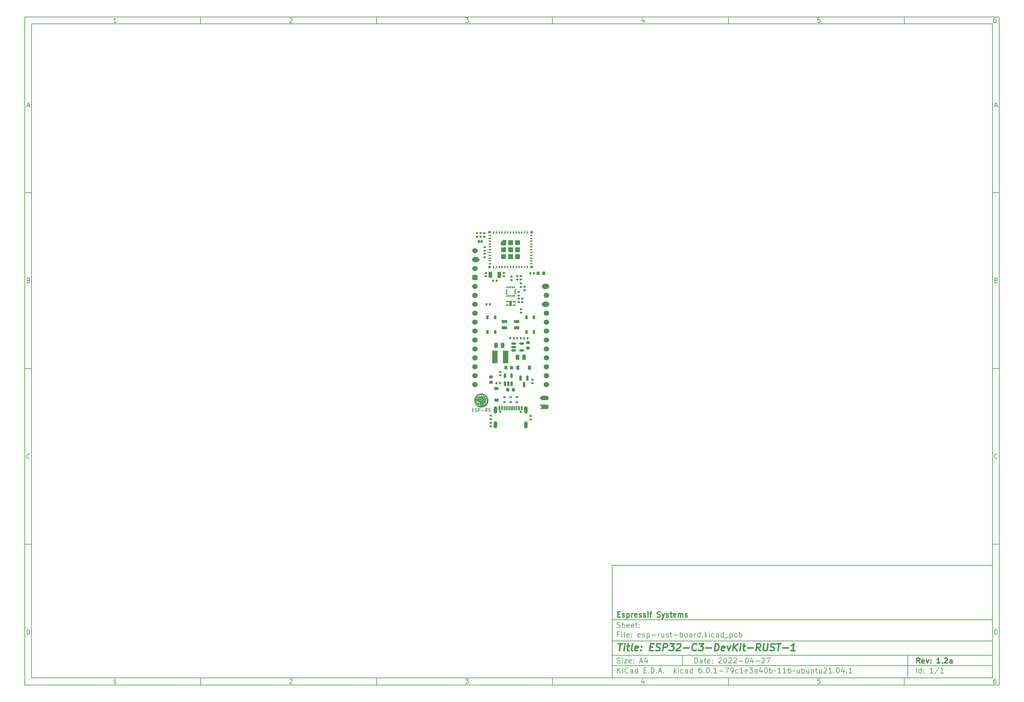
<source format=gbr>
G04 #@! TF.GenerationSoftware,KiCad,Pcbnew,6.0.1-79c1e3a40b~116~ubuntu21.04.1*
G04 #@! TF.CreationDate,2022-06-01T13:50:28+01:00*
G04 #@! TF.ProjectId,esp-rust-board,6573702d-7275-4737-942d-626f6172642e,1.2a*
G04 #@! TF.SameCoordinates,Original*
G04 #@! TF.FileFunction,Soldermask,Top*
G04 #@! TF.FilePolarity,Negative*
%FSLAX46Y46*%
G04 Gerber Fmt 4.6, Leading zero omitted, Abs format (unit mm)*
G04 Created by KiCad (PCBNEW 6.0.1-79c1e3a40b~116~ubuntu21.04.1) date 2022-06-01 13:50:28*
%MOMM*%
%LPD*%
G01*
G04 APERTURE LIST*
G04 Aperture macros list*
%AMRoundRect*
0 Rectangle with rounded corners*
0 $1 Rounding radius*
0 $2 $3 $4 $5 $6 $7 $8 $9 X,Y pos of 4 corners*
0 Add a 4 corners polygon primitive as box body*
4,1,4,$2,$3,$4,$5,$6,$7,$8,$9,$2,$3,0*
0 Add four circle primitives for the rounded corners*
1,1,$1+$1,$2,$3*
1,1,$1+$1,$4,$5*
1,1,$1+$1,$6,$7*
1,1,$1+$1,$8,$9*
0 Add four rect primitives between the rounded corners*
20,1,$1+$1,$2,$3,$4,$5,0*
20,1,$1+$1,$4,$5,$6,$7,0*
20,1,$1+$1,$6,$7,$8,$9,0*
20,1,$1+$1,$8,$9,$2,$3,0*%
%AMFreePoly0*
4,1,20,0.635000,1.270000,0.635000,0.000000,0.634861,-0.013298,0.613363,-0.164350,0.556455,-0.305914,0.467422,-0.429816,0.351404,-0.528905,0.215099,-0.597459,0.066376,-0.631521,-0.086179,-0.629125,-0.233759,-0.590408,-0.367844,-0.517606,-0.480692,-0.414922,-0.565789,-0.288284,-0.618223,-0.145003,-0.634231,0.000000,-0.635000,0.000000,-0.635000,1.270000,0.000000,1.905000,0.635000,1.270000,
0.635000,1.270000,$1*%
%AMFreePoly1*
4,1,20,0.635000,0.000000,0.634861,-0.013298,0.613363,-0.164350,0.556455,-0.305914,0.467422,-0.429816,0.351404,-0.528905,0.215099,-0.597459,0.066376,-0.631521,-0.086179,-0.629125,-0.233759,-0.590408,-0.367844,-0.517606,-0.480692,-0.414922,-0.565789,-0.288284,-0.618223,-0.145003,-0.634231,0.000000,-0.635000,0.000000,-0.635000,1.905000,0.000000,1.270000,0.635000,1.905000,0.635000,0.000000,
0.635000,0.000000,$1*%
%AMFreePoly2*
4,1,49,0.002312,0.761665,0.005320,0.761981,0.174003,0.741867,0.334039,0.684881,0.477472,0.593856,0.597174,0.473315,0.687196,0.329249,0.743064,0.168820,0.762000,0.000000,0.761703,-0.021276,0.738060,-0.189502,0.677735,-0.348309,0.583726,-0.489804,0.460705,-0.606956,0.314786,-0.693941,0.153221,-0.746436,0.023340,-0.758256,0.017894,-0.760733,0.009500,-0.759516,0.008003,-0.759652,
0.000000,-0.762000,-0.635000,-0.762000,-0.657384,-0.758754,-0.662054,-0.759085,-0.664565,-0.757713,-0.671070,-0.756770,-0.697347,-0.739803,-0.724802,-0.724803,-1.359803,-0.089803,-1.381610,-0.060599,-1.383542,-0.051624,-1.389035,-0.044268,-1.390951,-0.017209,-1.396658,0.009301,-1.393436,0.017895,-1.394085,0.027055,-1.381079,0.050860,-1.371560,0.076254,-1.364205,0.081746,-1.359803,0.089803,
-0.724802,0.724803,-0.706680,0.738336,-0.703611,0.741872,-0.700865,0.742678,-0.695599,0.746610,-0.665018,0.753194,-0.635000,0.762000,0.000000,0.762000,0.002312,0.761665,0.002312,0.761665,$1*%
%AMFreePoly3*
4,1,48,0.657385,0.758754,0.662055,0.759085,0.664566,0.757713,0.671070,0.756770,0.697342,0.739806,0.724803,0.724803,1.359803,0.089802,1.381610,0.060599,1.383542,0.051625,1.389035,0.044269,1.390951,0.017212,1.396659,-0.009302,1.393437,-0.017898,1.394085,-0.027054,1.381082,-0.050854,1.371560,-0.076254,1.364204,-0.081747,1.359803,-0.089802,0.724803,-0.724803,0.706679,-0.738336,
0.703611,-0.741872,0.700866,-0.742677,0.695599,-0.746610,0.665023,-0.753192,0.635000,-0.762000,0.000000,-0.762000,-0.006861,-0.761005,-0.015958,-0.761833,-0.184344,-0.739365,-0.343569,-0.680150,-0.485717,-0.587131,-0.603725,-0.464931,-0.691726,-0.319622,-0.745348,-0.158429,-0.761926,0.010639,-0.740634,0.179178,-0.682532,0.338812,-0.590508,0.481606,-0.469134,0.600464,-0.324444,0.689478,
-0.163628,0.744224,-0.021304,0.759183,-0.017894,0.760733,-0.013128,0.760042,-0.003071,0.761099,0.000000,0.762000,0.635000,0.762000,0.657385,0.758754,0.657385,0.758754,$1*%
%AMFreePoly4*
4,1,6,0.725000,-0.725000,-0.725000,-0.725000,-0.725000,0.125000,-0.125000,0.725000,0.725000,0.725000,0.725000,-0.725000,0.725000,-0.725000,$1*%
G04 Aperture macros list end*
%ADD10C,0.100000*%
%ADD11C,0.150000*%
%ADD12C,0.300000*%
%ADD13C,0.400000*%
%ADD14C,0.200000*%
%ADD15C,0.010000*%
%ADD16RoundRect,0.087500X0.087500X-0.187500X0.087500X0.187500X-0.087500X0.187500X-0.087500X-0.187500X0*%
%ADD17RoundRect,0.087500X0.187500X-0.087500X0.187500X0.087500X-0.187500X0.087500X-0.187500X-0.087500X0*%
%ADD18RoundRect,0.218750X0.218750X0.256250X-0.218750X0.256250X-0.218750X-0.256250X0.218750X-0.256250X0*%
%ADD19FreePoly0,90.000000*%
%ADD20FreePoly1,90.000000*%
%ADD21FreePoly2,0.000000*%
%ADD22C,1.524000*%
%ADD23RoundRect,0.381000X-0.381000X-0.381000X0.381000X-0.381000X0.381000X0.381000X-0.381000X0.381000X0*%
%ADD24FreePoly3,0.000000*%
%ADD25R,1.000000X1.800000*%
%ADD26RoundRect,0.140000X0.170000X-0.140000X0.170000X0.140000X-0.170000X0.140000X-0.170000X-0.140000X0*%
%ADD27RoundRect,0.140000X-0.170000X0.140000X-0.170000X-0.140000X0.170000X-0.140000X0.170000X0.140000X0*%
%ADD28RoundRect,0.135000X-0.135000X-0.185000X0.135000X-0.185000X0.135000X0.185000X-0.135000X0.185000X0*%
%ADD29RoundRect,0.225000X0.225000X0.250000X-0.225000X0.250000X-0.225000X-0.250000X0.225000X-0.250000X0*%
%ADD30R,0.700000X0.600000*%
%ADD31R,1.450000X1.450000*%
%ADD32R,0.400000X0.800000*%
%ADD33FreePoly4,0.000000*%
%ADD34R,0.700000X0.700000*%
%ADD35R,0.800000X0.400000*%
%ADD36RoundRect,0.135000X-0.185000X0.135000X-0.185000X-0.135000X0.185000X-0.135000X0.185000X0.135000X0*%
%ADD37R,0.650000X1.050000*%
%ADD38R,1.200000X0.900000*%
%ADD39RoundRect,0.135000X0.185000X-0.135000X0.185000X0.135000X-0.185000X0.135000X-0.185000X-0.135000X0*%
%ADD40R,0.700000X1.600000*%
%ADD41RoundRect,0.014000X0.361000X0.161000X-0.361000X0.161000X-0.361000X-0.161000X0.361000X-0.161000X0*%
%ADD42RoundRect,0.135000X0.135000X0.185000X-0.135000X0.185000X-0.135000X-0.185000X0.135000X-0.185000X0*%
%ADD43RoundRect,0.218750X-0.256250X0.218750X-0.256250X-0.218750X0.256250X-0.218750X0.256250X0.218750X0*%
%ADD44RoundRect,0.225000X-0.250000X0.225000X-0.250000X-0.225000X0.250000X-0.225000X0.250000X0.225000X0*%
%ADD45RoundRect,0.225000X-0.225000X-0.250000X0.225000X-0.250000X0.225000X0.250000X-0.225000X0.250000X0*%
%ADD46RoundRect,0.150000X0.150000X-0.512500X0.150000X0.512500X-0.150000X0.512500X-0.150000X-0.512500X0*%
%ADD47RoundRect,0.250000X0.250000X0.475000X-0.250000X0.475000X-0.250000X-0.475000X0.250000X-0.475000X0*%
%ADD48RoundRect,0.150000X-0.150000X0.587500X-0.150000X-0.587500X0.150000X-0.587500X0.150000X0.587500X0*%
%ADD49RoundRect,0.250000X-0.250000X-0.475000X0.250000X-0.475000X0.250000X0.475000X-0.250000X0.475000X0*%
%ADD50RoundRect,0.150000X-0.512500X-0.150000X0.512500X-0.150000X0.512500X0.150000X-0.512500X0.150000X0*%
%ADD51R,1.500000X3.600000*%
%ADD52R,0.900000X1.200000*%
%ADD53C,0.650000*%
%ADD54R,0.600000X1.150000*%
%ADD55R,0.300000X1.150000*%
%ADD56O,1.050000X2.100000*%
%ADD57O,1.000000X2.000000*%
%ADD58R,1.600000X0.850000*%
G04 APERTURE END LIST*
D10*
D11*
X177002200Y-166007200D02*
X177002200Y-198007200D01*
X285002200Y-198007200D01*
X285002200Y-166007200D01*
X177002200Y-166007200D01*
D10*
D11*
X10000000Y-10000000D02*
X10000000Y-200007200D01*
X287002200Y-200007200D01*
X287002200Y-10000000D01*
X10000000Y-10000000D01*
D10*
D11*
X12000000Y-12000000D02*
X12000000Y-198007200D01*
X285002200Y-198007200D01*
X285002200Y-12000000D01*
X12000000Y-12000000D01*
D10*
D11*
X60000000Y-12000000D02*
X60000000Y-10000000D01*
D10*
D11*
X110000000Y-12000000D02*
X110000000Y-10000000D01*
D10*
D11*
X160000000Y-12000000D02*
X160000000Y-10000000D01*
D10*
D11*
X210000000Y-12000000D02*
X210000000Y-10000000D01*
D10*
D11*
X260000000Y-12000000D02*
X260000000Y-10000000D01*
D10*
D11*
X36065476Y-11588095D02*
X35322619Y-11588095D01*
X35694047Y-11588095D02*
X35694047Y-10288095D01*
X35570238Y-10473809D01*
X35446428Y-10597619D01*
X35322619Y-10659523D01*
D10*
D11*
X85322619Y-10411904D02*
X85384523Y-10350000D01*
X85508333Y-10288095D01*
X85817857Y-10288095D01*
X85941666Y-10350000D01*
X86003571Y-10411904D01*
X86065476Y-10535714D01*
X86065476Y-10659523D01*
X86003571Y-10845238D01*
X85260714Y-11588095D01*
X86065476Y-11588095D01*
D10*
D11*
X135260714Y-10288095D02*
X136065476Y-10288095D01*
X135632142Y-10783333D01*
X135817857Y-10783333D01*
X135941666Y-10845238D01*
X136003571Y-10907142D01*
X136065476Y-11030952D01*
X136065476Y-11340476D01*
X136003571Y-11464285D01*
X135941666Y-11526190D01*
X135817857Y-11588095D01*
X135446428Y-11588095D01*
X135322619Y-11526190D01*
X135260714Y-11464285D01*
D10*
D11*
X185941666Y-10721428D02*
X185941666Y-11588095D01*
X185632142Y-10226190D02*
X185322619Y-11154761D01*
X186127380Y-11154761D01*
D10*
D11*
X236003571Y-10288095D02*
X235384523Y-10288095D01*
X235322619Y-10907142D01*
X235384523Y-10845238D01*
X235508333Y-10783333D01*
X235817857Y-10783333D01*
X235941666Y-10845238D01*
X236003571Y-10907142D01*
X236065476Y-11030952D01*
X236065476Y-11340476D01*
X236003571Y-11464285D01*
X235941666Y-11526190D01*
X235817857Y-11588095D01*
X235508333Y-11588095D01*
X235384523Y-11526190D01*
X235322619Y-11464285D01*
D10*
D11*
X285941666Y-10288095D02*
X285694047Y-10288095D01*
X285570238Y-10350000D01*
X285508333Y-10411904D01*
X285384523Y-10597619D01*
X285322619Y-10845238D01*
X285322619Y-11340476D01*
X285384523Y-11464285D01*
X285446428Y-11526190D01*
X285570238Y-11588095D01*
X285817857Y-11588095D01*
X285941666Y-11526190D01*
X286003571Y-11464285D01*
X286065476Y-11340476D01*
X286065476Y-11030952D01*
X286003571Y-10907142D01*
X285941666Y-10845238D01*
X285817857Y-10783333D01*
X285570238Y-10783333D01*
X285446428Y-10845238D01*
X285384523Y-10907142D01*
X285322619Y-11030952D01*
D10*
D11*
X60000000Y-198007200D02*
X60000000Y-200007200D01*
D10*
D11*
X110000000Y-198007200D02*
X110000000Y-200007200D01*
D10*
D11*
X160000000Y-198007200D02*
X160000000Y-200007200D01*
D10*
D11*
X210000000Y-198007200D02*
X210000000Y-200007200D01*
D10*
D11*
X260000000Y-198007200D02*
X260000000Y-200007200D01*
D10*
D11*
X36065476Y-199595295D02*
X35322619Y-199595295D01*
X35694047Y-199595295D02*
X35694047Y-198295295D01*
X35570238Y-198481009D01*
X35446428Y-198604819D01*
X35322619Y-198666723D01*
D10*
D11*
X85322619Y-198419104D02*
X85384523Y-198357200D01*
X85508333Y-198295295D01*
X85817857Y-198295295D01*
X85941666Y-198357200D01*
X86003571Y-198419104D01*
X86065476Y-198542914D01*
X86065476Y-198666723D01*
X86003571Y-198852438D01*
X85260714Y-199595295D01*
X86065476Y-199595295D01*
D10*
D11*
X135260714Y-198295295D02*
X136065476Y-198295295D01*
X135632142Y-198790533D01*
X135817857Y-198790533D01*
X135941666Y-198852438D01*
X136003571Y-198914342D01*
X136065476Y-199038152D01*
X136065476Y-199347676D01*
X136003571Y-199471485D01*
X135941666Y-199533390D01*
X135817857Y-199595295D01*
X135446428Y-199595295D01*
X135322619Y-199533390D01*
X135260714Y-199471485D01*
D10*
D11*
X185941666Y-198728628D02*
X185941666Y-199595295D01*
X185632142Y-198233390D02*
X185322619Y-199161961D01*
X186127380Y-199161961D01*
D10*
D11*
X236003571Y-198295295D02*
X235384523Y-198295295D01*
X235322619Y-198914342D01*
X235384523Y-198852438D01*
X235508333Y-198790533D01*
X235817857Y-198790533D01*
X235941666Y-198852438D01*
X236003571Y-198914342D01*
X236065476Y-199038152D01*
X236065476Y-199347676D01*
X236003571Y-199471485D01*
X235941666Y-199533390D01*
X235817857Y-199595295D01*
X235508333Y-199595295D01*
X235384523Y-199533390D01*
X235322619Y-199471485D01*
D10*
D11*
X285941666Y-198295295D02*
X285694047Y-198295295D01*
X285570238Y-198357200D01*
X285508333Y-198419104D01*
X285384523Y-198604819D01*
X285322619Y-198852438D01*
X285322619Y-199347676D01*
X285384523Y-199471485D01*
X285446428Y-199533390D01*
X285570238Y-199595295D01*
X285817857Y-199595295D01*
X285941666Y-199533390D01*
X286003571Y-199471485D01*
X286065476Y-199347676D01*
X286065476Y-199038152D01*
X286003571Y-198914342D01*
X285941666Y-198852438D01*
X285817857Y-198790533D01*
X285570238Y-198790533D01*
X285446428Y-198852438D01*
X285384523Y-198914342D01*
X285322619Y-199038152D01*
D10*
D11*
X10000000Y-60000000D02*
X12000000Y-60000000D01*
D10*
D11*
X10000000Y-110000000D02*
X12000000Y-110000000D01*
D10*
D11*
X10000000Y-160000000D02*
X12000000Y-160000000D01*
D10*
D11*
X10690476Y-35216666D02*
X11309523Y-35216666D01*
X10566666Y-35588095D02*
X11000000Y-34288095D01*
X11433333Y-35588095D01*
D10*
D11*
X11092857Y-84907142D02*
X11278571Y-84969047D01*
X11340476Y-85030952D01*
X11402380Y-85154761D01*
X11402380Y-85340476D01*
X11340476Y-85464285D01*
X11278571Y-85526190D01*
X11154761Y-85588095D01*
X10659523Y-85588095D01*
X10659523Y-84288095D01*
X11092857Y-84288095D01*
X11216666Y-84350000D01*
X11278571Y-84411904D01*
X11340476Y-84535714D01*
X11340476Y-84659523D01*
X11278571Y-84783333D01*
X11216666Y-84845238D01*
X11092857Y-84907142D01*
X10659523Y-84907142D01*
D10*
D11*
X11402380Y-135464285D02*
X11340476Y-135526190D01*
X11154761Y-135588095D01*
X11030952Y-135588095D01*
X10845238Y-135526190D01*
X10721428Y-135402380D01*
X10659523Y-135278571D01*
X10597619Y-135030952D01*
X10597619Y-134845238D01*
X10659523Y-134597619D01*
X10721428Y-134473809D01*
X10845238Y-134350000D01*
X11030952Y-134288095D01*
X11154761Y-134288095D01*
X11340476Y-134350000D01*
X11402380Y-134411904D01*
D10*
D11*
X10659523Y-185588095D02*
X10659523Y-184288095D01*
X10969047Y-184288095D01*
X11154761Y-184350000D01*
X11278571Y-184473809D01*
X11340476Y-184597619D01*
X11402380Y-184845238D01*
X11402380Y-185030952D01*
X11340476Y-185278571D01*
X11278571Y-185402380D01*
X11154761Y-185526190D01*
X10969047Y-185588095D01*
X10659523Y-185588095D01*
D10*
D11*
X287002200Y-60000000D02*
X285002200Y-60000000D01*
D10*
D11*
X287002200Y-110000000D02*
X285002200Y-110000000D01*
D10*
D11*
X287002200Y-160000000D02*
X285002200Y-160000000D01*
D10*
D11*
X285692676Y-35216666D02*
X286311723Y-35216666D01*
X285568866Y-35588095D02*
X286002200Y-34288095D01*
X286435533Y-35588095D01*
D10*
D11*
X286095057Y-84907142D02*
X286280771Y-84969047D01*
X286342676Y-85030952D01*
X286404580Y-85154761D01*
X286404580Y-85340476D01*
X286342676Y-85464285D01*
X286280771Y-85526190D01*
X286156961Y-85588095D01*
X285661723Y-85588095D01*
X285661723Y-84288095D01*
X286095057Y-84288095D01*
X286218866Y-84350000D01*
X286280771Y-84411904D01*
X286342676Y-84535714D01*
X286342676Y-84659523D01*
X286280771Y-84783333D01*
X286218866Y-84845238D01*
X286095057Y-84907142D01*
X285661723Y-84907142D01*
D10*
D11*
X286404580Y-135464285D02*
X286342676Y-135526190D01*
X286156961Y-135588095D01*
X286033152Y-135588095D01*
X285847438Y-135526190D01*
X285723628Y-135402380D01*
X285661723Y-135278571D01*
X285599819Y-135030952D01*
X285599819Y-134845238D01*
X285661723Y-134597619D01*
X285723628Y-134473809D01*
X285847438Y-134350000D01*
X286033152Y-134288095D01*
X286156961Y-134288095D01*
X286342676Y-134350000D01*
X286404580Y-134411904D01*
D10*
D11*
X285661723Y-185588095D02*
X285661723Y-184288095D01*
X285971247Y-184288095D01*
X286156961Y-184350000D01*
X286280771Y-184473809D01*
X286342676Y-184597619D01*
X286404580Y-184845238D01*
X286404580Y-185030952D01*
X286342676Y-185278571D01*
X286280771Y-185402380D01*
X286156961Y-185526190D01*
X285971247Y-185588095D01*
X285661723Y-185588095D01*
D10*
D11*
X200434342Y-193785771D02*
X200434342Y-192285771D01*
X200791485Y-192285771D01*
X201005771Y-192357200D01*
X201148628Y-192500057D01*
X201220057Y-192642914D01*
X201291485Y-192928628D01*
X201291485Y-193142914D01*
X201220057Y-193428628D01*
X201148628Y-193571485D01*
X201005771Y-193714342D01*
X200791485Y-193785771D01*
X200434342Y-193785771D01*
X202577200Y-193785771D02*
X202577200Y-193000057D01*
X202505771Y-192857200D01*
X202362914Y-192785771D01*
X202077200Y-192785771D01*
X201934342Y-192857200D01*
X202577200Y-193714342D02*
X202434342Y-193785771D01*
X202077200Y-193785771D01*
X201934342Y-193714342D01*
X201862914Y-193571485D01*
X201862914Y-193428628D01*
X201934342Y-193285771D01*
X202077200Y-193214342D01*
X202434342Y-193214342D01*
X202577200Y-193142914D01*
X203077200Y-192785771D02*
X203648628Y-192785771D01*
X203291485Y-192285771D02*
X203291485Y-193571485D01*
X203362914Y-193714342D01*
X203505771Y-193785771D01*
X203648628Y-193785771D01*
X204720057Y-193714342D02*
X204577200Y-193785771D01*
X204291485Y-193785771D01*
X204148628Y-193714342D01*
X204077200Y-193571485D01*
X204077200Y-193000057D01*
X204148628Y-192857200D01*
X204291485Y-192785771D01*
X204577200Y-192785771D01*
X204720057Y-192857200D01*
X204791485Y-193000057D01*
X204791485Y-193142914D01*
X204077200Y-193285771D01*
X205434342Y-193642914D02*
X205505771Y-193714342D01*
X205434342Y-193785771D01*
X205362914Y-193714342D01*
X205434342Y-193642914D01*
X205434342Y-193785771D01*
X205434342Y-192857200D02*
X205505771Y-192928628D01*
X205434342Y-193000057D01*
X205362914Y-192928628D01*
X205434342Y-192857200D01*
X205434342Y-193000057D01*
X207220057Y-192428628D02*
X207291485Y-192357200D01*
X207434342Y-192285771D01*
X207791485Y-192285771D01*
X207934342Y-192357200D01*
X208005771Y-192428628D01*
X208077200Y-192571485D01*
X208077200Y-192714342D01*
X208005771Y-192928628D01*
X207148628Y-193785771D01*
X208077200Y-193785771D01*
X209005771Y-192285771D02*
X209148628Y-192285771D01*
X209291485Y-192357200D01*
X209362914Y-192428628D01*
X209434342Y-192571485D01*
X209505771Y-192857200D01*
X209505771Y-193214342D01*
X209434342Y-193500057D01*
X209362914Y-193642914D01*
X209291485Y-193714342D01*
X209148628Y-193785771D01*
X209005771Y-193785771D01*
X208862914Y-193714342D01*
X208791485Y-193642914D01*
X208720057Y-193500057D01*
X208648628Y-193214342D01*
X208648628Y-192857200D01*
X208720057Y-192571485D01*
X208791485Y-192428628D01*
X208862914Y-192357200D01*
X209005771Y-192285771D01*
X210077200Y-192428628D02*
X210148628Y-192357200D01*
X210291485Y-192285771D01*
X210648628Y-192285771D01*
X210791485Y-192357200D01*
X210862914Y-192428628D01*
X210934342Y-192571485D01*
X210934342Y-192714342D01*
X210862914Y-192928628D01*
X210005771Y-193785771D01*
X210934342Y-193785771D01*
X211505771Y-192428628D02*
X211577200Y-192357200D01*
X211720057Y-192285771D01*
X212077200Y-192285771D01*
X212220057Y-192357200D01*
X212291485Y-192428628D01*
X212362914Y-192571485D01*
X212362914Y-192714342D01*
X212291485Y-192928628D01*
X211434342Y-193785771D01*
X212362914Y-193785771D01*
X213005771Y-193214342D02*
X214148628Y-193214342D01*
X215148628Y-192285771D02*
X215291485Y-192285771D01*
X215434342Y-192357200D01*
X215505771Y-192428628D01*
X215577200Y-192571485D01*
X215648628Y-192857200D01*
X215648628Y-193214342D01*
X215577200Y-193500057D01*
X215505771Y-193642914D01*
X215434342Y-193714342D01*
X215291485Y-193785771D01*
X215148628Y-193785771D01*
X215005771Y-193714342D01*
X214934342Y-193642914D01*
X214862914Y-193500057D01*
X214791485Y-193214342D01*
X214791485Y-192857200D01*
X214862914Y-192571485D01*
X214934342Y-192428628D01*
X215005771Y-192357200D01*
X215148628Y-192285771D01*
X216934342Y-192785771D02*
X216934342Y-193785771D01*
X216577200Y-192214342D02*
X216220057Y-193285771D01*
X217148628Y-193285771D01*
X217720057Y-193214342D02*
X218862914Y-193214342D01*
X219505771Y-192428628D02*
X219577200Y-192357200D01*
X219720057Y-192285771D01*
X220077200Y-192285771D01*
X220220057Y-192357200D01*
X220291485Y-192428628D01*
X220362914Y-192571485D01*
X220362914Y-192714342D01*
X220291485Y-192928628D01*
X219434342Y-193785771D01*
X220362914Y-193785771D01*
X220862914Y-192285771D02*
X221862914Y-192285771D01*
X221220057Y-193785771D01*
D10*
D11*
X177002200Y-194507200D02*
X285002200Y-194507200D01*
D10*
D11*
X178434342Y-196585771D02*
X178434342Y-195085771D01*
X179291485Y-196585771D02*
X178648628Y-195728628D01*
X179291485Y-195085771D02*
X178434342Y-195942914D01*
X179934342Y-196585771D02*
X179934342Y-195585771D01*
X179934342Y-195085771D02*
X179862914Y-195157200D01*
X179934342Y-195228628D01*
X180005771Y-195157200D01*
X179934342Y-195085771D01*
X179934342Y-195228628D01*
X181505771Y-196442914D02*
X181434342Y-196514342D01*
X181220057Y-196585771D01*
X181077200Y-196585771D01*
X180862914Y-196514342D01*
X180720057Y-196371485D01*
X180648628Y-196228628D01*
X180577200Y-195942914D01*
X180577200Y-195728628D01*
X180648628Y-195442914D01*
X180720057Y-195300057D01*
X180862914Y-195157200D01*
X181077200Y-195085771D01*
X181220057Y-195085771D01*
X181434342Y-195157200D01*
X181505771Y-195228628D01*
X182791485Y-196585771D02*
X182791485Y-195800057D01*
X182720057Y-195657200D01*
X182577200Y-195585771D01*
X182291485Y-195585771D01*
X182148628Y-195657200D01*
X182791485Y-196514342D02*
X182648628Y-196585771D01*
X182291485Y-196585771D01*
X182148628Y-196514342D01*
X182077200Y-196371485D01*
X182077200Y-196228628D01*
X182148628Y-196085771D01*
X182291485Y-196014342D01*
X182648628Y-196014342D01*
X182791485Y-195942914D01*
X184148628Y-196585771D02*
X184148628Y-195085771D01*
X184148628Y-196514342D02*
X184005771Y-196585771D01*
X183720057Y-196585771D01*
X183577200Y-196514342D01*
X183505771Y-196442914D01*
X183434342Y-196300057D01*
X183434342Y-195871485D01*
X183505771Y-195728628D01*
X183577200Y-195657200D01*
X183720057Y-195585771D01*
X184005771Y-195585771D01*
X184148628Y-195657200D01*
X186005771Y-195800057D02*
X186505771Y-195800057D01*
X186720057Y-196585771D02*
X186005771Y-196585771D01*
X186005771Y-195085771D01*
X186720057Y-195085771D01*
X187362914Y-196442914D02*
X187434342Y-196514342D01*
X187362914Y-196585771D01*
X187291485Y-196514342D01*
X187362914Y-196442914D01*
X187362914Y-196585771D01*
X188077200Y-196585771D02*
X188077200Y-195085771D01*
X188434342Y-195085771D01*
X188648628Y-195157200D01*
X188791485Y-195300057D01*
X188862914Y-195442914D01*
X188934342Y-195728628D01*
X188934342Y-195942914D01*
X188862914Y-196228628D01*
X188791485Y-196371485D01*
X188648628Y-196514342D01*
X188434342Y-196585771D01*
X188077200Y-196585771D01*
X189577200Y-196442914D02*
X189648628Y-196514342D01*
X189577200Y-196585771D01*
X189505771Y-196514342D01*
X189577200Y-196442914D01*
X189577200Y-196585771D01*
X190220057Y-196157200D02*
X190934342Y-196157200D01*
X190077200Y-196585771D02*
X190577200Y-195085771D01*
X191077200Y-196585771D01*
X191577200Y-196442914D02*
X191648628Y-196514342D01*
X191577200Y-196585771D01*
X191505771Y-196514342D01*
X191577200Y-196442914D01*
X191577200Y-196585771D01*
X194577200Y-196585771D02*
X194577200Y-195085771D01*
X194720057Y-196014342D02*
X195148628Y-196585771D01*
X195148628Y-195585771D02*
X194577200Y-196157200D01*
X195791485Y-196585771D02*
X195791485Y-195585771D01*
X195791485Y-195085771D02*
X195720057Y-195157200D01*
X195791485Y-195228628D01*
X195862914Y-195157200D01*
X195791485Y-195085771D01*
X195791485Y-195228628D01*
X197148628Y-196514342D02*
X197005771Y-196585771D01*
X196720057Y-196585771D01*
X196577200Y-196514342D01*
X196505771Y-196442914D01*
X196434342Y-196300057D01*
X196434342Y-195871485D01*
X196505771Y-195728628D01*
X196577200Y-195657200D01*
X196720057Y-195585771D01*
X197005771Y-195585771D01*
X197148628Y-195657200D01*
X198434342Y-196585771D02*
X198434342Y-195800057D01*
X198362914Y-195657200D01*
X198220057Y-195585771D01*
X197934342Y-195585771D01*
X197791485Y-195657200D01*
X198434342Y-196514342D02*
X198291485Y-196585771D01*
X197934342Y-196585771D01*
X197791485Y-196514342D01*
X197720057Y-196371485D01*
X197720057Y-196228628D01*
X197791485Y-196085771D01*
X197934342Y-196014342D01*
X198291485Y-196014342D01*
X198434342Y-195942914D01*
X199791485Y-196585771D02*
X199791485Y-195085771D01*
X199791485Y-196514342D02*
X199648628Y-196585771D01*
X199362914Y-196585771D01*
X199220057Y-196514342D01*
X199148628Y-196442914D01*
X199077200Y-196300057D01*
X199077200Y-195871485D01*
X199148628Y-195728628D01*
X199220057Y-195657200D01*
X199362914Y-195585771D01*
X199648628Y-195585771D01*
X199791485Y-195657200D01*
X202291485Y-195085771D02*
X202005771Y-195085771D01*
X201862914Y-195157200D01*
X201791485Y-195228628D01*
X201648628Y-195442914D01*
X201577200Y-195728628D01*
X201577200Y-196300057D01*
X201648628Y-196442914D01*
X201720057Y-196514342D01*
X201862914Y-196585771D01*
X202148628Y-196585771D01*
X202291485Y-196514342D01*
X202362914Y-196442914D01*
X202434342Y-196300057D01*
X202434342Y-195942914D01*
X202362914Y-195800057D01*
X202291485Y-195728628D01*
X202148628Y-195657200D01*
X201862914Y-195657200D01*
X201720057Y-195728628D01*
X201648628Y-195800057D01*
X201577200Y-195942914D01*
X203077200Y-196442914D02*
X203148628Y-196514342D01*
X203077200Y-196585771D01*
X203005771Y-196514342D01*
X203077200Y-196442914D01*
X203077200Y-196585771D01*
X204077200Y-195085771D02*
X204220057Y-195085771D01*
X204362914Y-195157200D01*
X204434342Y-195228628D01*
X204505771Y-195371485D01*
X204577200Y-195657200D01*
X204577200Y-196014342D01*
X204505771Y-196300057D01*
X204434342Y-196442914D01*
X204362914Y-196514342D01*
X204220057Y-196585771D01*
X204077200Y-196585771D01*
X203934342Y-196514342D01*
X203862914Y-196442914D01*
X203791485Y-196300057D01*
X203720057Y-196014342D01*
X203720057Y-195657200D01*
X203791485Y-195371485D01*
X203862914Y-195228628D01*
X203934342Y-195157200D01*
X204077200Y-195085771D01*
X205220057Y-196442914D02*
X205291485Y-196514342D01*
X205220057Y-196585771D01*
X205148628Y-196514342D01*
X205220057Y-196442914D01*
X205220057Y-196585771D01*
X206720057Y-196585771D02*
X205862914Y-196585771D01*
X206291485Y-196585771D02*
X206291485Y-195085771D01*
X206148628Y-195300057D01*
X206005771Y-195442914D01*
X205862914Y-195514342D01*
X207362914Y-196014342D02*
X208505771Y-196014342D01*
X209077200Y-195085771D02*
X210077200Y-195085771D01*
X209434342Y-196585771D01*
X210720057Y-196585771D02*
X211005771Y-196585771D01*
X211148628Y-196514342D01*
X211220057Y-196442914D01*
X211362914Y-196228628D01*
X211434342Y-195942914D01*
X211434342Y-195371485D01*
X211362914Y-195228628D01*
X211291485Y-195157200D01*
X211148628Y-195085771D01*
X210862914Y-195085771D01*
X210720057Y-195157200D01*
X210648628Y-195228628D01*
X210577200Y-195371485D01*
X210577200Y-195728628D01*
X210648628Y-195871485D01*
X210720057Y-195942914D01*
X210862914Y-196014342D01*
X211148628Y-196014342D01*
X211291485Y-195942914D01*
X211362914Y-195871485D01*
X211434342Y-195728628D01*
X212720057Y-196514342D02*
X212577200Y-196585771D01*
X212291485Y-196585771D01*
X212148628Y-196514342D01*
X212077200Y-196442914D01*
X212005771Y-196300057D01*
X212005771Y-195871485D01*
X212077200Y-195728628D01*
X212148628Y-195657200D01*
X212291485Y-195585771D01*
X212577200Y-195585771D01*
X212720057Y-195657200D01*
X214148628Y-196585771D02*
X213291485Y-196585771D01*
X213720057Y-196585771D02*
X213720057Y-195085771D01*
X213577200Y-195300057D01*
X213434342Y-195442914D01*
X213291485Y-195514342D01*
X215362914Y-196514342D02*
X215220057Y-196585771D01*
X214934342Y-196585771D01*
X214791485Y-196514342D01*
X214720057Y-196371485D01*
X214720057Y-195800057D01*
X214791485Y-195657200D01*
X214934342Y-195585771D01*
X215220057Y-195585771D01*
X215362914Y-195657200D01*
X215434342Y-195800057D01*
X215434342Y-195942914D01*
X214720057Y-196085771D01*
X215934342Y-195085771D02*
X216862914Y-195085771D01*
X216362914Y-195657200D01*
X216577200Y-195657200D01*
X216720057Y-195728628D01*
X216791485Y-195800057D01*
X216862914Y-195942914D01*
X216862914Y-196300057D01*
X216791485Y-196442914D01*
X216720057Y-196514342D01*
X216577200Y-196585771D01*
X216148628Y-196585771D01*
X216005771Y-196514342D01*
X215934342Y-196442914D01*
X218148628Y-196585771D02*
X218148628Y-195800057D01*
X218077200Y-195657200D01*
X217934342Y-195585771D01*
X217648628Y-195585771D01*
X217505771Y-195657200D01*
X218148628Y-196514342D02*
X218005771Y-196585771D01*
X217648628Y-196585771D01*
X217505771Y-196514342D01*
X217434342Y-196371485D01*
X217434342Y-196228628D01*
X217505771Y-196085771D01*
X217648628Y-196014342D01*
X218005771Y-196014342D01*
X218148628Y-195942914D01*
X219505771Y-195585771D02*
X219505771Y-196585771D01*
X219148628Y-195014342D02*
X218791485Y-196085771D01*
X219720057Y-196085771D01*
X220577200Y-195085771D02*
X220720057Y-195085771D01*
X220862914Y-195157200D01*
X220934342Y-195228628D01*
X221005771Y-195371485D01*
X221077200Y-195657200D01*
X221077200Y-196014342D01*
X221005771Y-196300057D01*
X220934342Y-196442914D01*
X220862914Y-196514342D01*
X220720057Y-196585771D01*
X220577200Y-196585771D01*
X220434342Y-196514342D01*
X220362914Y-196442914D01*
X220291485Y-196300057D01*
X220220057Y-196014342D01*
X220220057Y-195657200D01*
X220291485Y-195371485D01*
X220362914Y-195228628D01*
X220434342Y-195157200D01*
X220577200Y-195085771D01*
X221720057Y-196585771D02*
X221720057Y-195085771D01*
X221720057Y-195657200D02*
X221862914Y-195585771D01*
X222148628Y-195585771D01*
X222291485Y-195657200D01*
X222362914Y-195728628D01*
X222434342Y-195871485D01*
X222434342Y-196300057D01*
X222362914Y-196442914D01*
X222291485Y-196514342D01*
X222148628Y-196585771D01*
X221862914Y-196585771D01*
X221720057Y-196514342D01*
X222862914Y-196014342D02*
X222934342Y-195942914D01*
X223077200Y-195871485D01*
X223362914Y-196014342D01*
X223505771Y-195942914D01*
X223577200Y-195871485D01*
X224934342Y-196585771D02*
X224077200Y-196585771D01*
X224505771Y-196585771D02*
X224505771Y-195085771D01*
X224362914Y-195300057D01*
X224220057Y-195442914D01*
X224077200Y-195514342D01*
X226362914Y-196585771D02*
X225505771Y-196585771D01*
X225934342Y-196585771D02*
X225934342Y-195085771D01*
X225791485Y-195300057D01*
X225648628Y-195442914D01*
X225505771Y-195514342D01*
X227648628Y-195085771D02*
X227362914Y-195085771D01*
X227220057Y-195157200D01*
X227148628Y-195228628D01*
X227005771Y-195442914D01*
X226934342Y-195728628D01*
X226934342Y-196300057D01*
X227005771Y-196442914D01*
X227077199Y-196514342D01*
X227220057Y-196585771D01*
X227505771Y-196585771D01*
X227648628Y-196514342D01*
X227720057Y-196442914D01*
X227791485Y-196300057D01*
X227791485Y-195942914D01*
X227720057Y-195800057D01*
X227648628Y-195728628D01*
X227505771Y-195657200D01*
X227220057Y-195657200D01*
X227077199Y-195728628D01*
X227005771Y-195800057D01*
X226934342Y-195942914D01*
X228220057Y-196014342D02*
X228291485Y-195942914D01*
X228434342Y-195871485D01*
X228720057Y-196014342D01*
X228862914Y-195942914D01*
X228934342Y-195871485D01*
X230148628Y-195585771D02*
X230148628Y-196585771D01*
X229505771Y-195585771D02*
X229505771Y-196371485D01*
X229577199Y-196514342D01*
X229720057Y-196585771D01*
X229934342Y-196585771D01*
X230077199Y-196514342D01*
X230148628Y-196442914D01*
X230862914Y-196585771D02*
X230862914Y-195085771D01*
X230862914Y-195657200D02*
X231005771Y-195585771D01*
X231291485Y-195585771D01*
X231434342Y-195657200D01*
X231505771Y-195728628D01*
X231577200Y-195871485D01*
X231577200Y-196300057D01*
X231505771Y-196442914D01*
X231434342Y-196514342D01*
X231291485Y-196585771D01*
X231005771Y-196585771D01*
X230862914Y-196514342D01*
X232862914Y-195585771D02*
X232862914Y-196585771D01*
X232220057Y-195585771D02*
X232220057Y-196371485D01*
X232291485Y-196514342D01*
X232434342Y-196585771D01*
X232648628Y-196585771D01*
X232791485Y-196514342D01*
X232862914Y-196442914D01*
X233577200Y-195585771D02*
X233577200Y-196585771D01*
X233577200Y-195728628D02*
X233648628Y-195657200D01*
X233791485Y-195585771D01*
X234005771Y-195585771D01*
X234148628Y-195657200D01*
X234220057Y-195800057D01*
X234220057Y-196585771D01*
X234720057Y-195585771D02*
X235291485Y-195585771D01*
X234934342Y-195085771D02*
X234934342Y-196371485D01*
X235005771Y-196514342D01*
X235148628Y-196585771D01*
X235291485Y-196585771D01*
X236434342Y-195585771D02*
X236434342Y-196585771D01*
X235791485Y-195585771D02*
X235791485Y-196371485D01*
X235862914Y-196514342D01*
X236005771Y-196585771D01*
X236220057Y-196585771D01*
X236362914Y-196514342D01*
X236434342Y-196442914D01*
X237077200Y-195228628D02*
X237148628Y-195157200D01*
X237291485Y-195085771D01*
X237648628Y-195085771D01*
X237791485Y-195157200D01*
X237862914Y-195228628D01*
X237934342Y-195371485D01*
X237934342Y-195514342D01*
X237862914Y-195728628D01*
X237005771Y-196585771D01*
X237934342Y-196585771D01*
X239362914Y-196585771D02*
X238505771Y-196585771D01*
X238934342Y-196585771D02*
X238934342Y-195085771D01*
X238791485Y-195300057D01*
X238648628Y-195442914D01*
X238505771Y-195514342D01*
X240005771Y-196442914D02*
X240077199Y-196514342D01*
X240005771Y-196585771D01*
X239934342Y-196514342D01*
X240005771Y-196442914D01*
X240005771Y-196585771D01*
X241005771Y-195085771D02*
X241148628Y-195085771D01*
X241291485Y-195157200D01*
X241362914Y-195228628D01*
X241434342Y-195371485D01*
X241505771Y-195657200D01*
X241505771Y-196014342D01*
X241434342Y-196300057D01*
X241362914Y-196442914D01*
X241291485Y-196514342D01*
X241148628Y-196585771D01*
X241005771Y-196585771D01*
X240862914Y-196514342D01*
X240791485Y-196442914D01*
X240720057Y-196300057D01*
X240648628Y-196014342D01*
X240648628Y-195657200D01*
X240720057Y-195371485D01*
X240791485Y-195228628D01*
X240862914Y-195157200D01*
X241005771Y-195085771D01*
X242791485Y-195585771D02*
X242791485Y-196585771D01*
X242434342Y-195014342D02*
X242077199Y-196085771D01*
X243005771Y-196085771D01*
X243577199Y-196442914D02*
X243648628Y-196514342D01*
X243577199Y-196585771D01*
X243505771Y-196514342D01*
X243577199Y-196442914D01*
X243577199Y-196585771D01*
X245077199Y-196585771D02*
X244220057Y-196585771D01*
X244648628Y-196585771D02*
X244648628Y-195085771D01*
X244505771Y-195300057D01*
X244362914Y-195442914D01*
X244220057Y-195514342D01*
D10*
D11*
X177002200Y-191507200D02*
X285002200Y-191507200D01*
D10*
D12*
X264411485Y-193785771D02*
X263911485Y-193071485D01*
X263554342Y-193785771D02*
X263554342Y-192285771D01*
X264125771Y-192285771D01*
X264268628Y-192357200D01*
X264340057Y-192428628D01*
X264411485Y-192571485D01*
X264411485Y-192785771D01*
X264340057Y-192928628D01*
X264268628Y-193000057D01*
X264125771Y-193071485D01*
X263554342Y-193071485D01*
X265625771Y-193714342D02*
X265482914Y-193785771D01*
X265197200Y-193785771D01*
X265054342Y-193714342D01*
X264982914Y-193571485D01*
X264982914Y-193000057D01*
X265054342Y-192857200D01*
X265197200Y-192785771D01*
X265482914Y-192785771D01*
X265625771Y-192857200D01*
X265697200Y-193000057D01*
X265697200Y-193142914D01*
X264982914Y-193285771D01*
X266197200Y-192785771D02*
X266554342Y-193785771D01*
X266911485Y-192785771D01*
X267482914Y-193642914D02*
X267554342Y-193714342D01*
X267482914Y-193785771D01*
X267411485Y-193714342D01*
X267482914Y-193642914D01*
X267482914Y-193785771D01*
X267482914Y-192857200D02*
X267554342Y-192928628D01*
X267482914Y-193000057D01*
X267411485Y-192928628D01*
X267482914Y-192857200D01*
X267482914Y-193000057D01*
X270125771Y-193785771D02*
X269268628Y-193785771D01*
X269697200Y-193785771D02*
X269697200Y-192285771D01*
X269554342Y-192500057D01*
X269411485Y-192642914D01*
X269268628Y-192714342D01*
X270768628Y-193642914D02*
X270840057Y-193714342D01*
X270768628Y-193785771D01*
X270697200Y-193714342D01*
X270768628Y-193642914D01*
X270768628Y-193785771D01*
X271411485Y-192428628D02*
X271482914Y-192357200D01*
X271625771Y-192285771D01*
X271982914Y-192285771D01*
X272125771Y-192357200D01*
X272197200Y-192428628D01*
X272268628Y-192571485D01*
X272268628Y-192714342D01*
X272197200Y-192928628D01*
X271340057Y-193785771D01*
X272268628Y-193785771D01*
X273554342Y-193785771D02*
X273554342Y-193000057D01*
X273482914Y-192857200D01*
X273340057Y-192785771D01*
X273054342Y-192785771D01*
X272911485Y-192857200D01*
X273554342Y-193714342D02*
X273411485Y-193785771D01*
X273054342Y-193785771D01*
X272911485Y-193714342D01*
X272840057Y-193571485D01*
X272840057Y-193428628D01*
X272911485Y-193285771D01*
X273054342Y-193214342D01*
X273411485Y-193214342D01*
X273554342Y-193142914D01*
D10*
D11*
X178362914Y-193714342D02*
X178577200Y-193785771D01*
X178934342Y-193785771D01*
X179077200Y-193714342D01*
X179148628Y-193642914D01*
X179220057Y-193500057D01*
X179220057Y-193357200D01*
X179148628Y-193214342D01*
X179077200Y-193142914D01*
X178934342Y-193071485D01*
X178648628Y-193000057D01*
X178505771Y-192928628D01*
X178434342Y-192857200D01*
X178362914Y-192714342D01*
X178362914Y-192571485D01*
X178434342Y-192428628D01*
X178505771Y-192357200D01*
X178648628Y-192285771D01*
X179005771Y-192285771D01*
X179220057Y-192357200D01*
X179862914Y-193785771D02*
X179862914Y-192785771D01*
X179862914Y-192285771D02*
X179791485Y-192357200D01*
X179862914Y-192428628D01*
X179934342Y-192357200D01*
X179862914Y-192285771D01*
X179862914Y-192428628D01*
X180434342Y-192785771D02*
X181220057Y-192785771D01*
X180434342Y-193785771D01*
X181220057Y-193785771D01*
X182362914Y-193714342D02*
X182220057Y-193785771D01*
X181934342Y-193785771D01*
X181791485Y-193714342D01*
X181720057Y-193571485D01*
X181720057Y-193000057D01*
X181791485Y-192857200D01*
X181934342Y-192785771D01*
X182220057Y-192785771D01*
X182362914Y-192857200D01*
X182434342Y-193000057D01*
X182434342Y-193142914D01*
X181720057Y-193285771D01*
X183077200Y-193642914D02*
X183148628Y-193714342D01*
X183077200Y-193785771D01*
X183005771Y-193714342D01*
X183077200Y-193642914D01*
X183077200Y-193785771D01*
X183077200Y-192857200D02*
X183148628Y-192928628D01*
X183077200Y-193000057D01*
X183005771Y-192928628D01*
X183077200Y-192857200D01*
X183077200Y-193000057D01*
X184862914Y-193357200D02*
X185577200Y-193357200D01*
X184720057Y-193785771D02*
X185220057Y-192285771D01*
X185720057Y-193785771D01*
X186862914Y-192785771D02*
X186862914Y-193785771D01*
X186505771Y-192214342D02*
X186148628Y-193285771D01*
X187077200Y-193285771D01*
D10*
D11*
X263434342Y-196585771D02*
X263434342Y-195085771D01*
X264791485Y-196585771D02*
X264791485Y-195085771D01*
X264791485Y-196514342D02*
X264648628Y-196585771D01*
X264362914Y-196585771D01*
X264220057Y-196514342D01*
X264148628Y-196442914D01*
X264077200Y-196300057D01*
X264077200Y-195871485D01*
X264148628Y-195728628D01*
X264220057Y-195657200D01*
X264362914Y-195585771D01*
X264648628Y-195585771D01*
X264791485Y-195657200D01*
X265505771Y-196442914D02*
X265577200Y-196514342D01*
X265505771Y-196585771D01*
X265434342Y-196514342D01*
X265505771Y-196442914D01*
X265505771Y-196585771D01*
X265505771Y-195657200D02*
X265577200Y-195728628D01*
X265505771Y-195800057D01*
X265434342Y-195728628D01*
X265505771Y-195657200D01*
X265505771Y-195800057D01*
X268148628Y-196585771D02*
X267291485Y-196585771D01*
X267720057Y-196585771D02*
X267720057Y-195085771D01*
X267577200Y-195300057D01*
X267434342Y-195442914D01*
X267291485Y-195514342D01*
X269862914Y-195014342D02*
X268577200Y-196942914D01*
X271148628Y-196585771D02*
X270291485Y-196585771D01*
X270720057Y-196585771D02*
X270720057Y-195085771D01*
X270577200Y-195300057D01*
X270434342Y-195442914D01*
X270291485Y-195514342D01*
D10*
D11*
X177002200Y-187507200D02*
X285002200Y-187507200D01*
D10*
D13*
X178714580Y-188211961D02*
X179857438Y-188211961D01*
X179036009Y-190211961D02*
X179286009Y-188211961D01*
X180274104Y-190211961D02*
X180440771Y-188878628D01*
X180524104Y-188211961D02*
X180416961Y-188307200D01*
X180500295Y-188402438D01*
X180607438Y-188307200D01*
X180524104Y-188211961D01*
X180500295Y-188402438D01*
X181107438Y-188878628D02*
X181869342Y-188878628D01*
X181476485Y-188211961D02*
X181262200Y-189926247D01*
X181333628Y-190116723D01*
X181512200Y-190211961D01*
X181702676Y-190211961D01*
X182655057Y-190211961D02*
X182476485Y-190116723D01*
X182405057Y-189926247D01*
X182619342Y-188211961D01*
X184190771Y-190116723D02*
X183988390Y-190211961D01*
X183607438Y-190211961D01*
X183428866Y-190116723D01*
X183357438Y-189926247D01*
X183452676Y-189164342D01*
X183571723Y-188973866D01*
X183774104Y-188878628D01*
X184155057Y-188878628D01*
X184333628Y-188973866D01*
X184405057Y-189164342D01*
X184381247Y-189354819D01*
X183405057Y-189545295D01*
X185155057Y-190021485D02*
X185238390Y-190116723D01*
X185131247Y-190211961D01*
X185047914Y-190116723D01*
X185155057Y-190021485D01*
X185131247Y-190211961D01*
X185286009Y-188973866D02*
X185369342Y-189069104D01*
X185262200Y-189164342D01*
X185178866Y-189069104D01*
X185286009Y-188973866D01*
X185262200Y-189164342D01*
X187738390Y-189164342D02*
X188405057Y-189164342D01*
X188559819Y-190211961D02*
X187607438Y-190211961D01*
X187857438Y-188211961D01*
X188809819Y-188211961D01*
X189333628Y-190116723D02*
X189607438Y-190211961D01*
X190083628Y-190211961D01*
X190286009Y-190116723D01*
X190393152Y-190021485D01*
X190512200Y-189831009D01*
X190536009Y-189640533D01*
X190464580Y-189450057D01*
X190381247Y-189354819D01*
X190202676Y-189259580D01*
X189833628Y-189164342D01*
X189655057Y-189069104D01*
X189571723Y-188973866D01*
X189500295Y-188783390D01*
X189524104Y-188592914D01*
X189643152Y-188402438D01*
X189750295Y-188307200D01*
X189952676Y-188211961D01*
X190428866Y-188211961D01*
X190702676Y-188307200D01*
X191321723Y-190211961D02*
X191571723Y-188211961D01*
X192333628Y-188211961D01*
X192512200Y-188307200D01*
X192595533Y-188402438D01*
X192666961Y-188592914D01*
X192631247Y-188878628D01*
X192512200Y-189069104D01*
X192405057Y-189164342D01*
X192202676Y-189259580D01*
X191440771Y-189259580D01*
X193381247Y-188211961D02*
X194619342Y-188211961D01*
X193857438Y-188973866D01*
X194143152Y-188973866D01*
X194321723Y-189069104D01*
X194405057Y-189164342D01*
X194476485Y-189354819D01*
X194416961Y-189831009D01*
X194297914Y-190021485D01*
X194190771Y-190116723D01*
X193988390Y-190211961D01*
X193416961Y-190211961D01*
X193238390Y-190116723D01*
X193155057Y-190021485D01*
X195357438Y-188402438D02*
X195464580Y-188307200D01*
X195666961Y-188211961D01*
X196143152Y-188211961D01*
X196321723Y-188307200D01*
X196405057Y-188402438D01*
X196476485Y-188592914D01*
X196452676Y-188783390D01*
X196321723Y-189069104D01*
X195036009Y-190211961D01*
X196274104Y-190211961D01*
X197226485Y-189450057D02*
X198750295Y-189450057D01*
X200774104Y-190021485D02*
X200666961Y-190116723D01*
X200369342Y-190211961D01*
X200178866Y-190211961D01*
X199905057Y-190116723D01*
X199738390Y-189926247D01*
X199666961Y-189735771D01*
X199619342Y-189354819D01*
X199655057Y-189069104D01*
X199797914Y-188688152D01*
X199916961Y-188497676D01*
X200131247Y-188307200D01*
X200428866Y-188211961D01*
X200619342Y-188211961D01*
X200893152Y-188307200D01*
X200976485Y-188402438D01*
X201666961Y-188211961D02*
X202905057Y-188211961D01*
X202143152Y-188973866D01*
X202428866Y-188973866D01*
X202607438Y-189069104D01*
X202690771Y-189164342D01*
X202762200Y-189354819D01*
X202702676Y-189831009D01*
X202583628Y-190021485D01*
X202476485Y-190116723D01*
X202274104Y-190211961D01*
X201702676Y-190211961D01*
X201524104Y-190116723D01*
X201440771Y-190021485D01*
X203607438Y-189450057D02*
X205131247Y-189450057D01*
X205988390Y-190211961D02*
X206238390Y-188211961D01*
X206714580Y-188211961D01*
X206988390Y-188307200D01*
X207155057Y-188497676D01*
X207226485Y-188688152D01*
X207274104Y-189069104D01*
X207238390Y-189354819D01*
X207095533Y-189735771D01*
X206976485Y-189926247D01*
X206762200Y-190116723D01*
X206464580Y-190211961D01*
X205988390Y-190211961D01*
X208762200Y-190116723D02*
X208559819Y-190211961D01*
X208178866Y-190211961D01*
X208000295Y-190116723D01*
X207928866Y-189926247D01*
X208024104Y-189164342D01*
X208143152Y-188973866D01*
X208345533Y-188878628D01*
X208726485Y-188878628D01*
X208905057Y-188973866D01*
X208976485Y-189164342D01*
X208952676Y-189354819D01*
X207976485Y-189545295D01*
X209678866Y-188878628D02*
X209988390Y-190211961D01*
X210631247Y-188878628D01*
X211226485Y-190211961D02*
X211476485Y-188211961D01*
X212369342Y-190211961D02*
X211655057Y-189069104D01*
X212619342Y-188211961D02*
X211333628Y-189354819D01*
X213226485Y-190211961D02*
X213393152Y-188878628D01*
X213476485Y-188211961D02*
X213369342Y-188307200D01*
X213452676Y-188402438D01*
X213559819Y-188307200D01*
X213476485Y-188211961D01*
X213452676Y-188402438D01*
X214059819Y-188878628D02*
X214821723Y-188878628D01*
X214428866Y-188211961D02*
X214214580Y-189926247D01*
X214286009Y-190116723D01*
X214464580Y-190211961D01*
X214655057Y-190211961D01*
X215416961Y-189450057D02*
X216940771Y-189450057D01*
X218940771Y-190211961D02*
X218393152Y-189259580D01*
X217797914Y-190211961D02*
X218047914Y-188211961D01*
X218809819Y-188211961D01*
X218988390Y-188307200D01*
X219071723Y-188402438D01*
X219143152Y-188592914D01*
X219107438Y-188878628D01*
X218988390Y-189069104D01*
X218881247Y-189164342D01*
X218678866Y-189259580D01*
X217916961Y-189259580D01*
X220047914Y-188211961D02*
X219845533Y-189831009D01*
X219916961Y-190021485D01*
X220000295Y-190116723D01*
X220178866Y-190211961D01*
X220559819Y-190211961D01*
X220762200Y-190116723D01*
X220869342Y-190021485D01*
X220988390Y-189831009D01*
X221190771Y-188211961D01*
X221809819Y-190116723D02*
X222083628Y-190211961D01*
X222559819Y-190211961D01*
X222762200Y-190116723D01*
X222869342Y-190021485D01*
X222988390Y-189831009D01*
X223012200Y-189640533D01*
X222940771Y-189450057D01*
X222857438Y-189354819D01*
X222678866Y-189259580D01*
X222309819Y-189164342D01*
X222131247Y-189069104D01*
X222047914Y-188973866D01*
X221976485Y-188783390D01*
X222000295Y-188592914D01*
X222119342Y-188402438D01*
X222226485Y-188307200D01*
X222428866Y-188211961D01*
X222905057Y-188211961D01*
X223178866Y-188307200D01*
X223762200Y-188211961D02*
X224905057Y-188211961D01*
X224083628Y-190211961D02*
X224333628Y-188211961D01*
X225416961Y-189450057D02*
X226940771Y-189450057D01*
X228845533Y-190211961D02*
X227702676Y-190211961D01*
X228274104Y-190211961D02*
X228524104Y-188211961D01*
X228297914Y-188497676D01*
X228083628Y-188688152D01*
X227881247Y-188783390D01*
D10*
D11*
X178934342Y-185600057D02*
X178434342Y-185600057D01*
X178434342Y-186385771D02*
X178434342Y-184885771D01*
X179148628Y-184885771D01*
X179720057Y-186385771D02*
X179720057Y-185385771D01*
X179720057Y-184885771D02*
X179648628Y-184957200D01*
X179720057Y-185028628D01*
X179791485Y-184957200D01*
X179720057Y-184885771D01*
X179720057Y-185028628D01*
X180648628Y-186385771D02*
X180505771Y-186314342D01*
X180434342Y-186171485D01*
X180434342Y-184885771D01*
X181791485Y-186314342D02*
X181648628Y-186385771D01*
X181362914Y-186385771D01*
X181220057Y-186314342D01*
X181148628Y-186171485D01*
X181148628Y-185600057D01*
X181220057Y-185457200D01*
X181362914Y-185385771D01*
X181648628Y-185385771D01*
X181791485Y-185457200D01*
X181862914Y-185600057D01*
X181862914Y-185742914D01*
X181148628Y-185885771D01*
X182505771Y-186242914D02*
X182577200Y-186314342D01*
X182505771Y-186385771D01*
X182434342Y-186314342D01*
X182505771Y-186242914D01*
X182505771Y-186385771D01*
X182505771Y-185457200D02*
X182577200Y-185528628D01*
X182505771Y-185600057D01*
X182434342Y-185528628D01*
X182505771Y-185457200D01*
X182505771Y-185600057D01*
X184934342Y-186314342D02*
X184791485Y-186385771D01*
X184505771Y-186385771D01*
X184362914Y-186314342D01*
X184291485Y-186171485D01*
X184291485Y-185600057D01*
X184362914Y-185457200D01*
X184505771Y-185385771D01*
X184791485Y-185385771D01*
X184934342Y-185457200D01*
X185005771Y-185600057D01*
X185005771Y-185742914D01*
X184291485Y-185885771D01*
X185577200Y-186314342D02*
X185720057Y-186385771D01*
X186005771Y-186385771D01*
X186148628Y-186314342D01*
X186220057Y-186171485D01*
X186220057Y-186100057D01*
X186148628Y-185957200D01*
X186005771Y-185885771D01*
X185791485Y-185885771D01*
X185648628Y-185814342D01*
X185577200Y-185671485D01*
X185577200Y-185600057D01*
X185648628Y-185457200D01*
X185791485Y-185385771D01*
X186005771Y-185385771D01*
X186148628Y-185457200D01*
X186862914Y-185385771D02*
X186862914Y-186885771D01*
X186862914Y-185457200D02*
X187005771Y-185385771D01*
X187291485Y-185385771D01*
X187434342Y-185457200D01*
X187505771Y-185528628D01*
X187577200Y-185671485D01*
X187577200Y-186100057D01*
X187505771Y-186242914D01*
X187434342Y-186314342D01*
X187291485Y-186385771D01*
X187005771Y-186385771D01*
X186862914Y-186314342D01*
X188220057Y-185814342D02*
X189362914Y-185814342D01*
X190077200Y-186385771D02*
X190077200Y-185385771D01*
X190077200Y-185671485D02*
X190148628Y-185528628D01*
X190220057Y-185457200D01*
X190362914Y-185385771D01*
X190505771Y-185385771D01*
X191648628Y-185385771D02*
X191648628Y-186385771D01*
X191005771Y-185385771D02*
X191005771Y-186171485D01*
X191077200Y-186314342D01*
X191220057Y-186385771D01*
X191434342Y-186385771D01*
X191577200Y-186314342D01*
X191648628Y-186242914D01*
X192291485Y-186314342D02*
X192434342Y-186385771D01*
X192720057Y-186385771D01*
X192862914Y-186314342D01*
X192934342Y-186171485D01*
X192934342Y-186100057D01*
X192862914Y-185957200D01*
X192720057Y-185885771D01*
X192505771Y-185885771D01*
X192362914Y-185814342D01*
X192291485Y-185671485D01*
X192291485Y-185600057D01*
X192362914Y-185457200D01*
X192505771Y-185385771D01*
X192720057Y-185385771D01*
X192862914Y-185457200D01*
X193362914Y-185385771D02*
X193934342Y-185385771D01*
X193577200Y-184885771D02*
X193577200Y-186171485D01*
X193648628Y-186314342D01*
X193791485Y-186385771D01*
X193934342Y-186385771D01*
X194434342Y-185814342D02*
X195577200Y-185814342D01*
X196291485Y-186385771D02*
X196291485Y-184885771D01*
X196291485Y-185457200D02*
X196434342Y-185385771D01*
X196720057Y-185385771D01*
X196862914Y-185457200D01*
X196934342Y-185528628D01*
X197005771Y-185671485D01*
X197005771Y-186100057D01*
X196934342Y-186242914D01*
X196862914Y-186314342D01*
X196720057Y-186385771D01*
X196434342Y-186385771D01*
X196291485Y-186314342D01*
X197862914Y-186385771D02*
X197720057Y-186314342D01*
X197648628Y-186242914D01*
X197577200Y-186100057D01*
X197577200Y-185671485D01*
X197648628Y-185528628D01*
X197720057Y-185457200D01*
X197862914Y-185385771D01*
X198077200Y-185385771D01*
X198220057Y-185457200D01*
X198291485Y-185528628D01*
X198362914Y-185671485D01*
X198362914Y-186100057D01*
X198291485Y-186242914D01*
X198220057Y-186314342D01*
X198077200Y-186385771D01*
X197862914Y-186385771D01*
X199648628Y-186385771D02*
X199648628Y-185600057D01*
X199577200Y-185457200D01*
X199434342Y-185385771D01*
X199148628Y-185385771D01*
X199005771Y-185457200D01*
X199648628Y-186314342D02*
X199505771Y-186385771D01*
X199148628Y-186385771D01*
X199005771Y-186314342D01*
X198934342Y-186171485D01*
X198934342Y-186028628D01*
X199005771Y-185885771D01*
X199148628Y-185814342D01*
X199505771Y-185814342D01*
X199648628Y-185742914D01*
X200362914Y-186385771D02*
X200362914Y-185385771D01*
X200362914Y-185671485D02*
X200434342Y-185528628D01*
X200505771Y-185457200D01*
X200648628Y-185385771D01*
X200791485Y-185385771D01*
X201934342Y-186385771D02*
X201934342Y-184885771D01*
X201934342Y-186314342D02*
X201791485Y-186385771D01*
X201505771Y-186385771D01*
X201362914Y-186314342D01*
X201291485Y-186242914D01*
X201220057Y-186100057D01*
X201220057Y-185671485D01*
X201291485Y-185528628D01*
X201362914Y-185457200D01*
X201505771Y-185385771D01*
X201791485Y-185385771D01*
X201934342Y-185457200D01*
X202648628Y-186242914D02*
X202720057Y-186314342D01*
X202648628Y-186385771D01*
X202577200Y-186314342D01*
X202648628Y-186242914D01*
X202648628Y-186385771D01*
X203362914Y-186385771D02*
X203362914Y-184885771D01*
X203505771Y-185814342D02*
X203934342Y-186385771D01*
X203934342Y-185385771D02*
X203362914Y-185957200D01*
X204577200Y-186385771D02*
X204577200Y-185385771D01*
X204577200Y-184885771D02*
X204505771Y-184957200D01*
X204577200Y-185028628D01*
X204648628Y-184957200D01*
X204577200Y-184885771D01*
X204577200Y-185028628D01*
X205934342Y-186314342D02*
X205791485Y-186385771D01*
X205505771Y-186385771D01*
X205362914Y-186314342D01*
X205291485Y-186242914D01*
X205220057Y-186100057D01*
X205220057Y-185671485D01*
X205291485Y-185528628D01*
X205362914Y-185457200D01*
X205505771Y-185385771D01*
X205791485Y-185385771D01*
X205934342Y-185457200D01*
X207220057Y-186385771D02*
X207220057Y-185600057D01*
X207148628Y-185457200D01*
X207005771Y-185385771D01*
X206720057Y-185385771D01*
X206577200Y-185457200D01*
X207220057Y-186314342D02*
X207077200Y-186385771D01*
X206720057Y-186385771D01*
X206577200Y-186314342D01*
X206505771Y-186171485D01*
X206505771Y-186028628D01*
X206577200Y-185885771D01*
X206720057Y-185814342D01*
X207077200Y-185814342D01*
X207220057Y-185742914D01*
X208577200Y-186385771D02*
X208577200Y-184885771D01*
X208577200Y-186314342D02*
X208434342Y-186385771D01*
X208148628Y-186385771D01*
X208005771Y-186314342D01*
X207934342Y-186242914D01*
X207862914Y-186100057D01*
X207862914Y-185671485D01*
X207934342Y-185528628D01*
X208005771Y-185457200D01*
X208148628Y-185385771D01*
X208434342Y-185385771D01*
X208577200Y-185457200D01*
X208934342Y-186528628D02*
X210077200Y-186528628D01*
X210434342Y-185385771D02*
X210434342Y-186885771D01*
X210434342Y-185457200D02*
X210577200Y-185385771D01*
X210862914Y-185385771D01*
X211005771Y-185457200D01*
X211077200Y-185528628D01*
X211148628Y-185671485D01*
X211148628Y-186100057D01*
X211077200Y-186242914D01*
X211005771Y-186314342D01*
X210862914Y-186385771D01*
X210577200Y-186385771D01*
X210434342Y-186314342D01*
X212434342Y-186314342D02*
X212291485Y-186385771D01*
X212005771Y-186385771D01*
X211862914Y-186314342D01*
X211791485Y-186242914D01*
X211720057Y-186100057D01*
X211720057Y-185671485D01*
X211791485Y-185528628D01*
X211862914Y-185457200D01*
X212005771Y-185385771D01*
X212291485Y-185385771D01*
X212434342Y-185457200D01*
X213077200Y-186385771D02*
X213077200Y-184885771D01*
X213077200Y-185457200D02*
X213220057Y-185385771D01*
X213505771Y-185385771D01*
X213648628Y-185457200D01*
X213720057Y-185528628D01*
X213791485Y-185671485D01*
X213791485Y-186100057D01*
X213720057Y-186242914D01*
X213648628Y-186314342D01*
X213505771Y-186385771D01*
X213220057Y-186385771D01*
X213077200Y-186314342D01*
D10*
D11*
X177002200Y-181507200D02*
X285002200Y-181507200D01*
D10*
D11*
X178362914Y-183614342D02*
X178577200Y-183685771D01*
X178934342Y-183685771D01*
X179077200Y-183614342D01*
X179148628Y-183542914D01*
X179220057Y-183400057D01*
X179220057Y-183257200D01*
X179148628Y-183114342D01*
X179077200Y-183042914D01*
X178934342Y-182971485D01*
X178648628Y-182900057D01*
X178505771Y-182828628D01*
X178434342Y-182757200D01*
X178362914Y-182614342D01*
X178362914Y-182471485D01*
X178434342Y-182328628D01*
X178505771Y-182257200D01*
X178648628Y-182185771D01*
X179005771Y-182185771D01*
X179220057Y-182257200D01*
X179862914Y-183685771D02*
X179862914Y-182185771D01*
X180505771Y-183685771D02*
X180505771Y-182900057D01*
X180434342Y-182757200D01*
X180291485Y-182685771D01*
X180077200Y-182685771D01*
X179934342Y-182757200D01*
X179862914Y-182828628D01*
X181791485Y-183614342D02*
X181648628Y-183685771D01*
X181362914Y-183685771D01*
X181220057Y-183614342D01*
X181148628Y-183471485D01*
X181148628Y-182900057D01*
X181220057Y-182757200D01*
X181362914Y-182685771D01*
X181648628Y-182685771D01*
X181791485Y-182757200D01*
X181862914Y-182900057D01*
X181862914Y-183042914D01*
X181148628Y-183185771D01*
X183077200Y-183614342D02*
X182934342Y-183685771D01*
X182648628Y-183685771D01*
X182505771Y-183614342D01*
X182434342Y-183471485D01*
X182434342Y-182900057D01*
X182505771Y-182757200D01*
X182648628Y-182685771D01*
X182934342Y-182685771D01*
X183077200Y-182757200D01*
X183148628Y-182900057D01*
X183148628Y-183042914D01*
X182434342Y-183185771D01*
X183577200Y-182685771D02*
X184148628Y-182685771D01*
X183791485Y-182185771D02*
X183791485Y-183471485D01*
X183862914Y-183614342D01*
X184005771Y-183685771D01*
X184148628Y-183685771D01*
X184648628Y-183542914D02*
X184720057Y-183614342D01*
X184648628Y-183685771D01*
X184577200Y-183614342D01*
X184648628Y-183542914D01*
X184648628Y-183685771D01*
X184648628Y-182757200D02*
X184720057Y-182828628D01*
X184648628Y-182900057D01*
X184577200Y-182828628D01*
X184648628Y-182757200D01*
X184648628Y-182900057D01*
D10*
D12*
X178554342Y-179900057D02*
X179054342Y-179900057D01*
X179268628Y-180685771D02*
X178554342Y-180685771D01*
X178554342Y-179185771D01*
X179268628Y-179185771D01*
X179840057Y-180614342D02*
X179982914Y-180685771D01*
X180268628Y-180685771D01*
X180411485Y-180614342D01*
X180482914Y-180471485D01*
X180482914Y-180400057D01*
X180411485Y-180257200D01*
X180268628Y-180185771D01*
X180054342Y-180185771D01*
X179911485Y-180114342D01*
X179840057Y-179971485D01*
X179840057Y-179900057D01*
X179911485Y-179757200D01*
X180054342Y-179685771D01*
X180268628Y-179685771D01*
X180411485Y-179757200D01*
X181125771Y-179685771D02*
X181125771Y-181185771D01*
X181125771Y-179757200D02*
X181268628Y-179685771D01*
X181554342Y-179685771D01*
X181697200Y-179757200D01*
X181768628Y-179828628D01*
X181840057Y-179971485D01*
X181840057Y-180400057D01*
X181768628Y-180542914D01*
X181697200Y-180614342D01*
X181554342Y-180685771D01*
X181268628Y-180685771D01*
X181125771Y-180614342D01*
X182482914Y-180685771D02*
X182482914Y-179685771D01*
X182482914Y-179971485D02*
X182554342Y-179828628D01*
X182625771Y-179757200D01*
X182768628Y-179685771D01*
X182911485Y-179685771D01*
X183982914Y-180614342D02*
X183840057Y-180685771D01*
X183554342Y-180685771D01*
X183411485Y-180614342D01*
X183340057Y-180471485D01*
X183340057Y-179900057D01*
X183411485Y-179757200D01*
X183554342Y-179685771D01*
X183840057Y-179685771D01*
X183982914Y-179757200D01*
X184054342Y-179900057D01*
X184054342Y-180042914D01*
X183340057Y-180185771D01*
X184625771Y-180614342D02*
X184768628Y-180685771D01*
X185054342Y-180685771D01*
X185197200Y-180614342D01*
X185268628Y-180471485D01*
X185268628Y-180400057D01*
X185197200Y-180257200D01*
X185054342Y-180185771D01*
X184840057Y-180185771D01*
X184697200Y-180114342D01*
X184625771Y-179971485D01*
X184625771Y-179900057D01*
X184697200Y-179757200D01*
X184840057Y-179685771D01*
X185054342Y-179685771D01*
X185197200Y-179757200D01*
X185840057Y-180614342D02*
X185982914Y-180685771D01*
X186268628Y-180685771D01*
X186411485Y-180614342D01*
X186482914Y-180471485D01*
X186482914Y-180400057D01*
X186411485Y-180257200D01*
X186268628Y-180185771D01*
X186054342Y-180185771D01*
X185911485Y-180114342D01*
X185840057Y-179971485D01*
X185840057Y-179900057D01*
X185911485Y-179757200D01*
X186054342Y-179685771D01*
X186268628Y-179685771D01*
X186411485Y-179757200D01*
X187125771Y-180685771D02*
X187125771Y-179685771D01*
X187125771Y-179185771D02*
X187054342Y-179257200D01*
X187125771Y-179328628D01*
X187197200Y-179257200D01*
X187125771Y-179185771D01*
X187125771Y-179328628D01*
X187625771Y-179685771D02*
X188197200Y-179685771D01*
X187840057Y-180685771D02*
X187840057Y-179400057D01*
X187911485Y-179257200D01*
X188054342Y-179185771D01*
X188197200Y-179185771D01*
X189768628Y-180614342D02*
X189982914Y-180685771D01*
X190340057Y-180685771D01*
X190482914Y-180614342D01*
X190554342Y-180542914D01*
X190625771Y-180400057D01*
X190625771Y-180257200D01*
X190554342Y-180114342D01*
X190482914Y-180042914D01*
X190340057Y-179971485D01*
X190054342Y-179900057D01*
X189911485Y-179828628D01*
X189840057Y-179757200D01*
X189768628Y-179614342D01*
X189768628Y-179471485D01*
X189840057Y-179328628D01*
X189911485Y-179257200D01*
X190054342Y-179185771D01*
X190411485Y-179185771D01*
X190625771Y-179257200D01*
X191125771Y-179685771D02*
X191482914Y-180685771D01*
X191840057Y-179685771D02*
X191482914Y-180685771D01*
X191340057Y-181042914D01*
X191268628Y-181114342D01*
X191125771Y-181185771D01*
X192340057Y-180614342D02*
X192482914Y-180685771D01*
X192768628Y-180685771D01*
X192911485Y-180614342D01*
X192982914Y-180471485D01*
X192982914Y-180400057D01*
X192911485Y-180257200D01*
X192768628Y-180185771D01*
X192554342Y-180185771D01*
X192411485Y-180114342D01*
X192340057Y-179971485D01*
X192340057Y-179900057D01*
X192411485Y-179757200D01*
X192554342Y-179685771D01*
X192768628Y-179685771D01*
X192911485Y-179757200D01*
X193411485Y-179685771D02*
X193982914Y-179685771D01*
X193625771Y-179185771D02*
X193625771Y-180471485D01*
X193697200Y-180614342D01*
X193840057Y-180685771D01*
X193982914Y-180685771D01*
X195054342Y-180614342D02*
X194911485Y-180685771D01*
X194625771Y-180685771D01*
X194482914Y-180614342D01*
X194411485Y-180471485D01*
X194411485Y-179900057D01*
X194482914Y-179757200D01*
X194625771Y-179685771D01*
X194911485Y-179685771D01*
X195054342Y-179757200D01*
X195125771Y-179900057D01*
X195125771Y-180042914D01*
X194411485Y-180185771D01*
X195768628Y-180685771D02*
X195768628Y-179685771D01*
X195768628Y-179828628D02*
X195840057Y-179757200D01*
X195982914Y-179685771D01*
X196197200Y-179685771D01*
X196340057Y-179757200D01*
X196411485Y-179900057D01*
X196411485Y-180685771D01*
X196411485Y-179900057D02*
X196482914Y-179757200D01*
X196625771Y-179685771D01*
X196840057Y-179685771D01*
X196982914Y-179757200D01*
X197054342Y-179900057D01*
X197054342Y-180685771D01*
X197697200Y-180614342D02*
X197840057Y-180685771D01*
X198125771Y-180685771D01*
X198268628Y-180614342D01*
X198340057Y-180471485D01*
X198340057Y-180400057D01*
X198268628Y-180257200D01*
X198125771Y-180185771D01*
X197911485Y-180185771D01*
X197768628Y-180114342D01*
X197697200Y-179971485D01*
X197697200Y-179900057D01*
X197768628Y-179757200D01*
X197911485Y-179685771D01*
X198125771Y-179685771D01*
X198268628Y-179757200D01*
D10*
D11*
D10*
D11*
D10*
D11*
D10*
D11*
D10*
D11*
X197002200Y-191507200D02*
X197002200Y-194507200D01*
D10*
D11*
X261002200Y-191507200D02*
X261002200Y-198007200D01*
D14*
X137243657Y-121779514D02*
X137543657Y-121779514D01*
X137672228Y-122250942D02*
X137243657Y-122250942D01*
X137243657Y-121350942D01*
X137672228Y-121350942D01*
X138015085Y-122208085D02*
X138143657Y-122250942D01*
X138357942Y-122250942D01*
X138443657Y-122208085D01*
X138486514Y-122165228D01*
X138529371Y-122079514D01*
X138529371Y-121993800D01*
X138486514Y-121908085D01*
X138443657Y-121865228D01*
X138357942Y-121822371D01*
X138186514Y-121779514D01*
X138100800Y-121736657D01*
X138057942Y-121693800D01*
X138015085Y-121608085D01*
X138015085Y-121522371D01*
X138057942Y-121436657D01*
X138100800Y-121393800D01*
X138186514Y-121350942D01*
X138400800Y-121350942D01*
X138529371Y-121393800D01*
X138915085Y-122250942D02*
X138915085Y-121350942D01*
X139257942Y-121350942D01*
X139343657Y-121393800D01*
X139386514Y-121436657D01*
X139429371Y-121522371D01*
X139429371Y-121650942D01*
X139386514Y-121736657D01*
X139343657Y-121779514D01*
X139257942Y-121822371D01*
X138915085Y-121822371D01*
X139815085Y-121908085D02*
X140500800Y-121908085D01*
X141443657Y-122250942D02*
X141143657Y-121822371D01*
X140929371Y-122250942D02*
X140929371Y-121350942D01*
X141272228Y-121350942D01*
X141357942Y-121393800D01*
X141400800Y-121436657D01*
X141443657Y-121522371D01*
X141443657Y-121650942D01*
X141400800Y-121736657D01*
X141357942Y-121779514D01*
X141272228Y-121822371D01*
X140929371Y-121822371D01*
X141786514Y-122208085D02*
X141915085Y-122250942D01*
X142129371Y-122250942D01*
X142215085Y-122208085D01*
X142257942Y-122165228D01*
X142300800Y-122079514D01*
X142300800Y-121993800D01*
X142257942Y-121908085D01*
X142215085Y-121865228D01*
X142129371Y-121822371D01*
X141957942Y-121779514D01*
X141872228Y-121736657D01*
X141829371Y-121693800D01*
X141786514Y-121608085D01*
X141786514Y-121522371D01*
X141829371Y-121436657D01*
X141872228Y-121393800D01*
X141957942Y-121350942D01*
X142172228Y-121350942D01*
X142300800Y-121393800D01*
D15*
G04 #@! TO.C,G\u002A\u002A\u002A*
X138956621Y-119637182D02*
X138979852Y-119638721D01*
X138979852Y-119638721D02*
X139000314Y-119641487D01*
X139000314Y-119641487D02*
X139015893Y-119645375D01*
X139015893Y-119645375D02*
X139052197Y-119661552D01*
X139052197Y-119661552D02*
X139084569Y-119683098D01*
X139084569Y-119683098D02*
X139112604Y-119709602D01*
X139112604Y-119709602D02*
X139135903Y-119740654D01*
X139135903Y-119740654D02*
X139154061Y-119775843D01*
X139154061Y-119775843D02*
X139160534Y-119793173D01*
X139160534Y-119793173D02*
X139164515Y-119806067D01*
X139164515Y-119806067D02*
X139167141Y-119817549D01*
X139167141Y-119817549D02*
X139168684Y-119829703D01*
X139168684Y-119829703D02*
X139169417Y-119844616D01*
X139169417Y-119844616D02*
X139169611Y-119862600D01*
X139169611Y-119862600D02*
X139169480Y-119881468D01*
X139169480Y-119881468D02*
X139168828Y-119895601D01*
X139168828Y-119895601D02*
X139167380Y-119907031D01*
X139167380Y-119907031D02*
X139164863Y-119917789D01*
X139164863Y-119917789D02*
X139161005Y-119929909D01*
X139161005Y-119929909D02*
X139160274Y-119932026D01*
X139160274Y-119932026D02*
X139149087Y-119960071D01*
X139149087Y-119960071D02*
X139136067Y-119983859D01*
X139136067Y-119983859D02*
X139119708Y-120005901D01*
X139119708Y-120005901D02*
X139108220Y-120018742D01*
X139108220Y-120018742D02*
X139082850Y-120042571D01*
X139082850Y-120042571D02*
X139056184Y-120061118D01*
X139056184Y-120061118D02*
X139026113Y-120075823D01*
X139026113Y-120075823D02*
X139022855Y-120077131D01*
X139022855Y-120077131D02*
X139012113Y-120081175D01*
X139012113Y-120081175D02*
X139002745Y-120084017D01*
X139002745Y-120084017D02*
X138993086Y-120085904D01*
X138993086Y-120085904D02*
X138981472Y-120087084D01*
X138981472Y-120087084D02*
X138966240Y-120087806D01*
X138966240Y-120087806D02*
X138948160Y-120088268D01*
X138948160Y-120088268D02*
X138923779Y-120088468D01*
X138923779Y-120088468D02*
X138905079Y-120087860D01*
X138905079Y-120087860D02*
X138891009Y-120086383D01*
X138891009Y-120086383D02*
X138882123Y-120084463D01*
X138882123Y-120084463D02*
X138845687Y-120070600D01*
X138845687Y-120070600D02*
X138812385Y-120051036D01*
X138812385Y-120051036D02*
X138782820Y-120026349D01*
X138782820Y-120026349D02*
X138757591Y-119997120D01*
X138757591Y-119997120D02*
X138737301Y-119963929D01*
X138737301Y-119963929D02*
X138724049Y-119932026D01*
X138724049Y-119932026D02*
X138720826Y-119921467D01*
X138720826Y-119921467D02*
X138718619Y-119911495D01*
X138718619Y-119911495D02*
X138717254Y-119900444D01*
X138717254Y-119900444D02*
X138716552Y-119886647D01*
X138716552Y-119886647D02*
X138716339Y-119868438D01*
X138716339Y-119868438D02*
X138716352Y-119859213D01*
X138716352Y-119859213D02*
X138716534Y-119839201D01*
X138716534Y-119839201D02*
X138717043Y-119824354D01*
X138717043Y-119824354D02*
X138718077Y-119813065D01*
X138718077Y-119813065D02*
X138719834Y-119803725D01*
X138719834Y-119803725D02*
X138722514Y-119794728D01*
X138722514Y-119794728D02*
X138725235Y-119787275D01*
X138725235Y-119787275D02*
X138742775Y-119750355D01*
X138742775Y-119750355D02*
X138765489Y-119717658D01*
X138765489Y-119717658D02*
X138793017Y-119689532D01*
X138793017Y-119689532D02*
X138825002Y-119666323D01*
X138825002Y-119666323D02*
X138861084Y-119648378D01*
X138861084Y-119648378D02*
X138873653Y-119643730D01*
X138873653Y-119643730D02*
X138889139Y-119640144D01*
X138889139Y-119640144D02*
X138909383Y-119637872D01*
X138909383Y-119637872D02*
X138932505Y-119636892D01*
X138932505Y-119636892D02*
X138956621Y-119637182D01*
X138956621Y-119637182D02*
X138956621Y-119637182D01*
G36*
X138956621Y-119637182D02*
G01*
X138979852Y-119638721D01*
X139000314Y-119641487D01*
X139015893Y-119645375D01*
X139052197Y-119661552D01*
X139084569Y-119683098D01*
X139112604Y-119709602D01*
X139135903Y-119740654D01*
X139154061Y-119775843D01*
X139160534Y-119793173D01*
X139164515Y-119806067D01*
X139167141Y-119817549D01*
X139168684Y-119829703D01*
X139169417Y-119844616D01*
X139169611Y-119862600D01*
X139169480Y-119881468D01*
X139168828Y-119895601D01*
X139167380Y-119907031D01*
X139164863Y-119917789D01*
X139161005Y-119929909D01*
X139160274Y-119932026D01*
X139149087Y-119960071D01*
X139136067Y-119983859D01*
X139119708Y-120005901D01*
X139108220Y-120018742D01*
X139082850Y-120042571D01*
X139056184Y-120061118D01*
X139026113Y-120075823D01*
X139022855Y-120077131D01*
X139012113Y-120081175D01*
X139002745Y-120084017D01*
X138993086Y-120085904D01*
X138981472Y-120087084D01*
X138966240Y-120087806D01*
X138948160Y-120088268D01*
X138923779Y-120088468D01*
X138905079Y-120087860D01*
X138891009Y-120086383D01*
X138882123Y-120084463D01*
X138845687Y-120070600D01*
X138812385Y-120051036D01*
X138782820Y-120026349D01*
X138757591Y-119997120D01*
X138737301Y-119963929D01*
X138724049Y-119932026D01*
X138720826Y-119921467D01*
X138718619Y-119911495D01*
X138717254Y-119900444D01*
X138716552Y-119886647D01*
X138716339Y-119868438D01*
X138716352Y-119859213D01*
X138716534Y-119839201D01*
X138717043Y-119824354D01*
X138718077Y-119813065D01*
X138719834Y-119803725D01*
X138722514Y-119794728D01*
X138725235Y-119787275D01*
X138742775Y-119750355D01*
X138765489Y-119717658D01*
X138793017Y-119689532D01*
X138825002Y-119666323D01*
X138861084Y-119648378D01*
X138873653Y-119643730D01*
X138889139Y-119640144D01*
X138909383Y-119637872D01*
X138932505Y-119636892D01*
X138956621Y-119637182D01*
G37*
X138956621Y-119637182D02*
X138979852Y-119638721D01*
X139000314Y-119641487D01*
X139015893Y-119645375D01*
X139052197Y-119661552D01*
X139084569Y-119683098D01*
X139112604Y-119709602D01*
X139135903Y-119740654D01*
X139154061Y-119775843D01*
X139160534Y-119793173D01*
X139164515Y-119806067D01*
X139167141Y-119817549D01*
X139168684Y-119829703D01*
X139169417Y-119844616D01*
X139169611Y-119862600D01*
X139169480Y-119881468D01*
X139168828Y-119895601D01*
X139167380Y-119907031D01*
X139164863Y-119917789D01*
X139161005Y-119929909D01*
X139160274Y-119932026D01*
X139149087Y-119960071D01*
X139136067Y-119983859D01*
X139119708Y-120005901D01*
X139108220Y-120018742D01*
X139082850Y-120042571D01*
X139056184Y-120061118D01*
X139026113Y-120075823D01*
X139022855Y-120077131D01*
X139012113Y-120081175D01*
X139002745Y-120084017D01*
X138993086Y-120085904D01*
X138981472Y-120087084D01*
X138966240Y-120087806D01*
X138948160Y-120088268D01*
X138923779Y-120088468D01*
X138905079Y-120087860D01*
X138891009Y-120086383D01*
X138882123Y-120084463D01*
X138845687Y-120070600D01*
X138812385Y-120051036D01*
X138782820Y-120026349D01*
X138757591Y-119997120D01*
X138737301Y-119963929D01*
X138724049Y-119932026D01*
X138720826Y-119921467D01*
X138718619Y-119911495D01*
X138717254Y-119900444D01*
X138716552Y-119886647D01*
X138716339Y-119868438D01*
X138716352Y-119859213D01*
X138716534Y-119839201D01*
X138717043Y-119824354D01*
X138718077Y-119813065D01*
X138719834Y-119803725D01*
X138722514Y-119794728D01*
X138725235Y-119787275D01*
X138742775Y-119750355D01*
X138765489Y-119717658D01*
X138793017Y-119689532D01*
X138825002Y-119666323D01*
X138861084Y-119648378D01*
X138873653Y-119643730D01*
X138889139Y-119640144D01*
X138909383Y-119637872D01*
X138932505Y-119636892D01*
X138956621Y-119637182D01*
X139806518Y-117686867D02*
X139837636Y-117687746D01*
X139837636Y-117687746D02*
X139869987Y-117689345D01*
X139869987Y-117689345D02*
X139902787Y-117691657D01*
X139902787Y-117691657D02*
X139935252Y-117694675D01*
X139935252Y-117694675D02*
X139966596Y-117698390D01*
X139966596Y-117698390D02*
X139978266Y-117700015D01*
X139978266Y-117700015D02*
X140073974Y-117717179D01*
X140073974Y-117717179D02*
X140166549Y-117740339D01*
X140166549Y-117740339D02*
X140255965Y-117769483D01*
X140255965Y-117769483D02*
X140342199Y-117804600D01*
X140342199Y-117804600D02*
X140425228Y-117845677D01*
X140425228Y-117845677D02*
X140505028Y-117892702D01*
X140505028Y-117892702D02*
X140581574Y-117945665D01*
X140581574Y-117945665D02*
X140654843Y-118004552D01*
X140654843Y-118004552D02*
X140724812Y-118069352D01*
X140724812Y-118069352D02*
X140729686Y-118074210D01*
X140729686Y-118074210D02*
X140794774Y-118143813D01*
X140794774Y-118143813D02*
X140853739Y-118216176D01*
X140853739Y-118216176D02*
X140906753Y-118291559D01*
X140906753Y-118291559D02*
X140953987Y-118370223D01*
X140953987Y-118370223D02*
X140995614Y-118452429D01*
X140995614Y-118452429D02*
X141025235Y-118521527D01*
X141025235Y-118521527D02*
X141053721Y-118599700D01*
X141053721Y-118599700D02*
X141076566Y-118676626D01*
X141076566Y-118676626D02*
X141094103Y-118753840D01*
X141094103Y-118753840D02*
X141106668Y-118832876D01*
X141106668Y-118832876D02*
X141114594Y-118915269D01*
X141114594Y-118915269D02*
X141115969Y-118938040D01*
X141115969Y-118938040D02*
X141116884Y-118959182D01*
X141116884Y-118959182D02*
X141117523Y-118982267D01*
X141117523Y-118982267D02*
X141117894Y-119006294D01*
X141117894Y-119006294D02*
X141118007Y-119030261D01*
X141118007Y-119030261D02*
X141117873Y-119053167D01*
X141117873Y-119053167D02*
X141117501Y-119074013D01*
X141117501Y-119074013D02*
X141116901Y-119091796D01*
X141116901Y-119091796D02*
X141116083Y-119105516D01*
X141116083Y-119105516D02*
X141115057Y-119114172D01*
X141115057Y-119114172D02*
X141114213Y-119116688D01*
X141114213Y-119116688D02*
X141110004Y-119118867D01*
X141110004Y-119118867D02*
X141101055Y-119122371D01*
X141101055Y-119122371D02*
X141088802Y-119126735D01*
X141088802Y-119126735D02*
X141074681Y-119131494D01*
X141074681Y-119131494D02*
X141060129Y-119136183D01*
X141060129Y-119136183D02*
X141046582Y-119140336D01*
X141046582Y-119140336D02*
X141035475Y-119143487D01*
X141035475Y-119143487D02*
X141028245Y-119145172D01*
X141028245Y-119145172D02*
X141026234Y-119145199D01*
X141026234Y-119145199D02*
X141024567Y-119141358D01*
X141024567Y-119141358D02*
X141020893Y-119132231D01*
X141020893Y-119132231D02*
X141015623Y-119118861D01*
X141015623Y-119118861D02*
X141009166Y-119102287D01*
X141009166Y-119102287D02*
X141002080Y-119083933D01*
X141002080Y-119083933D02*
X140954839Y-118970059D01*
X140954839Y-118970059D02*
X140902156Y-118859998D01*
X140902156Y-118859998D02*
X140844124Y-118753918D01*
X140844124Y-118753918D02*
X140780835Y-118651985D01*
X140780835Y-118651985D02*
X140712380Y-118554366D01*
X140712380Y-118554366D02*
X140705509Y-118545186D01*
X140705509Y-118545186D02*
X140628415Y-118448152D01*
X140628415Y-118448152D02*
X140547293Y-118356534D01*
X140547293Y-118356534D02*
X140462088Y-118270292D01*
X140462088Y-118270292D02*
X140372750Y-118189388D01*
X140372750Y-118189388D02*
X140279225Y-118113781D01*
X140279225Y-118113781D02*
X140181463Y-118043433D01*
X140181463Y-118043433D02*
X140079409Y-117978304D01*
X140079409Y-117978304D02*
X139973013Y-117918355D01*
X139973013Y-117918355D02*
X139862222Y-117863546D01*
X139862222Y-117863546D02*
X139746984Y-117813838D01*
X139746984Y-117813838D02*
X139723706Y-117804625D01*
X139723706Y-117804625D02*
X139705287Y-117797293D01*
X139705287Y-117797293D02*
X139688901Y-117790494D01*
X139688901Y-117790494D02*
X139675669Y-117784714D01*
X139675669Y-117784714D02*
X139666712Y-117780440D01*
X139666712Y-117780440D02*
X139663317Y-117778376D01*
X139663317Y-117778376D02*
X139661632Y-117775369D01*
X139661632Y-117775369D02*
X139661588Y-117770350D01*
X139661588Y-117770350D02*
X139663414Y-117762139D01*
X139663414Y-117762139D02*
X139667340Y-117749554D01*
X139667340Y-117749554D02*
X139671022Y-117738771D01*
X139671022Y-117738771D02*
X139676621Y-117723736D01*
X139676621Y-117723736D02*
X139682196Y-117710608D01*
X139682196Y-117710608D02*
X139687007Y-117701037D01*
X139687007Y-117701037D02*
X139689688Y-117697166D01*
X139689688Y-117697166D02*
X139696917Y-117693557D01*
X139696917Y-117693557D02*
X139710089Y-117690715D01*
X139710089Y-117690715D02*
X139728421Y-117688633D01*
X139728421Y-117688633D02*
X139751126Y-117687303D01*
X139751126Y-117687303D02*
X139777420Y-117686717D01*
X139777420Y-117686717D02*
X139806518Y-117686867D01*
X139806518Y-117686867D02*
X139806518Y-117686867D01*
G36*
X139806518Y-117686867D02*
G01*
X139837636Y-117687746D01*
X139869987Y-117689345D01*
X139902787Y-117691657D01*
X139935252Y-117694675D01*
X139966596Y-117698390D01*
X139978266Y-117700015D01*
X140073974Y-117717179D01*
X140166549Y-117740339D01*
X140255965Y-117769483D01*
X140342199Y-117804600D01*
X140425228Y-117845677D01*
X140505028Y-117892702D01*
X140581574Y-117945665D01*
X140654843Y-118004552D01*
X140724812Y-118069352D01*
X140729686Y-118074210D01*
X140794774Y-118143813D01*
X140853739Y-118216176D01*
X140906753Y-118291559D01*
X140953987Y-118370223D01*
X140995614Y-118452429D01*
X141025235Y-118521527D01*
X141053721Y-118599700D01*
X141076566Y-118676626D01*
X141094103Y-118753840D01*
X141106668Y-118832876D01*
X141114594Y-118915269D01*
X141115969Y-118938040D01*
X141116884Y-118959182D01*
X141117523Y-118982267D01*
X141117894Y-119006294D01*
X141118007Y-119030261D01*
X141117873Y-119053167D01*
X141117501Y-119074013D01*
X141116901Y-119091796D01*
X141116083Y-119105516D01*
X141115057Y-119114172D01*
X141114213Y-119116688D01*
X141110004Y-119118867D01*
X141101055Y-119122371D01*
X141088802Y-119126735D01*
X141074681Y-119131494D01*
X141060129Y-119136183D01*
X141046582Y-119140336D01*
X141035475Y-119143487D01*
X141028245Y-119145172D01*
X141026234Y-119145199D01*
X141024567Y-119141358D01*
X141020893Y-119132231D01*
X141015623Y-119118861D01*
X141009166Y-119102287D01*
X141002080Y-119083933D01*
X140954839Y-118970059D01*
X140902156Y-118859998D01*
X140844124Y-118753918D01*
X140780835Y-118651985D01*
X140712380Y-118554366D01*
X140705509Y-118545186D01*
X140628415Y-118448152D01*
X140547293Y-118356534D01*
X140462088Y-118270292D01*
X140372750Y-118189388D01*
X140279225Y-118113781D01*
X140181463Y-118043433D01*
X140079409Y-117978304D01*
X139973013Y-117918355D01*
X139862222Y-117863546D01*
X139746984Y-117813838D01*
X139723706Y-117804625D01*
X139705287Y-117797293D01*
X139688901Y-117790494D01*
X139675669Y-117784714D01*
X139666712Y-117780440D01*
X139663317Y-117778376D01*
X139661632Y-117775369D01*
X139661588Y-117770350D01*
X139663414Y-117762139D01*
X139667340Y-117749554D01*
X139671022Y-117738771D01*
X139676621Y-117723736D01*
X139682196Y-117710608D01*
X139687007Y-117701037D01*
X139689688Y-117697166D01*
X139696917Y-117693557D01*
X139710089Y-117690715D01*
X139728421Y-117688633D01*
X139751126Y-117687303D01*
X139777420Y-117686717D01*
X139806518Y-117686867D01*
G37*
X139806518Y-117686867D02*
X139837636Y-117687746D01*
X139869987Y-117689345D01*
X139902787Y-117691657D01*
X139935252Y-117694675D01*
X139966596Y-117698390D01*
X139978266Y-117700015D01*
X140073974Y-117717179D01*
X140166549Y-117740339D01*
X140255965Y-117769483D01*
X140342199Y-117804600D01*
X140425228Y-117845677D01*
X140505028Y-117892702D01*
X140581574Y-117945665D01*
X140654843Y-118004552D01*
X140724812Y-118069352D01*
X140729686Y-118074210D01*
X140794774Y-118143813D01*
X140853739Y-118216176D01*
X140906753Y-118291559D01*
X140953987Y-118370223D01*
X140995614Y-118452429D01*
X141025235Y-118521527D01*
X141053721Y-118599700D01*
X141076566Y-118676626D01*
X141094103Y-118753840D01*
X141106668Y-118832876D01*
X141114594Y-118915269D01*
X141115969Y-118938040D01*
X141116884Y-118959182D01*
X141117523Y-118982267D01*
X141117894Y-119006294D01*
X141118007Y-119030261D01*
X141117873Y-119053167D01*
X141117501Y-119074013D01*
X141116901Y-119091796D01*
X141116083Y-119105516D01*
X141115057Y-119114172D01*
X141114213Y-119116688D01*
X141110004Y-119118867D01*
X141101055Y-119122371D01*
X141088802Y-119126735D01*
X141074681Y-119131494D01*
X141060129Y-119136183D01*
X141046582Y-119140336D01*
X141035475Y-119143487D01*
X141028245Y-119145172D01*
X141026234Y-119145199D01*
X141024567Y-119141358D01*
X141020893Y-119132231D01*
X141015623Y-119118861D01*
X141009166Y-119102287D01*
X141002080Y-119083933D01*
X140954839Y-118970059D01*
X140902156Y-118859998D01*
X140844124Y-118753918D01*
X140780835Y-118651985D01*
X140712380Y-118554366D01*
X140705509Y-118545186D01*
X140628415Y-118448152D01*
X140547293Y-118356534D01*
X140462088Y-118270292D01*
X140372750Y-118189388D01*
X140279225Y-118113781D01*
X140181463Y-118043433D01*
X140079409Y-117978304D01*
X139973013Y-117918355D01*
X139862222Y-117863546D01*
X139746984Y-117813838D01*
X139723706Y-117804625D01*
X139705287Y-117797293D01*
X139688901Y-117790494D01*
X139675669Y-117784714D01*
X139666712Y-117780440D01*
X139663317Y-117778376D01*
X139661632Y-117775369D01*
X139661588Y-117770350D01*
X139663414Y-117762139D01*
X139667340Y-117749554D01*
X139671022Y-117738771D01*
X139676621Y-117723736D01*
X139682196Y-117710608D01*
X139687007Y-117701037D01*
X139689688Y-117697166D01*
X139696917Y-117693557D01*
X139710089Y-117690715D01*
X139728421Y-117688633D01*
X139751126Y-117687303D01*
X139777420Y-117686717D01*
X139806518Y-117686867D01*
X139002198Y-118411080D02*
X139034556Y-118411800D01*
X139034556Y-118411800D02*
X139066270Y-118413183D01*
X139066270Y-118413183D02*
X139096108Y-118415222D01*
X139096108Y-118415222D02*
X139122842Y-118417909D01*
X139122842Y-118417909D02*
X139133729Y-118419356D01*
X139133729Y-118419356D02*
X139230001Y-118436111D01*
X139230001Y-118436111D02*
X139321988Y-118457737D01*
X139321988Y-118457737D02*
X139410255Y-118484373D01*
X139410255Y-118484373D02*
X139451494Y-118498990D01*
X139451494Y-118498990D02*
X139542818Y-118536523D01*
X139542818Y-118536523D02*
X139630890Y-118579865D01*
X139630890Y-118579865D02*
X139715462Y-118628797D01*
X139715462Y-118628797D02*
X139796287Y-118683100D01*
X139796287Y-118683100D02*
X139873116Y-118742554D01*
X139873116Y-118742554D02*
X139945703Y-118806938D01*
X139945703Y-118806938D02*
X140013798Y-118876035D01*
X140013798Y-118876035D02*
X140077153Y-118949623D01*
X140077153Y-118949623D02*
X140135522Y-119027483D01*
X140135522Y-119027483D02*
X140188655Y-119109396D01*
X140188655Y-119109396D02*
X140235584Y-119193733D01*
X140235584Y-119193733D02*
X140273142Y-119271886D01*
X140273142Y-119271886D02*
X140305242Y-119349667D01*
X140305242Y-119349667D02*
X140332318Y-119428418D01*
X140332318Y-119428418D02*
X140354802Y-119509481D01*
X140354802Y-119509481D02*
X140373129Y-119594198D01*
X140373129Y-119594198D02*
X140382564Y-119648957D01*
X140382564Y-119648957D02*
X140389424Y-119702140D01*
X140389424Y-119702140D02*
X140394187Y-119759729D01*
X140394187Y-119759729D02*
X140396836Y-119819929D01*
X140396836Y-119819929D02*
X140397359Y-119880946D01*
X140397359Y-119880946D02*
X140395740Y-119940984D01*
X140395740Y-119940984D02*
X140391964Y-119998248D01*
X140391964Y-119998248D02*
X140386018Y-120050944D01*
X140386018Y-120050944D02*
X140385832Y-120052253D01*
X140385832Y-120052253D02*
X140381734Y-120079741D01*
X140381734Y-120079741D02*
X140377394Y-120106738D01*
X140377394Y-120106738D02*
X140372993Y-120132300D01*
X140372993Y-120132300D02*
X140368707Y-120155485D01*
X140368707Y-120155485D02*
X140364715Y-120175350D01*
X140364715Y-120175350D02*
X140361195Y-120190951D01*
X140361195Y-120190951D02*
X140358326Y-120201346D01*
X140358326Y-120201346D02*
X140357005Y-120204668D01*
X140357005Y-120204668D02*
X140352253Y-120208678D01*
X140352253Y-120208678D02*
X140341890Y-120214320D01*
X140341890Y-120214320D02*
X140326794Y-120221282D01*
X140326794Y-120221282D02*
X140307844Y-120229252D01*
X140307844Y-120229252D02*
X140285918Y-120237920D01*
X140285918Y-120237920D02*
X140261893Y-120246973D01*
X140261893Y-120246973D02*
X140236648Y-120256100D01*
X140236648Y-120256100D02*
X140211061Y-120264990D01*
X140211061Y-120264990D02*
X140186009Y-120273331D01*
X140186009Y-120273331D02*
X140162371Y-120280812D01*
X140162371Y-120280812D02*
X140141026Y-120287121D01*
X140141026Y-120287121D02*
X140122850Y-120291947D01*
X140122850Y-120291947D02*
X140108722Y-120294979D01*
X140108722Y-120294979D02*
X140099767Y-120295911D01*
X140099767Y-120295911D02*
X140094405Y-120294678D01*
X140094405Y-120294678D02*
X140083655Y-120291295D01*
X140083655Y-120291295D02*
X140068433Y-120286082D01*
X140068433Y-120286082D02*
X140049658Y-120279362D01*
X140049658Y-120279362D02*
X140028245Y-120271457D01*
X140028245Y-120271457D02*
X140005113Y-120262689D01*
X140005113Y-120262689D02*
X140004800Y-120262569D01*
X140004800Y-120262569D02*
X139978608Y-120252445D01*
X139978608Y-120252445D02*
X139958133Y-120244347D01*
X139958133Y-120244347D02*
X139942729Y-120237977D01*
X139942729Y-120237977D02*
X139931749Y-120233040D01*
X139931749Y-120233040D02*
X139924548Y-120229236D01*
X139924548Y-120229236D02*
X139920480Y-120226268D01*
X139920480Y-120226268D02*
X139918899Y-120223839D01*
X139918899Y-120223839D02*
X139918818Y-120222958D01*
X139918818Y-120222958D02*
X139919923Y-120217485D01*
X139919923Y-120217485D02*
X139922692Y-120206930D01*
X139922692Y-120206930D02*
X139926743Y-120192667D01*
X139926743Y-120192667D02*
X139931693Y-120176072D01*
X139931693Y-120176072D02*
X139933315Y-120170786D01*
X139933315Y-120170786D02*
X139941057Y-120143547D01*
X139941057Y-120143547D02*
X139949022Y-120111699D01*
X139949022Y-120111699D02*
X139956756Y-120077371D01*
X139956756Y-120077371D02*
X139963806Y-120042693D01*
X139963806Y-120042693D02*
X139969718Y-120009797D01*
X139969718Y-120009797D02*
X139974041Y-119980810D01*
X139974041Y-119980810D02*
X139974479Y-119977306D01*
X139974479Y-119977306D02*
X139975884Y-119960442D01*
X139975884Y-119960442D02*
X139976810Y-119937078D01*
X139976810Y-119937078D02*
X139977253Y-119907473D01*
X139977253Y-119907473D02*
X139977207Y-119871882D01*
X139977207Y-119871882D02*
X139976857Y-119841840D01*
X139976857Y-119841840D02*
X139976184Y-119806515D01*
X139976184Y-119806515D02*
X139975246Y-119776619D01*
X139975246Y-119776619D02*
X139973885Y-119750810D01*
X139973885Y-119750810D02*
X139971943Y-119727744D01*
X139971943Y-119727744D02*
X139969262Y-119706078D01*
X139969262Y-119706078D02*
X139965684Y-119684468D01*
X139965684Y-119684468D02*
X139961051Y-119661572D01*
X139961051Y-119661572D02*
X139955205Y-119636047D01*
X139955205Y-119636047D02*
X139950283Y-119615796D01*
X139950283Y-119615796D02*
X139927146Y-119535912D01*
X139927146Y-119535912D02*
X139897988Y-119458800D01*
X139897988Y-119458800D02*
X139863070Y-119384742D01*
X139863070Y-119384742D02*
X139822653Y-119314017D01*
X139822653Y-119314017D02*
X139777000Y-119246907D01*
X139777000Y-119246907D02*
X139726372Y-119183693D01*
X139726372Y-119183693D02*
X139671031Y-119124654D01*
X139671031Y-119124654D02*
X139611238Y-119070073D01*
X139611238Y-119070073D02*
X139547256Y-119020228D01*
X139547256Y-119020228D02*
X139479345Y-118975402D01*
X139479345Y-118975402D02*
X139407768Y-118935874D01*
X139407768Y-118935874D02*
X139332785Y-118901926D01*
X139332785Y-118901926D02*
X139260185Y-118875594D01*
X139260185Y-118875594D02*
X139222081Y-118864193D01*
X139222081Y-118864193D02*
X139183271Y-118854124D01*
X139183271Y-118854124D02*
X139144528Y-118845487D01*
X139144528Y-118845487D02*
X139106626Y-118838382D01*
X139106626Y-118838382D02*
X139070339Y-118832906D01*
X139070339Y-118832906D02*
X139036442Y-118829160D01*
X139036442Y-118829160D02*
X139005709Y-118827242D01*
X139005709Y-118827242D02*
X138978912Y-118827251D01*
X138978912Y-118827251D02*
X138956828Y-118829286D01*
X138956828Y-118829286D02*
X138940229Y-118833446D01*
X138940229Y-118833446D02*
X138938000Y-118834376D01*
X138938000Y-118834376D02*
X138927147Y-118839861D01*
X138927147Y-118839861D02*
X138918933Y-118845977D01*
X138918933Y-118845977D02*
X138911090Y-118854681D01*
X138911090Y-118854681D02*
X138904942Y-118862894D01*
X138904942Y-118862894D02*
X138895418Y-118881714D01*
X138895418Y-118881714D02*
X138891394Y-118903501D01*
X138891394Y-118903501D02*
X138893067Y-118927006D01*
X138893067Y-118927006D02*
X138894096Y-118931779D01*
X138894096Y-118931779D02*
X138900918Y-118948115D01*
X138900918Y-118948115D02*
X138912464Y-118963660D01*
X138912464Y-118963660D02*
X138926925Y-118976460D01*
X138926925Y-118976460D02*
X138942494Y-118984560D01*
X138942494Y-118984560D02*
X138943080Y-118984748D01*
X138943080Y-118984748D02*
X138951295Y-118986603D01*
X138951295Y-118986603D02*
X138964642Y-118988817D01*
X138964642Y-118988817D02*
X138981505Y-118991152D01*
X138981505Y-118991152D02*
X139000268Y-118993374D01*
X139000268Y-118993374D02*
X139007426Y-118994126D01*
X139007426Y-118994126D02*
X139052894Y-118999294D01*
X139052894Y-118999294D02*
X139093217Y-119005186D01*
X139093217Y-119005186D02*
X139130012Y-119012132D01*
X139130012Y-119012132D02*
X139164898Y-119020461D01*
X139164898Y-119020461D02*
X139199490Y-119030505D01*
X139199490Y-119030505D02*
X139222237Y-119037989D01*
X139222237Y-119037989D02*
X139294298Y-119066140D01*
X139294298Y-119066140D02*
X139362655Y-119099825D01*
X139362655Y-119099825D02*
X139427086Y-119138769D01*
X139427086Y-119138769D02*
X139487372Y-119182700D01*
X139487372Y-119182700D02*
X139543292Y-119231342D01*
X139543292Y-119231342D02*
X139594626Y-119284421D01*
X139594626Y-119284421D02*
X139641154Y-119341664D01*
X139641154Y-119341664D02*
X139682656Y-119402795D01*
X139682656Y-119402795D02*
X139718911Y-119467542D01*
X139718911Y-119467542D02*
X139749699Y-119535629D01*
X139749699Y-119535629D02*
X139774800Y-119606783D01*
X139774800Y-119606783D02*
X139793993Y-119680729D01*
X139793993Y-119680729D02*
X139807058Y-119757194D01*
X139807058Y-119757194D02*
X139808317Y-119767492D01*
X139808317Y-119767492D02*
X139810233Y-119790073D01*
X139810233Y-119790073D02*
X139811440Y-119817542D01*
X139811440Y-119817542D02*
X139811953Y-119848054D01*
X139811953Y-119848054D02*
X139811786Y-119879764D01*
X139811786Y-119879764D02*
X139810955Y-119910825D01*
X139810955Y-119910825D02*
X139809474Y-119939392D01*
X139809474Y-119939392D02*
X139807360Y-119963619D01*
X139807360Y-119963619D02*
X139806669Y-119969280D01*
X139806669Y-119969280D02*
X139795567Y-120036770D01*
X139795567Y-120036770D02*
X139780430Y-120100112D01*
X139780430Y-120100112D02*
X139760754Y-120160938D01*
X139760754Y-120160938D02*
X139736032Y-120220882D01*
X139736032Y-120220882D02*
X139716028Y-120262076D01*
X139716028Y-120262076D02*
X139705025Y-120283382D01*
X139705025Y-120283382D02*
X139696493Y-120299392D01*
X139696493Y-120299392D02*
X139689837Y-120310854D01*
X139689837Y-120310854D02*
X139684465Y-120318512D01*
X139684465Y-120318512D02*
X139679782Y-120323113D01*
X139679782Y-120323113D02*
X139675195Y-120325401D01*
X139675195Y-120325401D02*
X139670108Y-120326123D01*
X139670108Y-120326123D02*
X139665056Y-120326065D01*
X139665056Y-120326065D02*
X139653158Y-120325391D01*
X139653158Y-120325391D02*
X139642210Y-120324388D01*
X139642210Y-120324388D02*
X139640733Y-120324203D01*
X139640733Y-120324203D02*
X139612142Y-120319952D01*
X139612142Y-120319952D02*
X139579417Y-120314362D01*
X139579417Y-120314362D02*
X139544955Y-120307888D01*
X139544955Y-120307888D02*
X139511155Y-120300988D01*
X139511155Y-120300988D02*
X139480413Y-120294117D01*
X139480413Y-120294117D02*
X139472287Y-120292165D01*
X139472287Y-120292165D02*
X139415601Y-120278277D01*
X139415601Y-120278277D02*
X139352060Y-120222574D01*
X139352060Y-120222574D02*
X139334566Y-120207154D01*
X139334566Y-120207154D02*
X139318823Y-120193117D01*
X139318823Y-120193117D02*
X139305534Y-120181103D01*
X139305534Y-120181103D02*
X139295402Y-120171752D01*
X139295402Y-120171752D02*
X139289131Y-120165703D01*
X139289131Y-120165703D02*
X139287371Y-120163689D01*
X139287371Y-120163689D02*
X139288731Y-120159849D01*
X139288731Y-120159849D02*
X139293260Y-120151554D01*
X139293260Y-120151554D02*
X139300297Y-120139932D01*
X139300297Y-120139932D02*
X139309176Y-120126112D01*
X139309176Y-120126112D02*
X139311592Y-120122467D01*
X139311592Y-120122467D02*
X139333088Y-120088422D01*
X139333088Y-120088422D02*
X139350331Y-120056685D01*
X139350331Y-120056685D02*
X139364245Y-120025198D01*
X139364245Y-120025198D02*
X139375757Y-119991904D01*
X139375757Y-119991904D02*
X139384253Y-119961017D01*
X139384253Y-119961017D02*
X139387573Y-119947048D01*
X139387573Y-119947048D02*
X139389966Y-119934761D01*
X139389966Y-119934761D02*
X139391583Y-119922540D01*
X139391583Y-119922540D02*
X139392576Y-119908768D01*
X139392576Y-119908768D02*
X139393096Y-119891828D01*
X139393096Y-119891828D02*
X139393295Y-119870102D01*
X139393295Y-119870102D02*
X139393312Y-119864293D01*
X139393312Y-119864293D02*
X139392987Y-119833736D01*
X139392987Y-119833736D02*
X139391691Y-119808101D01*
X139391691Y-119808101D02*
X139389147Y-119785568D01*
X139389147Y-119785568D02*
X139385079Y-119764323D01*
X139385079Y-119764323D02*
X139379211Y-119742548D01*
X139379211Y-119742548D02*
X139371267Y-119718426D01*
X139371267Y-119718426D02*
X139371036Y-119717767D01*
X139371036Y-119717767D02*
X139349521Y-119666376D01*
X139349521Y-119666376D02*
X139322486Y-119618518D01*
X139322486Y-119618518D02*
X139290321Y-119574581D01*
X139290321Y-119574581D02*
X139253416Y-119534951D01*
X139253416Y-119534951D02*
X139212158Y-119500014D01*
X139212158Y-119500014D02*
X139166938Y-119470157D01*
X139166938Y-119470157D02*
X139118144Y-119445767D01*
X139118144Y-119445767D02*
X139084074Y-119432818D01*
X139084074Y-119432818D02*
X139059105Y-119425338D01*
X139059105Y-119425338D02*
X139032711Y-119419299D01*
X139032711Y-119419299D02*
X139003355Y-119414423D01*
X139003355Y-119414423D02*
X138969503Y-119410431D01*
X138969503Y-119410431D02*
X138951546Y-119408776D01*
X138951546Y-119408776D02*
X138908328Y-119404134D01*
X138908328Y-119404134D02*
X138870055Y-119397836D01*
X138870055Y-119397836D02*
X138835012Y-119389461D01*
X138835012Y-119389461D02*
X138801484Y-119378584D01*
X138801484Y-119378584D02*
X138767756Y-119364783D01*
X138767756Y-119364783D02*
X138761357Y-119361876D01*
X138761357Y-119361876D02*
X138710238Y-119334683D01*
X138710238Y-119334683D02*
X138663275Y-119302269D01*
X138663275Y-119302269D02*
X138620716Y-119264946D01*
X138620716Y-119264946D02*
X138582811Y-119223025D01*
X138582811Y-119223025D02*
X138549810Y-119176821D01*
X138549810Y-119176821D02*
X138521962Y-119126644D01*
X138521962Y-119126644D02*
X138499519Y-119072808D01*
X138499519Y-119072808D02*
X138482728Y-119015625D01*
X138482728Y-119015625D02*
X138481943Y-119012259D01*
X138481943Y-119012259D02*
X138478663Y-118991996D01*
X138478663Y-118991996D02*
X138476713Y-118966594D01*
X138476713Y-118966594D02*
X138476080Y-118937550D01*
X138476080Y-118937550D02*
X138476750Y-118906362D01*
X138476750Y-118906362D02*
X138478707Y-118874529D01*
X138478707Y-118874529D02*
X138481936Y-118843549D01*
X138481936Y-118843549D02*
X138483718Y-118830823D01*
X138483718Y-118830823D02*
X138490527Y-118790985D01*
X138490527Y-118790985D02*
X138498222Y-118756436D01*
X138498222Y-118756436D02*
X138507351Y-118725700D01*
X138507351Y-118725700D02*
X138518459Y-118697301D01*
X138518459Y-118697301D02*
X138532090Y-118669764D01*
X138532090Y-118669764D02*
X138548790Y-118641613D01*
X138548790Y-118641613D02*
X138559860Y-118624773D01*
X138559860Y-118624773D02*
X138576294Y-118602888D01*
X138576294Y-118602888D02*
X138596940Y-118579070D01*
X138596940Y-118579070D02*
X138620215Y-118554896D01*
X138620215Y-118554896D02*
X138644540Y-118531944D01*
X138644540Y-118531944D02*
X138668333Y-118511791D01*
X138668333Y-118511791D02*
X138686609Y-118498278D01*
X138686609Y-118498278D02*
X138731740Y-118471076D01*
X138731740Y-118471076D02*
X138780780Y-118447677D01*
X138780780Y-118447677D02*
X138831587Y-118429005D01*
X138831587Y-118429005D02*
X138873790Y-118417707D01*
X138873790Y-118417707D02*
X138890920Y-118414992D01*
X138890920Y-118414992D02*
X138913556Y-118412980D01*
X138913556Y-118412980D02*
X138940468Y-118411663D01*
X138940468Y-118411663D02*
X138970425Y-118411032D01*
X138970425Y-118411032D02*
X139002198Y-118411080D01*
X139002198Y-118411080D02*
X139002198Y-118411080D01*
G36*
X139002198Y-118411080D02*
G01*
X139034556Y-118411800D01*
X139066270Y-118413183D01*
X139096108Y-118415222D01*
X139122842Y-118417909D01*
X139133729Y-118419356D01*
X139230001Y-118436111D01*
X139321988Y-118457737D01*
X139410255Y-118484373D01*
X139451494Y-118498990D01*
X139542818Y-118536523D01*
X139630890Y-118579865D01*
X139715462Y-118628797D01*
X139796287Y-118683100D01*
X139873116Y-118742554D01*
X139945703Y-118806938D01*
X140013798Y-118876035D01*
X140077153Y-118949623D01*
X140135522Y-119027483D01*
X140188655Y-119109396D01*
X140235584Y-119193733D01*
X140273142Y-119271886D01*
X140305242Y-119349667D01*
X140332318Y-119428418D01*
X140354802Y-119509481D01*
X140373129Y-119594198D01*
X140382564Y-119648957D01*
X140389424Y-119702140D01*
X140394187Y-119759729D01*
X140396836Y-119819929D01*
X140397359Y-119880946D01*
X140395740Y-119940984D01*
X140391964Y-119998248D01*
X140386018Y-120050944D01*
X140385832Y-120052253D01*
X140381734Y-120079741D01*
X140377394Y-120106738D01*
X140372993Y-120132300D01*
X140368707Y-120155485D01*
X140364715Y-120175350D01*
X140361195Y-120190951D01*
X140358326Y-120201346D01*
X140357005Y-120204668D01*
X140352253Y-120208678D01*
X140341890Y-120214320D01*
X140326794Y-120221282D01*
X140307844Y-120229252D01*
X140285918Y-120237920D01*
X140261893Y-120246973D01*
X140236648Y-120256100D01*
X140211061Y-120264990D01*
X140186009Y-120273331D01*
X140162371Y-120280812D01*
X140141026Y-120287121D01*
X140122850Y-120291947D01*
X140108722Y-120294979D01*
X140099767Y-120295911D01*
X140094405Y-120294678D01*
X140083655Y-120291295D01*
X140068433Y-120286082D01*
X140049658Y-120279362D01*
X140028245Y-120271457D01*
X140005113Y-120262689D01*
X140004800Y-120262569D01*
X139978608Y-120252445D01*
X139958133Y-120244347D01*
X139942729Y-120237977D01*
X139931749Y-120233040D01*
X139924548Y-120229236D01*
X139920480Y-120226268D01*
X139918899Y-120223839D01*
X139918818Y-120222958D01*
X139919923Y-120217485D01*
X139922692Y-120206930D01*
X139926743Y-120192667D01*
X139931693Y-120176072D01*
X139933315Y-120170786D01*
X139941057Y-120143547D01*
X139949022Y-120111699D01*
X139956756Y-120077371D01*
X139963806Y-120042693D01*
X139969718Y-120009797D01*
X139974041Y-119980810D01*
X139974479Y-119977306D01*
X139975884Y-119960442D01*
X139976810Y-119937078D01*
X139977253Y-119907473D01*
X139977207Y-119871882D01*
X139976857Y-119841840D01*
X139976184Y-119806515D01*
X139975246Y-119776619D01*
X139973885Y-119750810D01*
X139971943Y-119727744D01*
X139969262Y-119706078D01*
X139965684Y-119684468D01*
X139961051Y-119661572D01*
X139955205Y-119636047D01*
X139950283Y-119615796D01*
X139927146Y-119535912D01*
X139897988Y-119458800D01*
X139863070Y-119384742D01*
X139822653Y-119314017D01*
X139777000Y-119246907D01*
X139726372Y-119183693D01*
X139671031Y-119124654D01*
X139611238Y-119070073D01*
X139547256Y-119020228D01*
X139479345Y-118975402D01*
X139407768Y-118935874D01*
X139332785Y-118901926D01*
X139260185Y-118875594D01*
X139222081Y-118864193D01*
X139183271Y-118854124D01*
X139144528Y-118845487D01*
X139106626Y-118838382D01*
X139070339Y-118832906D01*
X139036442Y-118829160D01*
X139005709Y-118827242D01*
X138978912Y-118827251D01*
X138956828Y-118829286D01*
X138940229Y-118833446D01*
X138938000Y-118834376D01*
X138927147Y-118839861D01*
X138918933Y-118845977D01*
X138911090Y-118854681D01*
X138904942Y-118862894D01*
X138895418Y-118881714D01*
X138891394Y-118903501D01*
X138893067Y-118927006D01*
X138894096Y-118931779D01*
X138900918Y-118948115D01*
X138912464Y-118963660D01*
X138926925Y-118976460D01*
X138942494Y-118984560D01*
X138943080Y-118984748D01*
X138951295Y-118986603D01*
X138964642Y-118988817D01*
X138981505Y-118991152D01*
X139000268Y-118993374D01*
X139007426Y-118994126D01*
X139052894Y-118999294D01*
X139093217Y-119005186D01*
X139130012Y-119012132D01*
X139164898Y-119020461D01*
X139199490Y-119030505D01*
X139222237Y-119037989D01*
X139294298Y-119066140D01*
X139362655Y-119099825D01*
X139427086Y-119138769D01*
X139487372Y-119182700D01*
X139543292Y-119231342D01*
X139594626Y-119284421D01*
X139641154Y-119341664D01*
X139682656Y-119402795D01*
X139718911Y-119467542D01*
X139749699Y-119535629D01*
X139774800Y-119606783D01*
X139793993Y-119680729D01*
X139807058Y-119757194D01*
X139808317Y-119767492D01*
X139810233Y-119790073D01*
X139811440Y-119817542D01*
X139811953Y-119848054D01*
X139811786Y-119879764D01*
X139810955Y-119910825D01*
X139809474Y-119939392D01*
X139807360Y-119963619D01*
X139806669Y-119969280D01*
X139795567Y-120036770D01*
X139780430Y-120100112D01*
X139760754Y-120160938D01*
X139736032Y-120220882D01*
X139716028Y-120262076D01*
X139705025Y-120283382D01*
X139696493Y-120299392D01*
X139689837Y-120310854D01*
X139684465Y-120318512D01*
X139679782Y-120323113D01*
X139675195Y-120325401D01*
X139670108Y-120326123D01*
X139665056Y-120326065D01*
X139653158Y-120325391D01*
X139642210Y-120324388D01*
X139640733Y-120324203D01*
X139612142Y-120319952D01*
X139579417Y-120314362D01*
X139544955Y-120307888D01*
X139511155Y-120300988D01*
X139480413Y-120294117D01*
X139472287Y-120292165D01*
X139415601Y-120278277D01*
X139352060Y-120222574D01*
X139334566Y-120207154D01*
X139318823Y-120193117D01*
X139305534Y-120181103D01*
X139295402Y-120171752D01*
X139289131Y-120165703D01*
X139287371Y-120163689D01*
X139288731Y-120159849D01*
X139293260Y-120151554D01*
X139300297Y-120139932D01*
X139309176Y-120126112D01*
X139311592Y-120122467D01*
X139333088Y-120088422D01*
X139350331Y-120056685D01*
X139364245Y-120025198D01*
X139375757Y-119991904D01*
X139384253Y-119961017D01*
X139387573Y-119947048D01*
X139389966Y-119934761D01*
X139391583Y-119922540D01*
X139392576Y-119908768D01*
X139393096Y-119891828D01*
X139393295Y-119870102D01*
X139393312Y-119864293D01*
X139392987Y-119833736D01*
X139391691Y-119808101D01*
X139389147Y-119785568D01*
X139385079Y-119764323D01*
X139379211Y-119742548D01*
X139371267Y-119718426D01*
X139371036Y-119717767D01*
X139349521Y-119666376D01*
X139322486Y-119618518D01*
X139290321Y-119574581D01*
X139253416Y-119534951D01*
X139212158Y-119500014D01*
X139166938Y-119470157D01*
X139118144Y-119445767D01*
X139084074Y-119432818D01*
X139059105Y-119425338D01*
X139032711Y-119419299D01*
X139003355Y-119414423D01*
X138969503Y-119410431D01*
X138951546Y-119408776D01*
X138908328Y-119404134D01*
X138870055Y-119397836D01*
X138835012Y-119389461D01*
X138801484Y-119378584D01*
X138767756Y-119364783D01*
X138761357Y-119361876D01*
X138710238Y-119334683D01*
X138663275Y-119302269D01*
X138620716Y-119264946D01*
X138582811Y-119223025D01*
X138549810Y-119176821D01*
X138521962Y-119126644D01*
X138499519Y-119072808D01*
X138482728Y-119015625D01*
X138481943Y-119012259D01*
X138478663Y-118991996D01*
X138476713Y-118966594D01*
X138476080Y-118937550D01*
X138476750Y-118906362D01*
X138478707Y-118874529D01*
X138481936Y-118843549D01*
X138483718Y-118830823D01*
X138490527Y-118790985D01*
X138498222Y-118756436D01*
X138507351Y-118725700D01*
X138518459Y-118697301D01*
X138532090Y-118669764D01*
X138548790Y-118641613D01*
X138559860Y-118624773D01*
X138576294Y-118602888D01*
X138596940Y-118579070D01*
X138620215Y-118554896D01*
X138644540Y-118531944D01*
X138668333Y-118511791D01*
X138686609Y-118498278D01*
X138731740Y-118471076D01*
X138780780Y-118447677D01*
X138831587Y-118429005D01*
X138873790Y-118417707D01*
X138890920Y-118414992D01*
X138913556Y-118412980D01*
X138940468Y-118411663D01*
X138970425Y-118411032D01*
X139002198Y-118411080D01*
G37*
X139002198Y-118411080D02*
X139034556Y-118411800D01*
X139066270Y-118413183D01*
X139096108Y-118415222D01*
X139122842Y-118417909D01*
X139133729Y-118419356D01*
X139230001Y-118436111D01*
X139321988Y-118457737D01*
X139410255Y-118484373D01*
X139451494Y-118498990D01*
X139542818Y-118536523D01*
X139630890Y-118579865D01*
X139715462Y-118628797D01*
X139796287Y-118683100D01*
X139873116Y-118742554D01*
X139945703Y-118806938D01*
X140013798Y-118876035D01*
X140077153Y-118949623D01*
X140135522Y-119027483D01*
X140188655Y-119109396D01*
X140235584Y-119193733D01*
X140273142Y-119271886D01*
X140305242Y-119349667D01*
X140332318Y-119428418D01*
X140354802Y-119509481D01*
X140373129Y-119594198D01*
X140382564Y-119648957D01*
X140389424Y-119702140D01*
X140394187Y-119759729D01*
X140396836Y-119819929D01*
X140397359Y-119880946D01*
X140395740Y-119940984D01*
X140391964Y-119998248D01*
X140386018Y-120050944D01*
X140385832Y-120052253D01*
X140381734Y-120079741D01*
X140377394Y-120106738D01*
X140372993Y-120132300D01*
X140368707Y-120155485D01*
X140364715Y-120175350D01*
X140361195Y-120190951D01*
X140358326Y-120201346D01*
X140357005Y-120204668D01*
X140352253Y-120208678D01*
X140341890Y-120214320D01*
X140326794Y-120221282D01*
X140307844Y-120229252D01*
X140285918Y-120237920D01*
X140261893Y-120246973D01*
X140236648Y-120256100D01*
X140211061Y-120264990D01*
X140186009Y-120273331D01*
X140162371Y-120280812D01*
X140141026Y-120287121D01*
X140122850Y-120291947D01*
X140108722Y-120294979D01*
X140099767Y-120295911D01*
X140094405Y-120294678D01*
X140083655Y-120291295D01*
X140068433Y-120286082D01*
X140049658Y-120279362D01*
X140028245Y-120271457D01*
X140005113Y-120262689D01*
X140004800Y-120262569D01*
X139978608Y-120252445D01*
X139958133Y-120244347D01*
X139942729Y-120237977D01*
X139931749Y-120233040D01*
X139924548Y-120229236D01*
X139920480Y-120226268D01*
X139918899Y-120223839D01*
X139918818Y-120222958D01*
X139919923Y-120217485D01*
X139922692Y-120206930D01*
X139926743Y-120192667D01*
X139931693Y-120176072D01*
X139933315Y-120170786D01*
X139941057Y-120143547D01*
X139949022Y-120111699D01*
X139956756Y-120077371D01*
X139963806Y-120042693D01*
X139969718Y-120009797D01*
X139974041Y-119980810D01*
X139974479Y-119977306D01*
X139975884Y-119960442D01*
X139976810Y-119937078D01*
X139977253Y-119907473D01*
X139977207Y-119871882D01*
X139976857Y-119841840D01*
X139976184Y-119806515D01*
X139975246Y-119776619D01*
X139973885Y-119750810D01*
X139971943Y-119727744D01*
X139969262Y-119706078D01*
X139965684Y-119684468D01*
X139961051Y-119661572D01*
X139955205Y-119636047D01*
X139950283Y-119615796D01*
X139927146Y-119535912D01*
X139897988Y-119458800D01*
X139863070Y-119384742D01*
X139822653Y-119314017D01*
X139777000Y-119246907D01*
X139726372Y-119183693D01*
X139671031Y-119124654D01*
X139611238Y-119070073D01*
X139547256Y-119020228D01*
X139479345Y-118975402D01*
X139407768Y-118935874D01*
X139332785Y-118901926D01*
X139260185Y-118875594D01*
X139222081Y-118864193D01*
X139183271Y-118854124D01*
X139144528Y-118845487D01*
X139106626Y-118838382D01*
X139070339Y-118832906D01*
X139036442Y-118829160D01*
X139005709Y-118827242D01*
X138978912Y-118827251D01*
X138956828Y-118829286D01*
X138940229Y-118833446D01*
X138938000Y-118834376D01*
X138927147Y-118839861D01*
X138918933Y-118845977D01*
X138911090Y-118854681D01*
X138904942Y-118862894D01*
X138895418Y-118881714D01*
X138891394Y-118903501D01*
X138893067Y-118927006D01*
X138894096Y-118931779D01*
X138900918Y-118948115D01*
X138912464Y-118963660D01*
X138926925Y-118976460D01*
X138942494Y-118984560D01*
X138943080Y-118984748D01*
X138951295Y-118986603D01*
X138964642Y-118988817D01*
X138981505Y-118991152D01*
X139000268Y-118993374D01*
X139007426Y-118994126D01*
X139052894Y-118999294D01*
X139093217Y-119005186D01*
X139130012Y-119012132D01*
X139164898Y-119020461D01*
X139199490Y-119030505D01*
X139222237Y-119037989D01*
X139294298Y-119066140D01*
X139362655Y-119099825D01*
X139427086Y-119138769D01*
X139487372Y-119182700D01*
X139543292Y-119231342D01*
X139594626Y-119284421D01*
X139641154Y-119341664D01*
X139682656Y-119402795D01*
X139718911Y-119467542D01*
X139749699Y-119535629D01*
X139774800Y-119606783D01*
X139793993Y-119680729D01*
X139807058Y-119757194D01*
X139808317Y-119767492D01*
X139810233Y-119790073D01*
X139811440Y-119817542D01*
X139811953Y-119848054D01*
X139811786Y-119879764D01*
X139810955Y-119910825D01*
X139809474Y-119939392D01*
X139807360Y-119963619D01*
X139806669Y-119969280D01*
X139795567Y-120036770D01*
X139780430Y-120100112D01*
X139760754Y-120160938D01*
X139736032Y-120220882D01*
X139716028Y-120262076D01*
X139705025Y-120283382D01*
X139696493Y-120299392D01*
X139689837Y-120310854D01*
X139684465Y-120318512D01*
X139679782Y-120323113D01*
X139675195Y-120325401D01*
X139670108Y-120326123D01*
X139665056Y-120326065D01*
X139653158Y-120325391D01*
X139642210Y-120324388D01*
X139640733Y-120324203D01*
X139612142Y-120319952D01*
X139579417Y-120314362D01*
X139544955Y-120307888D01*
X139511155Y-120300988D01*
X139480413Y-120294117D01*
X139472287Y-120292165D01*
X139415601Y-120278277D01*
X139352060Y-120222574D01*
X139334566Y-120207154D01*
X139318823Y-120193117D01*
X139305534Y-120181103D01*
X139295402Y-120171752D01*
X139289131Y-120165703D01*
X139287371Y-120163689D01*
X139288731Y-120159849D01*
X139293260Y-120151554D01*
X139300297Y-120139932D01*
X139309176Y-120126112D01*
X139311592Y-120122467D01*
X139333088Y-120088422D01*
X139350331Y-120056685D01*
X139364245Y-120025198D01*
X139375757Y-119991904D01*
X139384253Y-119961017D01*
X139387573Y-119947048D01*
X139389966Y-119934761D01*
X139391583Y-119922540D01*
X139392576Y-119908768D01*
X139393096Y-119891828D01*
X139393295Y-119870102D01*
X139393312Y-119864293D01*
X139392987Y-119833736D01*
X139391691Y-119808101D01*
X139389147Y-119785568D01*
X139385079Y-119764323D01*
X139379211Y-119742548D01*
X139371267Y-119718426D01*
X139371036Y-119717767D01*
X139349521Y-119666376D01*
X139322486Y-119618518D01*
X139290321Y-119574581D01*
X139253416Y-119534951D01*
X139212158Y-119500014D01*
X139166938Y-119470157D01*
X139118144Y-119445767D01*
X139084074Y-119432818D01*
X139059105Y-119425338D01*
X139032711Y-119419299D01*
X139003355Y-119414423D01*
X138969503Y-119410431D01*
X138951546Y-119408776D01*
X138908328Y-119404134D01*
X138870055Y-119397836D01*
X138835012Y-119389461D01*
X138801484Y-119378584D01*
X138767756Y-119364783D01*
X138761357Y-119361876D01*
X138710238Y-119334683D01*
X138663275Y-119302269D01*
X138620716Y-119264946D01*
X138582811Y-119223025D01*
X138549810Y-119176821D01*
X138521962Y-119126644D01*
X138499519Y-119072808D01*
X138482728Y-119015625D01*
X138481943Y-119012259D01*
X138478663Y-118991996D01*
X138476713Y-118966594D01*
X138476080Y-118937550D01*
X138476750Y-118906362D01*
X138478707Y-118874529D01*
X138481936Y-118843549D01*
X138483718Y-118830823D01*
X138490527Y-118790985D01*
X138498222Y-118756436D01*
X138507351Y-118725700D01*
X138518459Y-118697301D01*
X138532090Y-118669764D01*
X138548790Y-118641613D01*
X138559860Y-118624773D01*
X138576294Y-118602888D01*
X138596940Y-118579070D01*
X138620215Y-118554896D01*
X138644540Y-118531944D01*
X138668333Y-118511791D01*
X138686609Y-118498278D01*
X138731740Y-118471076D01*
X138780780Y-118447677D01*
X138831587Y-118429005D01*
X138873790Y-118417707D01*
X138890920Y-118414992D01*
X138913556Y-118412980D01*
X138940468Y-118411663D01*
X138970425Y-118411032D01*
X139002198Y-118411080D01*
X139744085Y-117084686D02*
X139746607Y-117119060D01*
X139746607Y-117119060D02*
X139753752Y-117151546D01*
X139753752Y-117151546D02*
X139765124Y-117180971D01*
X139765124Y-117180971D02*
X139780327Y-117206164D01*
X139780327Y-117206164D02*
X139788458Y-117215967D01*
X139788458Y-117215967D02*
X139806682Y-117232197D01*
X139806682Y-117232197D02*
X139825237Y-117241779D01*
X139825237Y-117241779D02*
X139843987Y-117244675D01*
X139843987Y-117244675D02*
X139862797Y-117240849D01*
X139862797Y-117240849D02*
X139869374Y-117237912D01*
X139869374Y-117237912D02*
X139883122Y-117227810D01*
X139883122Y-117227810D02*
X139896723Y-117212266D01*
X139896723Y-117212266D02*
X139909538Y-117192594D01*
X139909538Y-117192594D02*
X139920928Y-117170107D01*
X139920928Y-117170107D02*
X139930254Y-117146119D01*
X139930254Y-117146119D02*
X139936878Y-117121942D01*
X139936878Y-117121942D02*
X139940162Y-117098891D01*
X139940162Y-117098891D02*
X139940403Y-117091835D01*
X139940403Y-117091835D02*
X139941794Y-117077431D01*
X139941794Y-117077431D02*
X139946481Y-117068088D01*
X139946481Y-117068088D02*
X139955398Y-117062969D01*
X139955398Y-117062969D02*
X139969479Y-117061239D01*
X139969479Y-117061239D02*
X139974594Y-117061251D01*
X139974594Y-117061251D02*
X139988810Y-117062119D01*
X139988810Y-117062119D02*
X140006174Y-117063997D01*
X140006174Y-117063997D02*
X140023205Y-117066501D01*
X140023205Y-117066501D02*
X140025120Y-117066836D01*
X140025120Y-117066836D02*
X140038296Y-117069157D01*
X140038296Y-117069157D02*
X140048729Y-117070934D01*
X140048729Y-117070934D02*
X140054779Y-117071892D01*
X140054779Y-117071892D02*
X140055600Y-117071983D01*
X140055600Y-117071983D02*
X140056113Y-117075204D01*
X140056113Y-117075204D02*
X140056569Y-117084190D01*
X140056569Y-117084190D02*
X140056942Y-117097934D01*
X140056942Y-117097934D02*
X140057205Y-117115428D01*
X140057205Y-117115428D02*
X140057333Y-117135665D01*
X140057333Y-117135665D02*
X140057341Y-117140568D01*
X140057341Y-117140568D02*
X140057409Y-117164197D01*
X140057409Y-117164197D02*
X140057643Y-117182194D01*
X140057643Y-117182194D02*
X140058144Y-117195700D01*
X140058144Y-117195700D02*
X140059011Y-117205856D01*
X140059011Y-117205856D02*
X140060346Y-117213805D01*
X140060346Y-117213805D02*
X140062249Y-117220685D01*
X140062249Y-117220685D02*
X140064821Y-117227640D01*
X140064821Y-117227640D02*
X140065071Y-117228263D01*
X140065071Y-117228263D02*
X140077066Y-117251930D01*
X140077066Y-117251930D02*
X140091698Y-117270564D01*
X140091698Y-117270564D02*
X140108376Y-117283836D01*
X140108376Y-117283836D02*
X140126503Y-117291418D01*
X140126503Y-117291418D02*
X140145488Y-117292981D01*
X140145488Y-117292981D02*
X140164735Y-117288199D01*
X140164735Y-117288199D02*
X140169488Y-117285988D01*
X140169488Y-117285988D02*
X140189400Y-117272097D01*
X140189400Y-117272097D02*
X140207207Y-117251875D01*
X140207207Y-117251875D02*
X140222824Y-117225456D01*
X140222824Y-117225456D02*
X140236167Y-117192974D01*
X140236167Y-117192974D02*
X140243901Y-117167483D01*
X140243901Y-117167483D02*
X140248870Y-117149030D01*
X140248870Y-117149030D02*
X140252905Y-117136234D01*
X140252905Y-117136234D02*
X140257002Y-117128257D01*
X140257002Y-117128257D02*
X140262152Y-117124260D01*
X140262152Y-117124260D02*
X140269348Y-117123406D01*
X140269348Y-117123406D02*
X140279584Y-117124857D01*
X140279584Y-117124857D02*
X140291524Y-117127299D01*
X140291524Y-117127299D02*
X140308513Y-117131142D01*
X140308513Y-117131142D02*
X140326215Y-117135703D01*
X140326215Y-117135703D02*
X140341253Y-117140100D01*
X140341253Y-117140100D02*
X140343461Y-117140822D01*
X140343461Y-117140822D02*
X140355059Y-117144860D01*
X140355059Y-117144860D02*
X140361613Y-117148044D01*
X140361613Y-117148044D02*
X140364520Y-117151614D01*
X140364520Y-117151614D02*
X140365177Y-117156810D01*
X140365177Y-117156810D02*
X140365110Y-117160040D01*
X140365110Y-117160040D02*
X140363557Y-117169453D01*
X140363557Y-117169453D02*
X140359890Y-117181979D01*
X140359890Y-117181979D02*
X140355751Y-117192840D01*
X140355751Y-117192840D02*
X140345343Y-117224634D01*
X140345343Y-117224634D02*
X140340394Y-117257865D01*
X140340394Y-117257865D02*
X140341054Y-117290781D01*
X140341054Y-117290781D02*
X140345286Y-117314073D01*
X140345286Y-117314073D02*
X140351673Y-117333571D01*
X140351673Y-117333571D02*
X140359713Y-117347828D01*
X140359713Y-117347828D02*
X140370401Y-117358344D01*
X140370401Y-117358344D02*
X140377742Y-117363063D01*
X140377742Y-117363063D02*
X140396593Y-117370078D01*
X140396593Y-117370078D02*
X140417370Y-117370904D01*
X140417370Y-117370904D02*
X140440353Y-117365525D01*
X140440353Y-117365525D02*
X140456118Y-117358931D01*
X140456118Y-117358931D02*
X140483586Y-117342943D01*
X140483586Y-117342943D02*
X140505799Y-117323614D01*
X140505799Y-117323614D02*
X140523456Y-117300124D01*
X140523456Y-117300124D02*
X140537256Y-117271655D01*
X140537256Y-117271655D02*
X140541973Y-117258316D01*
X140541973Y-117258316D02*
X140546479Y-117245569D01*
X140546479Y-117245569D02*
X140550773Y-117235516D01*
X140550773Y-117235516D02*
X140554140Y-117229763D01*
X140554140Y-117229763D02*
X140555008Y-117229045D01*
X140555008Y-117229045D02*
X140559342Y-117229831D01*
X140559342Y-117229831D02*
X140568441Y-117232954D01*
X140568441Y-117232954D02*
X140580958Y-117237837D01*
X140580958Y-117237837D02*
X140595545Y-117243899D01*
X140595545Y-117243899D02*
X140610855Y-117250564D01*
X140610855Y-117250564D02*
X140625540Y-117257251D01*
X140625540Y-117257251D02*
X140638251Y-117263383D01*
X140638251Y-117263383D02*
X140647642Y-117268380D01*
X140647642Y-117268380D02*
X140650063Y-117269863D01*
X140650063Y-117269863D02*
X140656838Y-117277112D01*
X140656838Y-117277112D02*
X140657890Y-117286537D01*
X140657890Y-117286537D02*
X140653164Y-117298564D01*
X140653164Y-117298564D02*
X140644989Y-117310604D01*
X140644989Y-117310604D02*
X140628151Y-117337591D01*
X140628151Y-117337591D02*
X140616916Y-117367062D01*
X140616916Y-117367062D02*
X140611538Y-117397826D01*
X140611538Y-117397826D02*
X140612270Y-117428689D01*
X140612270Y-117428689D02*
X140615922Y-117447420D01*
X140615922Y-117447420D02*
X140624589Y-117470159D01*
X140624589Y-117470159D02*
X140636981Y-117487503D01*
X140636981Y-117487503D02*
X140652930Y-117499219D01*
X140652930Y-117499219D02*
X140653495Y-117499497D01*
X140653495Y-117499497D02*
X140662882Y-117503604D01*
X140662882Y-117503604D02*
X140670534Y-117505158D01*
X140670534Y-117505158D02*
X140679531Y-117504457D01*
X140679531Y-117504457D02*
X140688094Y-117502820D01*
X140688094Y-117502820D02*
X140709446Y-117496302D01*
X140709446Y-117496302D02*
X140731885Y-117485841D01*
X140731885Y-117485841D02*
X140754284Y-117472327D01*
X140754284Y-117472327D02*
X140775516Y-117456649D01*
X140775516Y-117456649D02*
X140794452Y-117439697D01*
X140794452Y-117439697D02*
X140809965Y-117422362D01*
X140809965Y-117422362D02*
X140820926Y-117405534D01*
X140820926Y-117405534D02*
X140825278Y-117394566D01*
X140825278Y-117394566D02*
X140828550Y-117385570D01*
X140828550Y-117385570D02*
X140833072Y-117381076D01*
X140833072Y-117381076D02*
X140840072Y-117380874D01*
X140840072Y-117380874D02*
X140850778Y-117384752D01*
X140850778Y-117384752D02*
X140859112Y-117388760D01*
X140859112Y-117388760D02*
X140871527Y-117395999D01*
X140871527Y-117395999D02*
X140886389Y-117406124D01*
X140886389Y-117406124D02*
X140901575Y-117417545D01*
X140901575Y-117417545D02*
X140914965Y-117428672D01*
X140914965Y-117428672D02*
X140923922Y-117437336D01*
X140923922Y-117437336D02*
X140926431Y-117440416D01*
X140926431Y-117440416D02*
X140927474Y-117443528D01*
X140927474Y-117443528D02*
X140926611Y-117447756D01*
X140926611Y-117447756D02*
X140923401Y-117454189D01*
X140923401Y-117454189D02*
X140917406Y-117463912D01*
X140917406Y-117463912D02*
X140908184Y-117478013D01*
X140908184Y-117478013D02*
X140906289Y-117480886D01*
X140906289Y-117480886D02*
X140890668Y-117505542D01*
X140890668Y-117505542D02*
X140878925Y-117526543D01*
X140878925Y-117526543D02*
X140870403Y-117545266D01*
X140870403Y-117545266D02*
X140864446Y-117563090D01*
X140864446Y-117563090D02*
X140861717Y-117574469D01*
X140861717Y-117574469D02*
X140859315Y-117598971D01*
X140859315Y-117598971D02*
X140862306Y-117621179D01*
X140862306Y-117621179D02*
X140870151Y-117640405D01*
X140870151Y-117640405D02*
X140882312Y-117655963D01*
X140882312Y-117655963D02*
X140898251Y-117667168D01*
X140898251Y-117667168D02*
X140917430Y-117673332D01*
X140917430Y-117673332D02*
X140939311Y-117673769D01*
X140939311Y-117673769D02*
X140939556Y-117673740D01*
X140939556Y-117673740D02*
X140962687Y-117668921D01*
X140962687Y-117668921D02*
X140986052Y-117659677D01*
X140986052Y-117659677D02*
X141010362Y-117645601D01*
X141010362Y-117645601D02*
X141036327Y-117626282D01*
X141036327Y-117626282D02*
X141063677Y-117602231D01*
X141063677Y-117602231D02*
X141075623Y-117591213D01*
X141075623Y-117591213D02*
X141085800Y-117582117D01*
X141085800Y-117582117D02*
X141093195Y-117575829D01*
X141093195Y-117575829D02*
X141096793Y-117573235D01*
X141096793Y-117573235D02*
X141096903Y-117573213D01*
X141096903Y-117573213D02*
X141100626Y-117575291D01*
X141100626Y-117575291D02*
X141108248Y-117580872D01*
X141108248Y-117580872D02*
X141118588Y-117588977D01*
X141118588Y-117588977D02*
X141130467Y-117598629D01*
X141130467Y-117598629D02*
X141142705Y-117608847D01*
X141142705Y-117608847D02*
X141154122Y-117618654D01*
X141154122Y-117618654D02*
X141163538Y-117627070D01*
X141163538Y-117627070D02*
X141169772Y-117633117D01*
X141169772Y-117633117D02*
X141171332Y-117634952D01*
X141171332Y-117634952D02*
X141175303Y-117642156D01*
X141175303Y-117642156D02*
X141176586Y-117646873D01*
X141176586Y-117646873D02*
X141174361Y-117650770D01*
X141174361Y-117650770D02*
X141168236Y-117658550D01*
X141168236Y-117658550D02*
X141159031Y-117669237D01*
X141159031Y-117669237D02*
X141147572Y-117681860D01*
X141147572Y-117681860D02*
X141141700Y-117688123D01*
X141141700Y-117688123D02*
X141118116Y-117714924D01*
X141118116Y-117714924D02*
X141100457Y-117739465D01*
X141100457Y-117739465D02*
X141088477Y-117762282D01*
X141088477Y-117762282D02*
X141081933Y-117783912D01*
X141081933Y-117783912D02*
X141080582Y-117804895D01*
X141080582Y-117804895D02*
X141082436Y-117818746D01*
X141082436Y-117818746D02*
X141088978Y-117835258D01*
X141088978Y-117835258D02*
X141100519Y-117850686D01*
X141100519Y-117850686D02*
X141115325Y-117863212D01*
X141115325Y-117863212D02*
X141131663Y-117871021D01*
X141131663Y-117871021D02*
X141132565Y-117871276D01*
X141132565Y-117871276D02*
X141156902Y-117874641D01*
X141156902Y-117874641D02*
X141183827Y-117872609D01*
X141183827Y-117872609D02*
X141212233Y-117865457D01*
X141212233Y-117865457D02*
X141241012Y-117853462D01*
X141241012Y-117853462D02*
X141268754Y-117837111D01*
X141268754Y-117837111D02*
X141281013Y-117828726D01*
X141281013Y-117828726D02*
X141292760Y-117820698D01*
X141292760Y-117820698D02*
X141301465Y-117814755D01*
X141301465Y-117814755D02*
X141301519Y-117814719D01*
X141301519Y-117814719D02*
X141309836Y-117809745D01*
X141309836Y-117809745D02*
X141316331Y-117807051D01*
X141316331Y-117807051D02*
X141317453Y-117806893D01*
X141317453Y-117806893D02*
X141321343Y-117809402D01*
X141321343Y-117809402D02*
X141328350Y-117816166D01*
X141328350Y-117816166D02*
X141337505Y-117826039D01*
X141337505Y-117826039D02*
X141347836Y-117837875D01*
X141347836Y-117837875D02*
X141358375Y-117850528D01*
X141358375Y-117850528D02*
X141368150Y-117862852D01*
X141368150Y-117862852D02*
X141376191Y-117873700D01*
X141376191Y-117873700D02*
X141381528Y-117881928D01*
X141381528Y-117881928D02*
X141382410Y-117883614D01*
X141382410Y-117883614D02*
X141385182Y-117891397D01*
X141385182Y-117891397D02*
X141384496Y-117897660D01*
X141384496Y-117897660D02*
X141379574Y-117903475D01*
X141379574Y-117903475D02*
X141369643Y-117909909D01*
X141369643Y-117909909D02*
X141359422Y-117915288D01*
X141359422Y-117915288D02*
X141341013Y-117927110D01*
X141341013Y-117927110D02*
X141323227Y-117943151D01*
X141323227Y-117943151D02*
X141306726Y-117962290D01*
X141306726Y-117962290D02*
X141292173Y-117983409D01*
X141292173Y-117983409D02*
X141280230Y-118005386D01*
X141280230Y-118005386D02*
X141271558Y-118027102D01*
X141271558Y-118027102D02*
X141266820Y-118047438D01*
X141266820Y-118047438D02*
X141266678Y-118065272D01*
X141266678Y-118065272D02*
X141267743Y-118070385D01*
X141267743Y-118070385D02*
X141275539Y-118086842D01*
X141275539Y-118086842D02*
X141288514Y-118101336D01*
X141288514Y-118101336D02*
X141305089Y-118112349D01*
X141305089Y-118112349D02*
X141315868Y-118116586D01*
X141315868Y-118116586D02*
X141345615Y-118121947D01*
X141345615Y-118121947D02*
X141376994Y-118121062D01*
X141376994Y-118121062D02*
X141409356Y-118114064D01*
X141409356Y-118114064D02*
X141442057Y-118101088D01*
X141442057Y-118101088D02*
X141471039Y-118084541D01*
X141471039Y-118084541D02*
X141483817Y-118076311D01*
X141483817Y-118076311D02*
X141494561Y-118069689D01*
X141494561Y-118069689D02*
X141501993Y-118065445D01*
X141501993Y-118065445D02*
X141504705Y-118064279D01*
X141504705Y-118064279D02*
X141506986Y-118067133D01*
X141506986Y-118067133D02*
X141511534Y-118074865D01*
X141511534Y-118074865D02*
X141517720Y-118086232D01*
X141517720Y-118086232D02*
X141524912Y-118099991D01*
X141524912Y-118099991D02*
X141532480Y-118114898D01*
X141532480Y-118114898D02*
X141539793Y-118129710D01*
X141539793Y-118129710D02*
X141546220Y-118143185D01*
X141546220Y-118143185D02*
X141551129Y-118154078D01*
X141551129Y-118154078D02*
X141553892Y-118161146D01*
X141553892Y-118161146D02*
X141553948Y-118161329D01*
X141553948Y-118161329D02*
X141554267Y-118164616D01*
X141554267Y-118164616D02*
X141552537Y-118167928D01*
X141552537Y-118167928D02*
X141547888Y-118171933D01*
X141547888Y-118171933D02*
X141539447Y-118177298D01*
X141539447Y-118177298D02*
X141526344Y-118184689D01*
X141526344Y-118184689D02*
X141516362Y-118190116D01*
X141516362Y-118190116D02*
X141483856Y-118209527D01*
X141483856Y-118209527D02*
X141457872Y-118229193D01*
X141457872Y-118229193D02*
X141438156Y-118249336D01*
X141438156Y-118249336D02*
X141424458Y-118270180D01*
X141424458Y-118270180D02*
X141423291Y-118272560D01*
X141423291Y-118272560D02*
X141415452Y-118295650D01*
X141415452Y-118295650D02*
X141413812Y-118318057D01*
X141413812Y-118318057D02*
X141418244Y-118338979D01*
X141418244Y-118338979D02*
X141428618Y-118357618D01*
X141428618Y-118357618D02*
X141438647Y-118368269D01*
X141438647Y-118368269D02*
X141451118Y-118378070D01*
X141451118Y-118378070D02*
X141463311Y-118384627D01*
X141463311Y-118384627D02*
X141477095Y-118388528D01*
X141477095Y-118388528D02*
X141494339Y-118390357D01*
X141494339Y-118390357D02*
X141510173Y-118390722D01*
X141510173Y-118390722D02*
X141526460Y-118390563D01*
X141526460Y-118390563D02*
X141538756Y-118389651D01*
X141538756Y-118389651D02*
X141549663Y-118387482D01*
X141549663Y-118387482D02*
X141561782Y-118383555D01*
X141561782Y-118383555D02*
X141576213Y-118377967D01*
X141576213Y-118377967D02*
X141596599Y-118369946D01*
X141596599Y-118369946D02*
X141611694Y-118364365D01*
X141611694Y-118364365D02*
X141622426Y-118360992D01*
X141622426Y-118360992D02*
X141629728Y-118359596D01*
X141629728Y-118359596D02*
X141634530Y-118359943D01*
X141634530Y-118359943D02*
X141637764Y-118361802D01*
X141637764Y-118361802D02*
X141638411Y-118362448D01*
X141638411Y-118362448D02*
X141642002Y-118368327D01*
X141642002Y-118368327D02*
X141646953Y-118379028D01*
X141646953Y-118379028D02*
X141652650Y-118392894D01*
X141652650Y-118392894D02*
X141658477Y-118408268D01*
X141658477Y-118408268D02*
X141663821Y-118423491D01*
X141663821Y-118423491D02*
X141668066Y-118436908D01*
X141668066Y-118436908D02*
X141670598Y-118446861D01*
X141670598Y-118446861D02*
X141671040Y-118450421D01*
X141671040Y-118450421D02*
X141670187Y-118457494D01*
X141670187Y-118457494D02*
X141666965Y-118463208D01*
X141666965Y-118463208D02*
X141660380Y-118468279D01*
X141660380Y-118468279D02*
X141649438Y-118473420D01*
X141649438Y-118473420D02*
X141633144Y-118479347D01*
X141633144Y-118479347D02*
X141628698Y-118480842D01*
X141628698Y-118480842D02*
X141596008Y-118494072D01*
X141596008Y-118494072D02*
X141569098Y-118510220D01*
X141569098Y-118510220D02*
X141547450Y-118529703D01*
X141547450Y-118529703D02*
X141530548Y-118552940D01*
X141530548Y-118552940D02*
X141523925Y-118565645D01*
X141523925Y-118565645D02*
X141516687Y-118586713D01*
X141516687Y-118586713D02*
X141515766Y-118605682D01*
X141515766Y-118605682D02*
X141521224Y-118623058D01*
X141521224Y-118623058D02*
X141533126Y-118639349D01*
X141533126Y-118639349D02*
X141533241Y-118639469D01*
X141533241Y-118639469D02*
X141550333Y-118653166D01*
X141550333Y-118653166D02*
X141572487Y-118664292D01*
X141572487Y-118664292D02*
X141598245Y-118672123D01*
X141598245Y-118672123D02*
X141599476Y-118672389D01*
X141599476Y-118672389D02*
X141618428Y-118675670D01*
X141618428Y-118675670D02*
X141636445Y-118676965D01*
X141636445Y-118676965D02*
X141655673Y-118676259D01*
X141655673Y-118676259D02*
X141678259Y-118673534D01*
X141678259Y-118673534D02*
X141689929Y-118671671D01*
X141689929Y-118671671D02*
X141704825Y-118669443D01*
X141704825Y-118669443D02*
X141717570Y-118668046D01*
X141717570Y-118668046D02*
X141726468Y-118667637D01*
X141726468Y-118667637D02*
X141729398Y-118667982D01*
X141729398Y-118667982D02*
X141733188Y-118672514D01*
X141733188Y-118672514D02*
X141736998Y-118682274D01*
X141736998Y-118682274D02*
X141740480Y-118695725D01*
X141740480Y-118695725D02*
X141743290Y-118711332D01*
X141743290Y-118711332D02*
X141745080Y-118727559D01*
X141745080Y-118727559D02*
X141745546Y-118739609D01*
X141745546Y-118739609D02*
X141744468Y-118755115D01*
X141744468Y-118755115D02*
X141740480Y-118765691D01*
X141740480Y-118765691D02*
X141732455Y-118772664D01*
X141732455Y-118772664D02*
X141719263Y-118777357D01*
X141719263Y-118777357D02*
X141712036Y-118778943D01*
X141712036Y-118778943D02*
X141676958Y-118787397D01*
X141676958Y-118787397D02*
X141647698Y-118797916D01*
X141647698Y-118797916D02*
X141623526Y-118810825D01*
X141623526Y-118810825D02*
X141603713Y-118826453D01*
X141603713Y-118826453D02*
X141601642Y-118828479D01*
X141601642Y-118828479D02*
X141585494Y-118848470D01*
X141585494Y-118848470D02*
X141575832Y-118869135D01*
X141575832Y-118869135D02*
X141572494Y-118889842D01*
X141572494Y-118889842D02*
X141575321Y-118909963D01*
X141575321Y-118909963D02*
X141584150Y-118928866D01*
X141584150Y-118928866D02*
X141598821Y-118945921D01*
X141598821Y-118945921D02*
X141619173Y-118960498D01*
X141619173Y-118960498D02*
X141637588Y-118969237D01*
X141637588Y-118969237D02*
X141647605Y-118972554D01*
X141647605Y-118972554D02*
X141659065Y-118974912D01*
X141659065Y-118974912D02*
X141673559Y-118976533D01*
X141673559Y-118976533D02*
X141692680Y-118977634D01*
X141692680Y-118977634D02*
X141700673Y-118977935D01*
X141700673Y-118977935D02*
X141745546Y-118979464D01*
X141745546Y-118979464D02*
X141745546Y-119040032D01*
X141745546Y-119040032D02*
X141745460Y-119062227D01*
X141745460Y-119062227D02*
X141745158Y-119078477D01*
X141745158Y-119078477D02*
X141744575Y-119089610D01*
X141744575Y-119089610D02*
X141743648Y-119096452D01*
X141743648Y-119096452D02*
X141742312Y-119099832D01*
X141742312Y-119099832D02*
X141740825Y-119100600D01*
X141740825Y-119100600D02*
X141730032Y-119101144D01*
X141730032Y-119101144D02*
X141714659Y-119102598D01*
X141714659Y-119102598D02*
X141696799Y-119104690D01*
X141696799Y-119104690D02*
X141678541Y-119107151D01*
X141678541Y-119107151D02*
X141661976Y-119109710D01*
X141661976Y-119109710D02*
X141649196Y-119112097D01*
X141649196Y-119112097D02*
X141645881Y-119112873D01*
X141645881Y-119112873D02*
X141618636Y-119122146D01*
X141618636Y-119122146D02*
X141596546Y-119134334D01*
X141596546Y-119134334D02*
X141579824Y-119148924D01*
X141579824Y-119148924D02*
X141568684Y-119165405D01*
X141568684Y-119165405D02*
X141563337Y-119183262D01*
X141563337Y-119183262D02*
X141563996Y-119201984D01*
X141563996Y-119201984D02*
X141570875Y-119221058D01*
X141570875Y-119221058D02*
X141584185Y-119239970D01*
X141584185Y-119239970D02*
X141590449Y-119246503D01*
X141590449Y-119246503D02*
X141605148Y-119258580D01*
X141605148Y-119258580D02*
X141623034Y-119269061D01*
X141623034Y-119269061D02*
X141644917Y-119278265D01*
X141644917Y-119278265D02*
X141671608Y-119286510D01*
X141671608Y-119286510D02*
X141703915Y-119294116D01*
X141703915Y-119294116D02*
X141719501Y-119297224D01*
X141719501Y-119297224D02*
X141729744Y-119299509D01*
X141729744Y-119299509D02*
X141737029Y-119302519D01*
X141737029Y-119302519D02*
X141741678Y-119307255D01*
X141741678Y-119307255D02*
X141744012Y-119314720D01*
X141744012Y-119314720D02*
X141744354Y-119325913D01*
X141744354Y-119325913D02*
X141743025Y-119341838D01*
X141743025Y-119341838D02*
X141740480Y-119362486D01*
X141740480Y-119362486D02*
X141734540Y-119408094D01*
X141734540Y-119408094D02*
X141668076Y-119409512D01*
X141668076Y-119409512D02*
X141644231Y-119410103D01*
X141644231Y-119410103D02*
X141625928Y-119410807D01*
X141625928Y-119410807D02*
X141611935Y-119411752D01*
X141611935Y-119411752D02*
X141601021Y-119413064D01*
X141601021Y-119413064D02*
X141591955Y-119414869D01*
X141591955Y-119414869D02*
X141583504Y-119417295D01*
X141583504Y-119417295D02*
X141579600Y-119418614D01*
X141579600Y-119418614D02*
X141556326Y-119428753D01*
X141556326Y-119428753D02*
X141539228Y-119440993D01*
X141539228Y-119440993D02*
X141527901Y-119455808D01*
X141527901Y-119455808D02*
X141521945Y-119473677D01*
X141521945Y-119473677D02*
X141520756Y-119488373D01*
X141520756Y-119488373D02*
X141521664Y-119502239D01*
X141521664Y-119502239D02*
X141524916Y-119514223D01*
X141524916Y-119514223D02*
X141531306Y-119525720D01*
X141531306Y-119525720D02*
X141541629Y-119538123D01*
X141541629Y-119538123D02*
X141556678Y-119552826D01*
X141556678Y-119552826D02*
X141558311Y-119554328D01*
X141558311Y-119554328D02*
X141575178Y-119568142D01*
X141575178Y-119568142D02*
X141593370Y-119580269D01*
X141593370Y-119580269D02*
X141611378Y-119589899D01*
X141611378Y-119589899D02*
X141627696Y-119596226D01*
X141627696Y-119596226D02*
X141640558Y-119598440D01*
X141640558Y-119598440D02*
X141654665Y-119601279D01*
X141654665Y-119601279D02*
X141662560Y-119605808D01*
X141662560Y-119605808D02*
X141667418Y-119610023D01*
X141667418Y-119610023D02*
X141670051Y-119614325D01*
X141670051Y-119614325D02*
X141670921Y-119620652D01*
X141670921Y-119620652D02*
X141670488Y-119630943D01*
X141670488Y-119630943D02*
X141670011Y-119637134D01*
X141670011Y-119637134D02*
X141667733Y-119654472D01*
X141667733Y-119654472D02*
X141663940Y-119671659D01*
X141663940Y-119671659D02*
X141659146Y-119687048D01*
X141659146Y-119687048D02*
X141653864Y-119698992D01*
X141653864Y-119698992D02*
X141648608Y-119705844D01*
X141648608Y-119705844D02*
X141648569Y-119705873D01*
X141648569Y-119705873D02*
X141641475Y-119708750D01*
X141641475Y-119708750D02*
X141637350Y-119708627D01*
X141637350Y-119708627D02*
X141626412Y-119706019D01*
X141626412Y-119706019D02*
X141610971Y-119703247D01*
X141610971Y-119703247D02*
X141593281Y-119700623D01*
X141593281Y-119700623D02*
X141575597Y-119698457D01*
X141575597Y-119698457D02*
X141560171Y-119697063D01*
X141560171Y-119697063D02*
X141551216Y-119696712D01*
X141551216Y-119696712D02*
X141532551Y-119697844D01*
X141532551Y-119697844D02*
X141512447Y-119700815D01*
X141512447Y-119700815D02*
X141493380Y-119705134D01*
X141493380Y-119705134D02*
X141477827Y-119710309D01*
X141477827Y-119710309D02*
X141474058Y-119712034D01*
X141474058Y-119712034D02*
X141460846Y-119720558D01*
X141460846Y-119720558D02*
X141448007Y-119731918D01*
X141448007Y-119731918D02*
X141437993Y-119743823D01*
X141437993Y-119743823D02*
X141435377Y-119748131D01*
X141435377Y-119748131D02*
X141431413Y-119761557D01*
X141431413Y-119761557D02*
X141431009Y-119777962D01*
X141431009Y-119777962D02*
X141434058Y-119794630D01*
X141434058Y-119794630D02*
X141437518Y-119803660D01*
X141437518Y-119803660D02*
X141447459Y-119820194D01*
X141447459Y-119820194D02*
X141461349Y-119836311D01*
X141461349Y-119836311D02*
X141479965Y-119852767D01*
X141479965Y-119852767D02*
X141504087Y-119870321D01*
X141504087Y-119870321D02*
X141510435Y-119874553D01*
X141510435Y-119874553D02*
X141524954Y-119884437D01*
X141524954Y-119884437D02*
X141537569Y-119893652D01*
X141537569Y-119893652D02*
X141547085Y-119901283D01*
X141547085Y-119901283D02*
X141552311Y-119906412D01*
X141552311Y-119906412D02*
X141552747Y-119907076D01*
X141552747Y-119907076D02*
X141555154Y-119915758D01*
X141555154Y-119915758D02*
X141554145Y-119927221D01*
X141554145Y-119927221D02*
X141549524Y-119942297D01*
X141549524Y-119942297D02*
X141541098Y-119961821D01*
X141541098Y-119961821D02*
X141539059Y-119966087D01*
X141539059Y-119966087D02*
X141531284Y-119981322D01*
X141531284Y-119981322D02*
X141524521Y-119991204D01*
X141524521Y-119991204D02*
X141517392Y-119996165D01*
X141517392Y-119996165D02*
X141508519Y-119996635D01*
X141508519Y-119996635D02*
X141496525Y-119993046D01*
X141496525Y-119993046D02*
X141480033Y-119985830D01*
X141480033Y-119985830D02*
X141478413Y-119985079D01*
X141478413Y-119985079D02*
X141447512Y-119972592D01*
X141447512Y-119972592D02*
X141420022Y-119965557D01*
X141420022Y-119965557D02*
X141395412Y-119963915D01*
X141395412Y-119963915D02*
X141373152Y-119967609D01*
X141373152Y-119967609D02*
X141360920Y-119972262D01*
X141360920Y-119972262D02*
X141341673Y-119984571D01*
X141341673Y-119984571D02*
X141327623Y-120000699D01*
X141327623Y-120000699D02*
X141319001Y-120019861D01*
X141319001Y-120019861D02*
X141316036Y-120041271D01*
X141316036Y-120041271D02*
X141318961Y-120064142D01*
X141318961Y-120064142D02*
X141327400Y-120086501D01*
X141327400Y-120086501D02*
X141336582Y-120102770D01*
X141336582Y-120102770D02*
X141347489Y-120117773D01*
X141347489Y-120117773D02*
X141361346Y-120132948D01*
X141361346Y-120132948D02*
X141379378Y-120149735D01*
X141379378Y-120149735D02*
X141386244Y-120155695D01*
X141386244Y-120155695D02*
X141397473Y-120165546D01*
X141397473Y-120165546D02*
X141406475Y-120173880D01*
X141406475Y-120173880D02*
X141412181Y-120179678D01*
X141412181Y-120179678D02*
X141413653Y-120181778D01*
X141413653Y-120181778D02*
X141411689Y-120185986D01*
X141411689Y-120185986D02*
X141406410Y-120194245D01*
X141406410Y-120194245D02*
X141398730Y-120205320D01*
X141398730Y-120205320D02*
X141389566Y-120217973D01*
X141389566Y-120217973D02*
X141379834Y-120230969D01*
X141379834Y-120230969D02*
X141370450Y-120243069D01*
X141370450Y-120243069D02*
X141362330Y-120253038D01*
X141362330Y-120253038D02*
X141356390Y-120259639D01*
X141356390Y-120259639D02*
X141355072Y-120260861D01*
X141355072Y-120260861D02*
X141346844Y-120267026D01*
X141346844Y-120267026D02*
X141341097Y-120268248D01*
X141341097Y-120268248D02*
X141335571Y-120264423D01*
X141335571Y-120264423D02*
X141331504Y-120259762D01*
X141331504Y-120259762D02*
X141313591Y-120240642D01*
X141313591Y-120240642D02*
X141295299Y-120227141D01*
X141295299Y-120227141D02*
X141275106Y-120218556D01*
X141275106Y-120218556D02*
X141251490Y-120214186D01*
X141251490Y-120214186D02*
X141230773Y-120213252D01*
X141230773Y-120213252D02*
X141214785Y-120213433D01*
X141214785Y-120213433D02*
X141203167Y-120214382D01*
X141203167Y-120214382D02*
X141193523Y-120216559D01*
X141193523Y-120216559D02*
X141183458Y-120220426D01*
X141183458Y-120220426D02*
X141176219Y-120223749D01*
X141176219Y-120223749D02*
X141156026Y-120235688D01*
X141156026Y-120235688D02*
X141142319Y-120249447D01*
X141142319Y-120249447D02*
X141135008Y-120265213D01*
X141135008Y-120265213D02*
X141134006Y-120283177D01*
X141134006Y-120283177D02*
X141138971Y-120302866D01*
X141138971Y-120302866D02*
X141148755Y-120324748D01*
X141148755Y-120324748D02*
X141161755Y-120348041D01*
X141161755Y-120348041D02*
X141176465Y-120370331D01*
X141176465Y-120370331D02*
X141191384Y-120389203D01*
X141191384Y-120389203D02*
X141195620Y-120393781D01*
X141195620Y-120393781D02*
X141204808Y-120403479D01*
X141204808Y-120403479D02*
X141209963Y-120409934D01*
X141209963Y-120409934D02*
X141211846Y-120414684D01*
X141211846Y-120414684D02*
X141211224Y-120419268D01*
X141211224Y-120419268D02*
X141209945Y-120422625D01*
X141209945Y-120422625D02*
X141205098Y-120430778D01*
X141205098Y-120430778D02*
X141196852Y-120441190D01*
X141196852Y-120441190D02*
X141186422Y-120452673D01*
X141186422Y-120452673D02*
X141175020Y-120464034D01*
X141175020Y-120464034D02*
X141163860Y-120474084D01*
X141163860Y-120474084D02*
X141154154Y-120481631D01*
X141154154Y-120481631D02*
X141147115Y-120485487D01*
X141147115Y-120485487D02*
X141145632Y-120485746D01*
X141145632Y-120485746D02*
X141139189Y-120483950D01*
X141139189Y-120483950D02*
X141128938Y-120479137D01*
X141128938Y-120479137D02*
X141116621Y-120472173D01*
X141116621Y-120472173D02*
X141110357Y-120468236D01*
X141110357Y-120468236D02*
X141079999Y-120450263D01*
X141079999Y-120450263D02*
X141050593Y-120436308D01*
X141050593Y-120436308D02*
X141023092Y-120426738D01*
X141023092Y-120426738D02*
X140998450Y-120421920D01*
X140998450Y-120421920D02*
X140988632Y-120421400D01*
X140988632Y-120421400D02*
X140971184Y-120424263D01*
X140971184Y-120424263D02*
X140954803Y-120432043D01*
X140954803Y-120432043D02*
X140941670Y-120443522D01*
X140941670Y-120443522D02*
X140937049Y-120450186D01*
X140937049Y-120450186D02*
X140930764Y-120466735D01*
X140930764Y-120466735D02*
X140928938Y-120486283D01*
X140928938Y-120486283D02*
X140931637Y-120509224D01*
X140931637Y-120509224D02*
X140938928Y-120535949D01*
X140938928Y-120535949D02*
X140950879Y-120566849D01*
X140950879Y-120566849D02*
X140960651Y-120588263D01*
X140960651Y-120588263D02*
X140981354Y-120631514D01*
X140981354Y-120631514D02*
X140961672Y-120649223D01*
X140961672Y-120649223D02*
X140943382Y-120665004D01*
X140943382Y-120665004D02*
X140928624Y-120676003D01*
X140928624Y-120676003D02*
X140916554Y-120682610D01*
X140916554Y-120682610D02*
X140906328Y-120685211D01*
X140906328Y-120685211D02*
X140897099Y-120684195D01*
X140897099Y-120684195D02*
X140891037Y-120681675D01*
X140891037Y-120681675D02*
X140885259Y-120677640D01*
X140885259Y-120677640D02*
X140876238Y-120670233D01*
X140876238Y-120670233D02*
X140865587Y-120660801D01*
X140865587Y-120660801D02*
X140861513Y-120657026D01*
X140861513Y-120657026D02*
X140840360Y-120638831D01*
X140840360Y-120638831D02*
X140820667Y-120625676D01*
X140820667Y-120625676D02*
X140800805Y-120616574D01*
X140800805Y-120616574D02*
X140788272Y-120612687D01*
X140788272Y-120612687D02*
X140764802Y-120609612D01*
X140764802Y-120609612D02*
X140742964Y-120612640D01*
X140742964Y-120612640D02*
X140723542Y-120621151D01*
X140723542Y-120621151D02*
X140707320Y-120634528D01*
X140707320Y-120634528D02*
X140695083Y-120652151D01*
X140695083Y-120652151D02*
X140687615Y-120673404D01*
X140687615Y-120673404D02*
X140685602Y-120693605D01*
X140685602Y-120693605D02*
X140686860Y-120712692D01*
X140686860Y-120712692D02*
X140690831Y-120731267D01*
X140690831Y-120731267D02*
X140698101Y-120751620D01*
X140698101Y-120751620D02*
X140703636Y-120764227D01*
X140703636Y-120764227D02*
X140710605Y-120779523D01*
X140710605Y-120779523D02*
X140715072Y-120789967D01*
X140715072Y-120789967D02*
X140717448Y-120796823D01*
X140717448Y-120796823D02*
X140718141Y-120801354D01*
X140718141Y-120801354D02*
X140717561Y-120804825D01*
X140717561Y-120804825D02*
X140717160Y-120805953D01*
X140717160Y-120805953D02*
X140712622Y-120810714D01*
X140712622Y-120810714D02*
X140702473Y-120817123D01*
X140702473Y-120817123D02*
X140687549Y-120824746D01*
X140687549Y-120824746D02*
X140668684Y-120833147D01*
X140668684Y-120833147D02*
X140652352Y-120839735D01*
X140652352Y-120839735D02*
X140627651Y-120849305D01*
X140627651Y-120849305D02*
X140616792Y-120836365D01*
X140616792Y-120836365D02*
X140607832Y-120825017D01*
X140607832Y-120825017D02*
X140598882Y-120812680D01*
X140598882Y-120812680D02*
X140596747Y-120809526D01*
X140596747Y-120809526D02*
X140590175Y-120799668D01*
X140590175Y-120799668D02*
X140584352Y-120791074D01*
X140584352Y-120791074D02*
X140582616Y-120788563D01*
X140582616Y-120788563D02*
X140576111Y-120782530D01*
X140576111Y-120782530D02*
X140564846Y-120775200D01*
X140564846Y-120775200D02*
X140550482Y-120767435D01*
X140550482Y-120767435D02*
X140534680Y-120760094D01*
X140534680Y-120760094D02*
X140519100Y-120754037D01*
X140519100Y-120754037D02*
X140510993Y-120751498D01*
X140510993Y-120751498D02*
X140491609Y-120747979D01*
X140491609Y-120747979D02*
X140475560Y-120749661D01*
X140475560Y-120749661D02*
X140461405Y-120756942D01*
X140461405Y-120756942D02*
X140449138Y-120768558D01*
X140449138Y-120768558D02*
X140435910Y-120788679D01*
X140435910Y-120788679D02*
X140427861Y-120812974D01*
X140427861Y-120812974D02*
X140425029Y-120841208D01*
X140425029Y-120841208D02*
X140427452Y-120873145D01*
X140427452Y-120873145D02*
X140429999Y-120887383D01*
X140429999Y-120887383D02*
X140432281Y-120900538D01*
X140432281Y-120900538D02*
X140433451Y-120911766D01*
X140433451Y-120911766D02*
X140433293Y-120918883D01*
X140433293Y-120918883D02*
X140433160Y-120919406D01*
X140433160Y-120919406D02*
X140428363Y-120926165D01*
X140428363Y-120926165D02*
X140418660Y-120934287D01*
X140418660Y-120934287D02*
X140405554Y-120942948D01*
X140405554Y-120942948D02*
X140390550Y-120951326D01*
X140390550Y-120951326D02*
X140375152Y-120958598D01*
X140375152Y-120958598D02*
X140360864Y-120963940D01*
X140360864Y-120963940D02*
X140349190Y-120966529D01*
X140349190Y-120966529D02*
X140346816Y-120966650D01*
X140346816Y-120966650D02*
X140341553Y-120966458D01*
X140341553Y-120966458D02*
X140337587Y-120965158D01*
X140337587Y-120965158D02*
X140334078Y-120961672D01*
X140334078Y-120961672D02*
X140330185Y-120954920D01*
X140330185Y-120954920D02*
X140325067Y-120943822D01*
X140325067Y-120943822D02*
X140320030Y-120932252D01*
X140320030Y-120932252D02*
X140312337Y-120915941D01*
X140312337Y-120915941D02*
X140303714Y-120899948D01*
X140303714Y-120899948D02*
X140295450Y-120886571D01*
X140295450Y-120886571D02*
X140291108Y-120880643D01*
X140291108Y-120880643D02*
X140272459Y-120861751D01*
X140272459Y-120861751D02*
X140252693Y-120849023D01*
X140252693Y-120849023D02*
X140232386Y-120842513D01*
X140232386Y-120842513D02*
X140212115Y-120842276D01*
X140212115Y-120842276D02*
X140192456Y-120848367D01*
X140192456Y-120848367D02*
X140173984Y-120860839D01*
X140173984Y-120860839D02*
X140165943Y-120868847D01*
X140165943Y-120868847D02*
X140154636Y-120883280D01*
X140154636Y-120883280D02*
X140146200Y-120898817D01*
X140146200Y-120898817D02*
X140140170Y-120916854D01*
X140140170Y-120916854D02*
X140136082Y-120938786D01*
X140136082Y-120938786D02*
X140133468Y-120966008D01*
X140133468Y-120966008D02*
X140133450Y-120966282D01*
X140133450Y-120966282D02*
X140132038Y-120984844D01*
X140132038Y-120984844D02*
X140130542Y-120997843D01*
X140130542Y-120997843D02*
X140128735Y-121006486D01*
X140128735Y-121006486D02*
X140126388Y-121011981D01*
X140126388Y-121011981D02*
X140124338Y-121014566D01*
X140124338Y-121014566D02*
X140117393Y-121018537D01*
X140117393Y-121018537D02*
X140105293Y-121022554D01*
X140105293Y-121022554D02*
X140089643Y-121026266D01*
X140089643Y-121026266D02*
X140072049Y-121029325D01*
X140072049Y-121029325D02*
X140054118Y-121031379D01*
X140054118Y-121031379D02*
X140044479Y-121031963D01*
X140044479Y-121031963D02*
X140031065Y-121031607D01*
X140031065Y-121031607D02*
X140023035Y-121028812D01*
X140023035Y-121028812D02*
X140019214Y-121022829D01*
X140019214Y-121022829D02*
X140018398Y-121015368D01*
X140018398Y-121015368D02*
X140016217Y-121005442D01*
X140016217Y-121005442D02*
X140010370Y-120991843D01*
X140010370Y-120991843D02*
X140001737Y-120975917D01*
X140001737Y-120975917D02*
X139991200Y-120959012D01*
X139991200Y-120959012D02*
X139979637Y-120942476D01*
X139979637Y-120942476D02*
X139967930Y-120927656D01*
X139967930Y-120927656D02*
X139956957Y-120915900D01*
X139956957Y-120915900D02*
X139949338Y-120909632D01*
X139949338Y-120909632D02*
X139931539Y-120901469D01*
X139931539Y-120901469D02*
X139912911Y-120899735D01*
X139912911Y-120899735D02*
X139894257Y-120904285D01*
X139894257Y-120904285D02*
X139876377Y-120914973D01*
X139876377Y-120914973D02*
X139865910Y-120924751D01*
X139865910Y-120924751D02*
X139853928Y-120939940D01*
X139853928Y-120939940D02*
X139844079Y-120957617D01*
X139844079Y-120957617D02*
X139835929Y-120978888D01*
X139835929Y-120978888D02*
X139829043Y-121004858D01*
X139829043Y-121004858D02*
X139823790Y-121031846D01*
X139823790Y-121031846D02*
X139821613Y-121044546D01*
X139821613Y-121044546D02*
X139767808Y-121044546D01*
X139767808Y-121044546D02*
X139747449Y-121044481D01*
X139747449Y-121044481D02*
X139732867Y-121044213D01*
X139732867Y-121044213D02*
X139723068Y-121043637D01*
X139723068Y-121043637D02*
X139717055Y-121042647D01*
X139717055Y-121042647D02*
X139713832Y-121041137D01*
X139713832Y-121041137D02*
X139712406Y-121038999D01*
X139712406Y-121038999D02*
X139712285Y-121038620D01*
X139712285Y-121038620D02*
X139703954Y-121010510D01*
X139703954Y-121010510D02*
X139696768Y-120987953D01*
X139696768Y-120987953D02*
X139690292Y-120969914D01*
X139690292Y-120969914D02*
X139684093Y-120955358D01*
X139684093Y-120955358D02*
X139677735Y-120943251D01*
X139677735Y-120943251D02*
X139670786Y-120932559D01*
X139670786Y-120932559D02*
X139664074Y-120923792D01*
X139664074Y-120923792D02*
X139647903Y-120908411D01*
X139647903Y-120908411D02*
X139629961Y-120899215D01*
X139629961Y-120899215D02*
X139611091Y-120896142D01*
X139611091Y-120896142D02*
X139592134Y-120899128D01*
X139592134Y-120899128D02*
X139573934Y-120908109D01*
X139573934Y-120908109D02*
X139557331Y-120923022D01*
X139557331Y-120923022D02*
X139550105Y-120932374D01*
X139550105Y-120932374D02*
X139544440Y-120941940D01*
X139544440Y-120941940D02*
X139537409Y-120955758D01*
X139537409Y-120955758D02*
X139530034Y-120971742D01*
X139530034Y-120971742D02*
X139525112Y-120983356D01*
X139525112Y-120983356D02*
X139516177Y-121003728D01*
X139516177Y-121003728D02*
X139508083Y-121018251D01*
X139508083Y-121018251D02*
X139500189Y-121027685D01*
X139500189Y-121027685D02*
X139491856Y-121032790D01*
X139491856Y-121032790D02*
X139482444Y-121034326D01*
X139482444Y-121034326D02*
X139482217Y-121034325D01*
X139482217Y-121034325D02*
X139475039Y-121033849D01*
X139475039Y-121033849D02*
X139463893Y-121032632D01*
X139463893Y-121032632D02*
X139450467Y-121030915D01*
X139450467Y-121030915D02*
X139436445Y-121028939D01*
X139436445Y-121028939D02*
X139423514Y-121026947D01*
X139423514Y-121026947D02*
X139413357Y-121025177D01*
X139413357Y-121025177D02*
X139407661Y-121023873D01*
X139407661Y-121023873D02*
X139407036Y-121023574D01*
X139407036Y-121023574D02*
X139406040Y-121020051D01*
X139406040Y-121020051D02*
X139404011Y-121011170D01*
X139404011Y-121011170D02*
X139401234Y-120998218D01*
X139401234Y-120998218D02*
X139397989Y-120982483D01*
X139397989Y-120982483D02*
X139397524Y-120980183D01*
X139397524Y-120980183D02*
X139393579Y-120962034D01*
X139393579Y-120962034D02*
X139389260Y-120944442D01*
X139389260Y-120944442D02*
X139385104Y-120929485D01*
X139385104Y-120929485D02*
X139381828Y-120919684D01*
X139381828Y-120919684D02*
X139370214Y-120895604D01*
X139370214Y-120895604D02*
X139356735Y-120877245D01*
X139356735Y-120877245D02*
X139341695Y-120864901D01*
X139341695Y-120864901D02*
X139325396Y-120858864D01*
X139325396Y-120858864D02*
X139318278Y-120858280D01*
X139318278Y-120858280D02*
X139305138Y-120860994D01*
X139305138Y-120860994D02*
X139289530Y-120868501D01*
X139289530Y-120868501D02*
X139272572Y-120879850D01*
X139272572Y-120879850D02*
X139255383Y-120894087D01*
X139255383Y-120894087D02*
X139239081Y-120910261D01*
X139239081Y-120910261D02*
X139224784Y-120927418D01*
X139224784Y-120927418D02*
X139213610Y-120944606D01*
X139213610Y-120944606D02*
X139211042Y-120949610D01*
X139211042Y-120949610D02*
X139200466Y-120971733D01*
X139200466Y-120971733D02*
X139186920Y-120970659D01*
X139186920Y-120970659D02*
X139176735Y-120968993D01*
X139176735Y-120968993D02*
X139163300Y-120965640D01*
X139163300Y-120965640D02*
X139148299Y-120961164D01*
X139148299Y-120961164D02*
X139133414Y-120956129D01*
X139133414Y-120956129D02*
X139120327Y-120951098D01*
X139120327Y-120951098D02*
X139110721Y-120946635D01*
X139110721Y-120946635D02*
X139106569Y-120943732D01*
X139106569Y-120943732D02*
X139104414Y-120937596D01*
X139104414Y-120937596D02*
X139102593Y-120924864D01*
X139102593Y-120924864D02*
X139101126Y-120905708D01*
X139101126Y-120905708D02*
X139100340Y-120889099D01*
X139100340Y-120889099D02*
X139099381Y-120868320D01*
X139099381Y-120868320D02*
X139098217Y-120852870D01*
X139098217Y-120852870D02*
X139096643Y-120841307D01*
X139096643Y-120841307D02*
X139094452Y-120832187D01*
X139094452Y-120832187D02*
X139091438Y-120824068D01*
X139091438Y-120824068D02*
X139090845Y-120822720D01*
X139090845Y-120822720D02*
X139078712Y-120801975D01*
X139078712Y-120801975D02*
X139063771Y-120787362D01*
X139063771Y-120787362D02*
X139046261Y-120778961D01*
X139046261Y-120778961D02*
X139026422Y-120776854D01*
X139026422Y-120776854D02*
X139004492Y-120781124D01*
X139004492Y-120781124D02*
X138988494Y-120787719D01*
X138988494Y-120787719D02*
X138976769Y-120794390D01*
X138976769Y-120794390D02*
X138964603Y-120803302D01*
X138964603Y-120803302D02*
X138950782Y-120815449D01*
X138950782Y-120815449D02*
X138934092Y-120831821D01*
X138934092Y-120831821D02*
X138932279Y-120833668D01*
X138932279Y-120833668D02*
X138897772Y-120868897D01*
X138897772Y-120868897D02*
X138863035Y-120850888D01*
X138863035Y-120850888D02*
X138848498Y-120842890D01*
X138848498Y-120842890D02*
X138835742Y-120835026D01*
X138835742Y-120835026D02*
X138826288Y-120828284D01*
X138826288Y-120828284D02*
X138822007Y-120824208D01*
X138822007Y-120824208D02*
X138819199Y-120819915D01*
X138819199Y-120819915D02*
X138817684Y-120815543D01*
X138817684Y-120815543D02*
X138817440Y-120809541D01*
X138817440Y-120809541D02*
X138818445Y-120800358D01*
X138818445Y-120800358D02*
X138820677Y-120786444D01*
X138820677Y-120786444D02*
X138821416Y-120782094D01*
X138821416Y-120782094D02*
X138825550Y-120747057D01*
X138825550Y-120747057D02*
X138825249Y-120716658D01*
X138825249Y-120716658D02*
X138820524Y-120691081D01*
X138820524Y-120691081D02*
X138813935Y-120674891D01*
X138813935Y-120674891D02*
X138801900Y-120658046D01*
X138801900Y-120658046D02*
X138787202Y-120647407D01*
X138787202Y-120647407D02*
X138769883Y-120642969D01*
X138769883Y-120642969D02*
X138749983Y-120644727D01*
X138749983Y-120644727D02*
X138727542Y-120652677D01*
X138727542Y-120652677D02*
X138702603Y-120666813D01*
X138702603Y-120666813D02*
X138675205Y-120687131D01*
X138675205Y-120687131D02*
X138669708Y-120691705D01*
X138669708Y-120691705D02*
X138637379Y-120719042D01*
X138637379Y-120719042D02*
X138605656Y-120699192D01*
X138605656Y-120699192D02*
X138586160Y-120686614D01*
X138586160Y-120686614D02*
X138572129Y-120676133D01*
X138572129Y-120676133D02*
X138563083Y-120666603D01*
X138563083Y-120666603D02*
X138558542Y-120656879D01*
X138558542Y-120656879D02*
X138558023Y-120645813D01*
X138558023Y-120645813D02*
X138561048Y-120632260D01*
X138561048Y-120632260D02*
X138567135Y-120615074D01*
X138567135Y-120615074D02*
X138568697Y-120611053D01*
X138568697Y-120611053D02*
X138577871Y-120581885D01*
X138577871Y-120581885D02*
X138581711Y-120555291D01*
X138581711Y-120555291D02*
X138580276Y-120531684D01*
X138580276Y-120531684D02*
X138573619Y-120511479D01*
X138573619Y-120511479D02*
X138561799Y-120495089D01*
X138561799Y-120495089D02*
X138551825Y-120486975D01*
X138551825Y-120486975D02*
X138532524Y-120478176D01*
X138532524Y-120478176D02*
X138510718Y-120475584D01*
X138510718Y-120475584D02*
X138486557Y-120479178D01*
X138486557Y-120479178D02*
X138460193Y-120488933D01*
X138460193Y-120488933D02*
X138431775Y-120504827D01*
X138431775Y-120504827D02*
X138430287Y-120505793D01*
X138430287Y-120505793D02*
X138414156Y-120515927D01*
X138414156Y-120515927D02*
X138402083Y-120522225D01*
X138402083Y-120522225D02*
X138392751Y-120524969D01*
X138392751Y-120524969D02*
X138384840Y-120524444D01*
X138384840Y-120524444D02*
X138377035Y-120520936D01*
X138377035Y-120520936D02*
X138372829Y-120518198D01*
X138372829Y-120518198D02*
X138363652Y-120510749D01*
X138363652Y-120510749D02*
X138352855Y-120500372D01*
X138352855Y-120500372D02*
X138341774Y-120488559D01*
X138341774Y-120488559D02*
X138331743Y-120476800D01*
X138331743Y-120476800D02*
X138324097Y-120466585D01*
X138324097Y-120466585D02*
X138320180Y-120459432D01*
X138320180Y-120459432D02*
X138320005Y-120453134D01*
X138320005Y-120453134D02*
X138323019Y-120443846D01*
X138323019Y-120443846D02*
X138329611Y-120430460D01*
X138329611Y-120430460D02*
X138331424Y-120427135D01*
X138331424Y-120427135D02*
X138341582Y-120406135D01*
X138341582Y-120406135D02*
X138349401Y-120384749D01*
X138349401Y-120384749D02*
X138354227Y-120365025D01*
X138354227Y-120365025D02*
X138355493Y-120351876D01*
X138355493Y-120351876D02*
X138353398Y-120335407D01*
X138353398Y-120335407D02*
X138347857Y-120317661D01*
X138347857Y-120317661D02*
X138339988Y-120301711D01*
X138339988Y-120301711D02*
X138334501Y-120294152D01*
X138334501Y-120294152D02*
X138317155Y-120279088D01*
X138317155Y-120279088D02*
X138297173Y-120270046D01*
X138297173Y-120270046D02*
X138275042Y-120267038D01*
X138275042Y-120267038D02*
X138251246Y-120270074D01*
X138251246Y-120270074D02*
X138226273Y-120279165D01*
X138226273Y-120279165D02*
X138205110Y-120291243D01*
X138205110Y-120291243D02*
X138194297Y-120297716D01*
X138194297Y-120297716D02*
X138185623Y-120300458D01*
X138185623Y-120300458D02*
X138177605Y-120299103D01*
X138177605Y-120299103D02*
X138168760Y-120293288D01*
X138168760Y-120293288D02*
X138157604Y-120282647D01*
X138157604Y-120282647D02*
X138153733Y-120278614D01*
X138153733Y-120278614D02*
X138140820Y-120264745D01*
X138140820Y-120264745D02*
X138129011Y-120251541D01*
X138129011Y-120251541D02*
X138119136Y-120239982D01*
X138119136Y-120239982D02*
X138112022Y-120231046D01*
X138112022Y-120231046D02*
X138108500Y-120225712D01*
X138108500Y-120225712D02*
X138108266Y-120224928D01*
X138108266Y-120224928D02*
X138110254Y-120221313D01*
X138110254Y-120221313D02*
X138115541Y-120213885D01*
X138115541Y-120213885D02*
X138123109Y-120204053D01*
X138123109Y-120204053D02*
X138125667Y-120200851D01*
X138125667Y-120200851D02*
X138144562Y-120176182D01*
X138144562Y-120176182D02*
X138158637Y-120154823D01*
X138158637Y-120154823D02*
X138168354Y-120135844D01*
X138168354Y-120135844D02*
X138174173Y-120118314D01*
X138174173Y-120118314D02*
X138176555Y-120101300D01*
X138176555Y-120101300D02*
X138176660Y-120097808D01*
X138176660Y-120097808D02*
X138174383Y-120078798D01*
X138174383Y-120078798D02*
X138166549Y-120062625D01*
X138166549Y-120062625D02*
X138156829Y-120051586D01*
X138156829Y-120051586D02*
X138145233Y-120042547D01*
X138145233Y-120042547D02*
X138131964Y-120036401D01*
X138131964Y-120036401D02*
X138116036Y-120033016D01*
X138116036Y-120033016D02*
X138096465Y-120032259D01*
X138096465Y-120032259D02*
X138072267Y-120033995D01*
X138072267Y-120033995D02*
X138049295Y-120037033D01*
X138049295Y-120037033D02*
X138032195Y-120039600D01*
X138032195Y-120039600D02*
X138020381Y-120041114D01*
X138020381Y-120041114D02*
X138012422Y-120041430D01*
X138012422Y-120041430D02*
X138006893Y-120040408D01*
X138006893Y-120040408D02*
X138002366Y-120037903D01*
X138002366Y-120037903D02*
X137997413Y-120033775D01*
X137997413Y-120033775D02*
X137994963Y-120031611D01*
X137994963Y-120031611D02*
X137988958Y-120025108D01*
X137988958Y-120025108D02*
X137981165Y-120014992D01*
X137981165Y-120014992D02*
X137972547Y-120002739D01*
X137972547Y-120002739D02*
X137964070Y-119989823D01*
X137964070Y-119989823D02*
X137956696Y-119977716D01*
X137956696Y-119977716D02*
X137951390Y-119967894D01*
X137951390Y-119967894D02*
X137949116Y-119961831D01*
X137949116Y-119961831D02*
X137949093Y-119961463D01*
X137949093Y-119961463D02*
X137951453Y-119957843D01*
X137951453Y-119957843D02*
X137957818Y-119950873D01*
X137957818Y-119950873D02*
X137967109Y-119941684D01*
X137967109Y-119941684D02*
X137974445Y-119934840D01*
X137974445Y-119934840D02*
X137999488Y-119909743D01*
X137999488Y-119909743D02*
X138018541Y-119885743D01*
X138018541Y-119885743D02*
X138031566Y-119863053D01*
X138031566Y-119863053D02*
X138038528Y-119841884D01*
X138038528Y-119841884D02*
X138039393Y-119822448D01*
X138039393Y-119822448D02*
X138034124Y-119804958D01*
X138034124Y-119804958D02*
X138022686Y-119789626D01*
X138022686Y-119789626D02*
X138005044Y-119776664D01*
X138005044Y-119776664D02*
X138001290Y-119774642D01*
X138001290Y-119774642D02*
X137994908Y-119771524D01*
X137994908Y-119771524D02*
X137988917Y-119769272D01*
X137988917Y-119769272D02*
X137982090Y-119767744D01*
X137982090Y-119767744D02*
X137973197Y-119766801D01*
X137973197Y-119766801D02*
X137961007Y-119766303D01*
X137961007Y-119766303D02*
X137944292Y-119766109D01*
X137944292Y-119766109D02*
X137926157Y-119766080D01*
X137926157Y-119766080D02*
X137867662Y-119766080D01*
X137867662Y-119766080D02*
X137854002Y-119731139D01*
X137854002Y-119731139D02*
X137845679Y-119707783D01*
X137845679Y-119707783D02*
X137841059Y-119689563D01*
X137841059Y-119689563D02*
X137840069Y-119675993D01*
X137840069Y-119675993D02*
X137842636Y-119666584D01*
X137842636Y-119666584D02*
X137844052Y-119664544D01*
X137844052Y-119664544D02*
X137849347Y-119660218D01*
X137849347Y-119660218D02*
X137858778Y-119654252D01*
X137858778Y-119654252D02*
X137870360Y-119647897D01*
X137870360Y-119647897D02*
X137871005Y-119647568D01*
X137871005Y-119647568D02*
X137895724Y-119632878D01*
X137895724Y-119632878D02*
X137914587Y-119616624D01*
X137914587Y-119616624D02*
X137928465Y-119598032D01*
X137928465Y-119598032D02*
X137930007Y-119595297D01*
X137930007Y-119595297D02*
X137937854Y-119574488D01*
X137937854Y-119574488D02*
X137939383Y-119553566D01*
X137939383Y-119553566D02*
X137934973Y-119533418D01*
X137934973Y-119533418D02*
X137925005Y-119514932D01*
X137925005Y-119514932D02*
X137909859Y-119498995D01*
X137909859Y-119498995D02*
X137889915Y-119486495D01*
X137889915Y-119486495D02*
X137881950Y-119483125D01*
X137881950Y-119483125D02*
X137869212Y-119479406D01*
X137869212Y-119479406D02*
X137852279Y-119475946D01*
X137852279Y-119475946D02*
X137833724Y-119473243D01*
X137833724Y-119473243D02*
X137827332Y-119472569D01*
X137827332Y-119472569D02*
X137811965Y-119470880D01*
X137811965Y-119470880D02*
X137798687Y-119468966D01*
X137798687Y-119468966D02*
X137789232Y-119467103D01*
X137789232Y-119467103D02*
X137785845Y-119465991D01*
X137785845Y-119465991D02*
X137779511Y-119461143D01*
X137779511Y-119461143D02*
X137774538Y-119453530D01*
X137774538Y-119453530D02*
X137770499Y-119442053D01*
X137770499Y-119442053D02*
X137766969Y-119425616D01*
X137766969Y-119425616D02*
X137764743Y-119411738D01*
X137764743Y-119411738D02*
X137761903Y-119392620D01*
X137761903Y-119392620D02*
X137760211Y-119379083D01*
X137760211Y-119379083D02*
X137760051Y-119369974D01*
X137760051Y-119369974D02*
X137761810Y-119364143D01*
X137761810Y-119364143D02*
X137765874Y-119360440D01*
X137765874Y-119360440D02*
X137772630Y-119357714D01*
X137772630Y-119357714D02*
X137782462Y-119354814D01*
X137782462Y-119354814D02*
X137783993Y-119354362D01*
X137783993Y-119354362D02*
X137814981Y-119342937D01*
X137814981Y-119342937D02*
X137840257Y-119328856D01*
X137840257Y-119328856D02*
X137859649Y-119312292D01*
X137859649Y-119312292D02*
X137872983Y-119293414D01*
X137872983Y-119293414D02*
X137880086Y-119272394D01*
X137880086Y-119272394D02*
X137881285Y-119258261D01*
X137881285Y-119258261D02*
X137878074Y-119235967D01*
X137878074Y-119235967D02*
X137868918Y-119216401D01*
X137868918Y-119216401D02*
X137854225Y-119199945D01*
X137854225Y-119199945D02*
X137834404Y-119186982D01*
X137834404Y-119186982D02*
X137809863Y-119177893D01*
X137809863Y-119177893D02*
X137791331Y-119174208D01*
X137791331Y-119174208D02*
X137776616Y-119171644D01*
X137776616Y-119171644D02*
X137767525Y-119168717D01*
X137767525Y-119168717D02*
X137762910Y-119165038D01*
X137762910Y-119165038D02*
X137762569Y-119164466D01*
X137762569Y-119164466D02*
X137761446Y-119158936D01*
X137761446Y-119158936D02*
X137760625Y-119147872D01*
X137760625Y-119147872D02*
X137760155Y-119132508D01*
X137760155Y-119132508D02*
X137760087Y-119114077D01*
X137760087Y-119114077D02*
X137760200Y-119105153D01*
X137760200Y-119105153D02*
X137761133Y-119052011D01*
X137761133Y-119052011D02*
X137780396Y-119047869D01*
X137780396Y-119047869D02*
X138077245Y-119047869D01*
X138077245Y-119047869D02*
X138077269Y-119081933D01*
X138077269Y-119081933D02*
X138077677Y-119115329D01*
X138077677Y-119115329D02*
X138078467Y-119146570D01*
X138078467Y-119146570D02*
X138079642Y-119174170D01*
X138079642Y-119174170D02*
X138080948Y-119193733D01*
X138080948Y-119193733D02*
X138093089Y-119299757D01*
X138093089Y-119299757D02*
X138111652Y-119403755D01*
X138111652Y-119403755D02*
X138136538Y-119505541D01*
X138136538Y-119505541D02*
X138167651Y-119604925D01*
X138167651Y-119604925D02*
X138204893Y-119701722D01*
X138204893Y-119701722D02*
X138248166Y-119795742D01*
X138248166Y-119795742D02*
X138297373Y-119886799D01*
X138297373Y-119886799D02*
X138352416Y-119974705D01*
X138352416Y-119974705D02*
X138413197Y-120059272D01*
X138413197Y-120059272D02*
X138479619Y-120140313D01*
X138479619Y-120140313D02*
X138551584Y-120217640D01*
X138551584Y-120217640D02*
X138628996Y-120291066D01*
X138628996Y-120291066D02*
X138670453Y-120326877D01*
X138670453Y-120326877D02*
X138742782Y-120383514D01*
X138742782Y-120383514D02*
X138820316Y-120436906D01*
X138820316Y-120436906D02*
X138902040Y-120486494D01*
X138902040Y-120486494D02*
X138986940Y-120531720D01*
X138986940Y-120531720D02*
X139074005Y-120572028D01*
X139074005Y-120572028D02*
X139162221Y-120606859D01*
X139162221Y-120606859D02*
X139207361Y-120622346D01*
X139207361Y-120622346D02*
X139302036Y-120649853D01*
X139302036Y-120649853D02*
X139399229Y-120671724D01*
X139399229Y-120671724D02*
X139497976Y-120687838D01*
X139497976Y-120687838D02*
X139597312Y-120698074D01*
X139597312Y-120698074D02*
X139696272Y-120702313D01*
X139696272Y-120702313D02*
X139793890Y-120700432D01*
X139793890Y-120700432D02*
X139819110Y-120698913D01*
X139819110Y-120698913D02*
X139925005Y-120688291D01*
X139925005Y-120688291D02*
X140029173Y-120671190D01*
X140029173Y-120671190D02*
X140131407Y-120647686D01*
X140131407Y-120647686D02*
X140231498Y-120617858D01*
X140231498Y-120617858D02*
X140329240Y-120581781D01*
X140329240Y-120581781D02*
X140424425Y-120539533D01*
X140424425Y-120539533D02*
X140516844Y-120491192D01*
X140516844Y-120491192D02*
X140606291Y-120436833D01*
X140606291Y-120436833D02*
X140692558Y-120376535D01*
X140692558Y-120376535D02*
X140697373Y-120372923D01*
X140697373Y-120372923D02*
X140746124Y-120334493D01*
X140746124Y-120334493D02*
X140795837Y-120292088D01*
X140795837Y-120292088D02*
X140845292Y-120246891D01*
X140845292Y-120246891D02*
X140893267Y-120200086D01*
X140893267Y-120200086D02*
X140938542Y-120152857D01*
X140938542Y-120152857D02*
X140979895Y-120106387D01*
X140979895Y-120106387D02*
X141009463Y-120070389D01*
X141009463Y-120070389D02*
X141065140Y-119995000D01*
X141065140Y-119995000D02*
X141117136Y-119915129D01*
X141117136Y-119915129D02*
X141164980Y-119831731D01*
X141164980Y-119831731D02*
X141208199Y-119745759D01*
X141208199Y-119745759D02*
X141246320Y-119658167D01*
X141246320Y-119658167D02*
X141278873Y-119569908D01*
X141278873Y-119569908D02*
X141305383Y-119481936D01*
X141305383Y-119481936D02*
X141310293Y-119462973D01*
X141310293Y-119462973D02*
X141317612Y-119432599D01*
X141317612Y-119432599D02*
X141324992Y-119399730D01*
X141324992Y-119399730D02*
X141332122Y-119365924D01*
X141332122Y-119365924D02*
X141338692Y-119332739D01*
X141338692Y-119332739D02*
X141344390Y-119301735D01*
X141344390Y-119301735D02*
X141348907Y-119274470D01*
X141348907Y-119274470D02*
X141351463Y-119256386D01*
X141351463Y-119256386D02*
X141353223Y-119238384D01*
X141353223Y-119238384D02*
X141354775Y-119214713D01*
X141354775Y-119214713D02*
X141356104Y-119186476D01*
X141356104Y-119186476D02*
X141357193Y-119154776D01*
X141357193Y-119154776D02*
X141358026Y-119120714D01*
X141358026Y-119120714D02*
X141358588Y-119085394D01*
X141358588Y-119085394D02*
X141358862Y-119049916D01*
X141358862Y-119049916D02*
X141358833Y-119015385D01*
X141358833Y-119015385D02*
X141358484Y-118982902D01*
X141358484Y-118982902D02*
X141357799Y-118953569D01*
X141357799Y-118953569D02*
X141356763Y-118928488D01*
X141356763Y-118928488D02*
X141356327Y-118921106D01*
X141356327Y-118921106D02*
X141350754Y-118853425D01*
X141350754Y-118853425D02*
X141343121Y-118791531D01*
X141343121Y-118791531D02*
X141333269Y-118734713D01*
X141333269Y-118734713D02*
X141321039Y-118682258D01*
X141321039Y-118682258D02*
X141306271Y-118633452D01*
X141306271Y-118633452D02*
X141288807Y-118587583D01*
X141288807Y-118587583D02*
X141274989Y-118557040D01*
X141274989Y-118557040D02*
X141267201Y-118540564D01*
X141267201Y-118540564D02*
X141260152Y-118525022D01*
X141260152Y-118525022D02*
X141254576Y-118512074D01*
X141254576Y-118512074D02*
X141251208Y-118503380D01*
X141251208Y-118503380D02*
X141251035Y-118502853D01*
X141251035Y-118502853D02*
X141243394Y-118481270D01*
X141243394Y-118481270D02*
X141232886Y-118454994D01*
X141232886Y-118454994D02*
X141220060Y-118425181D01*
X141220060Y-118425181D02*
X141205465Y-118392987D01*
X141205465Y-118392987D02*
X141189650Y-118359568D01*
X141189650Y-118359568D02*
X141173162Y-118326080D01*
X141173162Y-118326080D02*
X141156551Y-118293679D01*
X141156551Y-118293679D02*
X141140365Y-118263521D01*
X141140365Y-118263521D02*
X141125152Y-118236763D01*
X141125152Y-118236763D02*
X141123286Y-118233613D01*
X141123286Y-118233613D02*
X141088370Y-118177060D01*
X141088370Y-118177060D02*
X141053373Y-118124772D01*
X141053373Y-118124772D02*
X141017229Y-118075395D01*
X141017229Y-118075395D02*
X140978874Y-118027569D01*
X140978874Y-118027569D02*
X140937243Y-117979939D01*
X140937243Y-117979939D02*
X140891271Y-117931148D01*
X140891271Y-117931148D02*
X140865368Y-117904938D01*
X140865368Y-117904938D02*
X140792282Y-117835906D01*
X140792282Y-117835906D02*
X140717476Y-117773030D01*
X140717476Y-117773030D02*
X140640191Y-117715762D01*
X140640191Y-117715762D02*
X140559667Y-117663553D01*
X140559667Y-117663553D02*
X140475148Y-117615854D01*
X140475148Y-117615854D02*
X140442161Y-117598965D01*
X140442161Y-117598965D02*
X140429883Y-117592888D01*
X140429883Y-117592888D02*
X140418304Y-117587279D01*
X140418304Y-117587279D02*
X140406589Y-117581768D01*
X140406589Y-117581768D02*
X140393902Y-117575989D01*
X140393902Y-117575989D02*
X140379407Y-117569571D01*
X140379407Y-117569571D02*
X140362269Y-117562146D01*
X140362269Y-117562146D02*
X140341651Y-117553347D01*
X140341651Y-117553347D02*
X140316719Y-117542804D01*
X140316719Y-117542804D02*
X140286637Y-117530149D01*
X140286637Y-117530149D02*
X140275733Y-117525571D01*
X140275733Y-117525571D02*
X140259044Y-117518906D01*
X140259044Y-117518906D02*
X140241014Y-117512432D01*
X140241014Y-117512432D02*
X140220823Y-117505912D01*
X140220823Y-117505912D02*
X140197651Y-117499112D01*
X140197651Y-117499112D02*
X140170680Y-117491794D01*
X140170680Y-117491794D02*
X140139089Y-117483723D01*
X140139089Y-117483723D02*
X140102059Y-117474664D01*
X140102059Y-117474664D02*
X140082693Y-117470033D01*
X140082693Y-117470033D02*
X139984384Y-117450086D01*
X139984384Y-117450086D02*
X139884229Y-117436442D01*
X139884229Y-117436442D02*
X139782833Y-117429090D01*
X139782833Y-117429090D02*
X139680801Y-117428019D01*
X139680801Y-117428019D02*
X139578737Y-117433216D01*
X139578737Y-117433216D02*
X139477248Y-117444671D01*
X139477248Y-117444671D02*
X139376937Y-117462372D01*
X139376937Y-117462372D02*
X139283121Y-117485008D01*
X139283121Y-117485008D02*
X139182923Y-117515937D01*
X139182923Y-117515937D02*
X139085605Y-117552884D01*
X139085605Y-117552884D02*
X138991385Y-117595640D01*
X138991385Y-117595640D02*
X138900482Y-117643998D01*
X138900482Y-117643998D02*
X138813113Y-117697750D01*
X138813113Y-117697750D02*
X138729497Y-117756687D01*
X138729497Y-117756687D02*
X138649853Y-117820602D01*
X138649853Y-117820602D02*
X138574397Y-117889286D01*
X138574397Y-117889286D02*
X138503349Y-117962533D01*
X138503349Y-117962533D02*
X138436927Y-118040132D01*
X138436927Y-118040132D02*
X138375348Y-118121878D01*
X138375348Y-118121878D02*
X138318832Y-118207561D01*
X138318832Y-118207561D02*
X138267595Y-118296974D01*
X138267595Y-118296974D02*
X138221857Y-118389909D01*
X138221857Y-118389909D02*
X138181836Y-118486158D01*
X138181836Y-118486158D02*
X138156021Y-118559416D01*
X138156021Y-118559416D02*
X138132463Y-118638344D01*
X138132463Y-118638344D02*
X138113129Y-118718078D01*
X138113129Y-118718078D02*
X138097726Y-118800077D01*
X138097726Y-118800077D02*
X138085964Y-118885798D01*
X138085964Y-118885798D02*
X138080977Y-118934653D01*
X138080977Y-118934653D02*
X138079470Y-118956529D01*
X138079470Y-118956529D02*
X138078346Y-118983681D01*
X138078346Y-118983681D02*
X138077604Y-119014623D01*
X138077604Y-119014623D02*
X138077245Y-119047869D01*
X138077245Y-119047869D02*
X137780396Y-119047869D01*
X137780396Y-119047869D02*
X137788656Y-119046093D01*
X137788656Y-119046093D02*
X137817530Y-119037769D01*
X137817530Y-119037769D02*
X137841018Y-119026531D01*
X137841018Y-119026531D02*
X137858908Y-119012671D01*
X137858908Y-119012671D02*
X137870988Y-118996479D01*
X137870988Y-118996479D02*
X137877043Y-118978246D01*
X137877043Y-118978246D02*
X137876863Y-118958263D01*
X137876863Y-118958263D02*
X137870233Y-118936819D01*
X137870233Y-118936819D02*
X137869650Y-118935545D01*
X137869650Y-118935545D02*
X137857106Y-118915427D01*
X137857106Y-118915427D02*
X137838878Y-118897097D01*
X137838878Y-118897097D02*
X137814551Y-118880177D01*
X137814551Y-118880177D02*
X137800295Y-118872294D01*
X137800295Y-118872294D02*
X137786768Y-118864849D01*
X137786768Y-118864849D02*
X137775171Y-118857626D01*
X137775171Y-118857626D02*
X137767112Y-118851668D01*
X137767112Y-118851668D02*
X137764645Y-118849138D01*
X137764645Y-118849138D02*
X137762490Y-118844600D01*
X137762490Y-118844600D02*
X137760989Y-118837454D01*
X137760989Y-118837454D02*
X137760046Y-118826635D01*
X137760046Y-118826635D02*
X137759562Y-118811075D01*
X137759562Y-118811075D02*
X137759440Y-118792158D01*
X137759440Y-118792158D02*
X137759440Y-118742609D01*
X137759440Y-118742609D02*
X137799233Y-118740753D01*
X137799233Y-118740753D02*
X137832449Y-118737370D01*
X137832449Y-118737370D02*
X137859830Y-118730582D01*
X137859830Y-118730582D02*
X137881408Y-118720367D01*
X137881408Y-118720367D02*
X137897213Y-118706701D01*
X137897213Y-118706701D02*
X137907279Y-118689563D01*
X137907279Y-118689563D02*
X137911637Y-118668931D01*
X137911637Y-118668931D02*
X137911839Y-118662826D01*
X137911839Y-118662826D02*
X137908497Y-118641455D01*
X137908497Y-118641455D02*
X137898639Y-118620174D01*
X137898639Y-118620174D02*
X137882518Y-118599309D01*
X137882518Y-118599309D02*
X137860388Y-118579184D01*
X137860388Y-118579184D02*
X137832502Y-118560126D01*
X137832502Y-118560126D02*
X137831240Y-118559372D01*
X137831240Y-118559372D02*
X137816899Y-118550313D01*
X137816899Y-118550313D02*
X137807673Y-118542764D01*
X137807673Y-118542764D02*
X137802510Y-118535428D01*
X137802510Y-118535428D02*
X137800361Y-118527006D01*
X137800361Y-118527006D02*
X137800082Y-118520855D01*
X137800082Y-118520855D02*
X137800859Y-118514368D01*
X137800859Y-118514368D02*
X137802916Y-118503618D01*
X137802916Y-118503618D02*
X137805841Y-118490303D01*
X137805841Y-118490303D02*
X137809223Y-118476123D01*
X137809223Y-118476123D02*
X137812651Y-118462775D01*
X137812651Y-118462775D02*
X137815712Y-118451959D01*
X137815712Y-118451959D02*
X137817997Y-118445373D01*
X137817997Y-118445373D02*
X137818622Y-118444282D01*
X137818622Y-118444282D02*
X137822160Y-118444215D01*
X137822160Y-118444215D02*
X137831039Y-118444790D01*
X137831039Y-118444790D02*
X137843869Y-118445901D01*
X137843869Y-118445901D02*
X137857352Y-118447241D01*
X137857352Y-118447241D02*
X137891216Y-118448903D01*
X137891216Y-118448903D02*
X137920248Y-118446181D01*
X137920248Y-118446181D02*
X137944881Y-118438953D01*
X137944881Y-118438953D02*
X137965546Y-118427098D01*
X137965546Y-118427098D02*
X137981011Y-118412486D01*
X137981011Y-118412486D02*
X137994388Y-118392453D01*
X137994388Y-118392453D02*
X138001312Y-118371667D01*
X138001312Y-118371667D02*
X138001977Y-118350681D01*
X138001977Y-118350681D02*
X137996576Y-118330047D01*
X137996576Y-118330047D02*
X137985302Y-118310316D01*
X137985302Y-118310316D02*
X137968350Y-118292041D01*
X137968350Y-118292041D02*
X137945912Y-118275775D01*
X137945912Y-118275775D02*
X137930121Y-118267315D01*
X137930121Y-118267315D02*
X137914525Y-118259168D01*
X137914525Y-118259168D02*
X137904261Y-118252237D01*
X137904261Y-118252237D02*
X137899954Y-118247058D01*
X137899954Y-118247058D02*
X137900297Y-118239869D01*
X137900297Y-118239869D02*
X137903773Y-118228620D01*
X137903773Y-118228620D02*
X137909611Y-118214785D01*
X137909611Y-118214785D02*
X137917037Y-118199838D01*
X137917037Y-118199838D02*
X137925280Y-118185252D01*
X137925280Y-118185252D02*
X137933566Y-118172502D01*
X137933566Y-118172502D02*
X137941123Y-118163062D01*
X137941123Y-118163062D02*
X137946193Y-118158846D01*
X137946193Y-118158846D02*
X137951158Y-118157778D01*
X137951158Y-118157778D02*
X137959715Y-118158383D01*
X137959715Y-118158383D02*
X137972782Y-118160794D01*
X137972782Y-118160794D02*
X137991278Y-118165145D01*
X137991278Y-118165145D02*
X137993593Y-118165725D01*
X137993593Y-118165725D02*
X138025188Y-118172569D01*
X138025188Y-118172569D02*
X138051766Y-118175759D01*
X138051766Y-118175759D02*
X138074062Y-118175220D01*
X138074062Y-118175220D02*
X138092813Y-118170872D01*
X138092813Y-118170872D02*
X138108754Y-118162640D01*
X138108754Y-118162640D02*
X138120791Y-118152381D01*
X138120791Y-118152381D02*
X138130805Y-118137356D01*
X138130805Y-118137356D02*
X138135722Y-118118595D01*
X138135722Y-118118595D02*
X138135536Y-118096831D01*
X138135536Y-118096831D02*
X138130237Y-118072799D01*
X138130237Y-118072799D02*
X138121877Y-118051498D01*
X138121877Y-118051498D02*
X138115596Y-118039613D01*
X138115596Y-118039613D02*
X138107796Y-118028235D01*
X138107796Y-118028235D02*
X138097313Y-118015887D01*
X138097313Y-118015887D02*
X138082982Y-118001094D01*
X138082982Y-118001094D02*
X138079130Y-117997299D01*
X138079130Y-117997299D02*
X138047041Y-117965878D01*
X138047041Y-117965878D02*
X138074742Y-117925332D01*
X138074742Y-117925332D02*
X138084640Y-117910973D01*
X138084640Y-117910973D02*
X138093166Y-117898849D01*
X138093166Y-117898849D02*
X138099611Y-117889949D01*
X138099611Y-117889949D02*
X138103267Y-117885261D01*
X138103267Y-117885261D02*
X138103799Y-117884786D01*
X138103799Y-117884786D02*
X138107279Y-117885999D01*
X138107279Y-117885999D02*
X138115724Y-117889294D01*
X138115724Y-117889294D02*
X138127842Y-117894161D01*
X138127842Y-117894161D02*
X138141424Y-117899709D01*
X138141424Y-117899709D02*
X138167625Y-117910080D01*
X138167625Y-117910080D02*
X138189154Y-117917588D01*
X138189154Y-117917588D02*
X138207301Y-117922579D01*
X138207301Y-117922579D02*
X138223359Y-117925402D01*
X138223359Y-117925402D02*
X138238618Y-117926402D01*
X138238618Y-117926402D02*
X138240750Y-117926417D01*
X138240750Y-117926417D02*
X138263531Y-117923818D01*
X138263531Y-117923818D02*
X138282032Y-117916034D01*
X138282032Y-117916034D02*
X138296175Y-117903106D01*
X138296175Y-117903106D02*
X138300520Y-117896630D01*
X138300520Y-117896630D02*
X138304699Y-117888397D01*
X138304699Y-117888397D02*
X138306889Y-117880315D01*
X138306889Y-117880315D02*
X138307499Y-117869965D01*
X138307499Y-117869965D02*
X138307085Y-117857693D01*
X138307085Y-117857693D02*
X138303288Y-117832121D01*
X138303288Y-117832121D02*
X138294327Y-117805162D01*
X138294327Y-117805162D02*
X138279932Y-117776146D01*
X138279932Y-117776146D02*
X138263877Y-117750336D01*
X138263877Y-117750336D02*
X138253776Y-117734733D01*
X138253776Y-117734733D02*
X138247489Y-117723214D01*
X138247489Y-117723214D02*
X138244666Y-117714522D01*
X138244666Y-117714522D02*
X138244957Y-117707398D01*
X138244957Y-117707398D02*
X138248010Y-117700585D01*
X138248010Y-117700585D02*
X138249403Y-117698426D01*
X138249403Y-117698426D02*
X138254950Y-117691102D01*
X138254950Y-117691102D02*
X138263175Y-117681274D01*
X138263175Y-117681274D02*
X138273010Y-117670099D01*
X138273010Y-117670099D02*
X138283385Y-117658736D01*
X138283385Y-117658736D02*
X138293233Y-117648343D01*
X138293233Y-117648343D02*
X138301483Y-117640079D01*
X138301483Y-117640079D02*
X138307066Y-117635101D01*
X138307066Y-117635101D02*
X138308712Y-117634173D01*
X138308712Y-117634173D02*
X138312673Y-117636303D01*
X138312673Y-117636303D02*
X138320120Y-117641949D01*
X138320120Y-117641949D02*
X138329598Y-117649989D01*
X138329598Y-117649989D02*
X138331795Y-117651953D01*
X138331795Y-117651953D02*
X138359997Y-117674364D01*
X138359997Y-117674364D02*
X138388208Y-117690834D01*
X138388208Y-117690834D02*
X138415958Y-117701144D01*
X138415958Y-117701144D02*
X138442782Y-117705074D01*
X138442782Y-117705074D02*
X138445240Y-117705108D01*
X138445240Y-117705108D02*
X138468548Y-117702384D01*
X138468548Y-117702384D02*
X138487782Y-117694354D01*
X138487782Y-117694354D02*
X138502595Y-117681367D01*
X138502595Y-117681367D02*
X138512640Y-117663773D01*
X138512640Y-117663773D02*
X138517571Y-117641921D01*
X138517571Y-117641921D02*
X138518034Y-117631742D01*
X138518034Y-117631742D02*
X138517567Y-117618903D01*
X138517567Y-117618903D02*
X138515902Y-117606883D01*
X138515902Y-117606883D02*
X138512605Y-117594183D01*
X138512605Y-117594183D02*
X138507240Y-117579301D01*
X138507240Y-117579301D02*
X138499374Y-117560738D01*
X138499374Y-117560738D02*
X138493976Y-117548753D01*
X138493976Y-117548753D02*
X138487450Y-117533925D01*
X138487450Y-117533925D02*
X138482166Y-117520921D01*
X138482166Y-117520921D02*
X138478690Y-117511209D01*
X138478690Y-117511209D02*
X138477578Y-117506420D01*
X138477578Y-117506420D02*
X138480417Y-117501874D01*
X138480417Y-117501874D02*
X138488359Y-117494266D01*
X138488359Y-117494266D02*
X138500778Y-117484146D01*
X138500778Y-117484146D02*
X138515317Y-117473306D01*
X138515317Y-117473306D02*
X138529177Y-117463356D01*
X138529177Y-117463356D02*
X138541042Y-117454923D01*
X138541042Y-117454923D02*
X138549846Y-117448756D01*
X138549846Y-117448756D02*
X138554524Y-117445607D01*
X138554524Y-117445607D02*
X138554945Y-117445370D01*
X138554945Y-117445370D02*
X138558068Y-117447205D01*
X138558068Y-117447205D02*
X138565192Y-117452819D01*
X138565192Y-117452819D02*
X138575339Y-117461404D01*
X138575339Y-117461404D02*
X138587530Y-117472147D01*
X138587530Y-117472147D02*
X138590866Y-117475151D01*
X138590866Y-117475151D02*
X138619935Y-117499140D01*
X138619935Y-117499140D02*
X138647294Y-117517053D01*
X138647294Y-117517053D02*
X138672802Y-117528857D01*
X138672802Y-117528857D02*
X138696321Y-117534518D01*
X138696321Y-117534518D02*
X138717712Y-117534002D01*
X138717712Y-117534002D02*
X138736836Y-117527276D01*
X138736836Y-117527276D02*
X138753519Y-117514343D01*
X138753519Y-117514343D02*
X138764950Y-117499540D01*
X138764950Y-117499540D02*
X138771954Y-117482795D01*
X138771954Y-117482795D02*
X138775115Y-117462425D01*
X138775115Y-117462425D02*
X138775440Y-117451389D01*
X138775440Y-117451389D02*
X138772619Y-117422004D01*
X138772619Y-117422004D02*
X138764048Y-117390651D01*
X138764048Y-117390651D02*
X138754789Y-117367731D01*
X138754789Y-117367731D02*
X138747555Y-117349384D01*
X138747555Y-117349384D02*
X138744682Y-117334686D01*
X138744682Y-117334686D02*
X138746605Y-117322552D01*
X138746605Y-117322552D02*
X138753757Y-117311902D01*
X138753757Y-117311902D02*
X138766574Y-117301652D01*
X138766574Y-117301652D02*
X138785488Y-117290720D01*
X138785488Y-117290720D02*
X138785715Y-117290600D01*
X138785715Y-117290600D02*
X138800750Y-117283191D01*
X138800750Y-117283191D02*
X138812507Y-117279193D01*
X138812507Y-117279193D02*
X138822158Y-117279050D01*
X138822158Y-117279050D02*
X138830874Y-117283204D01*
X138830874Y-117283204D02*
X138839827Y-117292097D01*
X138839827Y-117292097D02*
X138850188Y-117306173D01*
X138850188Y-117306173D02*
X138857969Y-117317905D01*
X138857969Y-117317905D02*
X138877295Y-117343826D01*
X138877295Y-117343826D02*
X138897625Y-117364111D01*
X138897625Y-117364111D02*
X138918537Y-117378623D01*
X138918537Y-117378623D02*
X138939610Y-117387225D01*
X138939610Y-117387225D02*
X138960424Y-117389780D01*
X138960424Y-117389780D02*
X138980557Y-117386150D01*
X138980557Y-117386150D02*
X138999588Y-117376199D01*
X138999588Y-117376199D02*
X139009988Y-117367446D01*
X139009988Y-117367446D02*
X139022341Y-117351026D01*
X139022341Y-117351026D02*
X139031118Y-117330092D01*
X139031118Y-117330092D02*
X139036081Y-117306023D01*
X139036081Y-117306023D02*
X139036989Y-117280198D01*
X139036989Y-117280198D02*
X139033603Y-117253996D01*
X139033603Y-117253996D02*
X139031278Y-117244706D01*
X139031278Y-117244706D02*
X139025395Y-117223194D01*
X139025395Y-117223194D02*
X139021685Y-117207321D01*
X139021685Y-117207321D02*
X139020025Y-117196353D01*
X139020025Y-117196353D02*
X139020295Y-117189556D01*
X139020295Y-117189556D02*
X139021728Y-117186716D01*
X139021728Y-117186716D02*
X139027249Y-117183257D01*
X139027249Y-117183257D02*
X139037528Y-117178449D01*
X139037528Y-117178449D02*
X139050849Y-117172938D01*
X139050849Y-117172938D02*
X139065497Y-117167369D01*
X139065497Y-117167369D02*
X139079756Y-117162387D01*
X139079756Y-117162387D02*
X139091910Y-117158638D01*
X139091910Y-117158638D02*
X139100245Y-117156766D01*
X139100245Y-117156766D02*
X139101629Y-117156666D01*
X139101629Y-117156666D02*
X139115344Y-117159677D01*
X139115344Y-117159677D02*
X139125957Y-117168080D01*
X139125957Y-117168080D02*
X139132585Y-117180868D01*
X139132585Y-117180868D02*
X139134426Y-117194073D01*
X139134426Y-117194073D02*
X139135946Y-117204651D01*
X139135946Y-117204651D02*
X139139626Y-117215683D01*
X139139626Y-117215683D02*
X139139861Y-117216189D01*
X139139861Y-117216189D02*
X139146053Y-117225785D01*
X139146053Y-117225785D02*
X139156306Y-117238046D01*
X139156306Y-117238046D02*
X139169246Y-117251595D01*
X139169246Y-117251595D02*
X139183500Y-117265054D01*
X139183500Y-117265054D02*
X139197694Y-117277046D01*
X139197694Y-117277046D02*
X139208275Y-117284785D01*
X139208275Y-117284785D02*
X139219448Y-117291700D01*
X139219448Y-117291700D02*
X139228506Y-117295434D01*
X139228506Y-117295434D02*
X139238623Y-117296943D01*
X139238623Y-117296943D02*
X139249517Y-117297190D01*
X139249517Y-117297190D02*
X139262676Y-117296794D01*
X139262676Y-117296794D02*
X139271736Y-117295103D01*
X139271736Y-117295103D02*
X139279346Y-117291386D01*
X139279346Y-117291386D02*
X139284947Y-117287402D01*
X139284947Y-117287402D02*
X139298731Y-117272711D01*
X139298731Y-117272711D02*
X139309141Y-117252337D01*
X139309141Y-117252337D02*
X139316119Y-117226502D01*
X139316119Y-117226502D02*
X139319608Y-117195430D01*
X139319608Y-117195430D02*
X139319549Y-117159342D01*
X139319549Y-117159342D02*
X139319352Y-117155578D01*
X139319352Y-117155578D02*
X139318271Y-117138164D01*
X139318271Y-117138164D02*
X139317083Y-117121803D01*
X139317083Y-117121803D02*
X139315945Y-117108499D01*
X139315945Y-117108499D02*
X139315130Y-117101078D01*
X139315130Y-117101078D02*
X139313186Y-117086901D01*
X139313186Y-117086901D02*
X139360120Y-117079620D01*
X139360120Y-117079620D02*
X139380489Y-117076519D01*
X139380489Y-117076519D02*
X139395315Y-117074933D01*
X139395315Y-117074933D02*
X139405771Y-117075493D01*
X139405771Y-117075493D02*
X139413028Y-117078828D01*
X139413028Y-117078828D02*
X139418260Y-117085567D01*
X139418260Y-117085567D02*
X139422637Y-117096338D01*
X139422637Y-117096338D02*
X139427332Y-117111771D01*
X139427332Y-117111771D02*
X139428690Y-117116423D01*
X139428690Y-117116423D02*
X139438012Y-117145214D01*
X139438012Y-117145214D02*
X139447793Y-117168854D01*
X139447793Y-117168854D02*
X139458776Y-117188960D01*
X139458776Y-117188960D02*
X139468497Y-117203018D01*
X139468497Y-117203018D02*
X139486959Y-117223738D01*
X139486959Y-117223738D02*
X139506148Y-117238370D01*
X139506148Y-117238370D02*
X139525675Y-117246777D01*
X139525675Y-117246777D02*
X139545155Y-117248826D01*
X139545155Y-117248826D02*
X139564201Y-117244379D01*
X139564201Y-117244379D02*
X139573394Y-117239707D01*
X139573394Y-117239707D02*
X139589257Y-117226153D01*
X139589257Y-117226153D02*
X139602019Y-117206624D01*
X139602019Y-117206624D02*
X139611661Y-117181173D01*
X139611661Y-117181173D02*
X139618165Y-117149856D01*
X139618165Y-117149856D02*
X139621514Y-117112726D01*
X139621514Y-117112726D02*
X139622002Y-117091460D01*
X139622002Y-117091460D02*
X139622106Y-117058440D01*
X139622106Y-117058440D02*
X139744026Y-117058440D01*
X139744026Y-117058440D02*
X139744085Y-117084686D01*
X139744085Y-117084686D02*
X139744085Y-117084686D01*
G36*
X137817530Y-119037769D02*
G01*
X137841018Y-119026531D01*
X137858908Y-119012671D01*
X137870988Y-118996479D01*
X137877043Y-118978246D01*
X137876863Y-118958263D01*
X137870233Y-118936819D01*
X137869650Y-118935545D01*
X137857106Y-118915427D01*
X137838878Y-118897097D01*
X137814551Y-118880177D01*
X137800295Y-118872294D01*
X137786768Y-118864849D01*
X137775171Y-118857626D01*
X137767112Y-118851668D01*
X137764645Y-118849138D01*
X137762490Y-118844600D01*
X137760989Y-118837454D01*
X137760046Y-118826635D01*
X137759562Y-118811075D01*
X137759440Y-118792158D01*
X137759440Y-118742609D01*
X137799233Y-118740753D01*
X137832449Y-118737370D01*
X137859830Y-118730582D01*
X137881408Y-118720367D01*
X137897213Y-118706701D01*
X137907279Y-118689563D01*
X137911637Y-118668931D01*
X137911839Y-118662826D01*
X137908497Y-118641455D01*
X137898639Y-118620174D01*
X137882518Y-118599309D01*
X137860388Y-118579184D01*
X137832502Y-118560126D01*
X137831240Y-118559372D01*
X137816899Y-118550313D01*
X137807673Y-118542764D01*
X137802510Y-118535428D01*
X137800361Y-118527006D01*
X137800082Y-118520855D01*
X137800859Y-118514368D01*
X137802916Y-118503618D01*
X137805841Y-118490303D01*
X137809223Y-118476123D01*
X137812651Y-118462775D01*
X137815712Y-118451959D01*
X137817997Y-118445373D01*
X137818622Y-118444282D01*
X137822160Y-118444215D01*
X137831039Y-118444790D01*
X137843869Y-118445901D01*
X137857352Y-118447241D01*
X137891216Y-118448903D01*
X137920248Y-118446181D01*
X137944881Y-118438953D01*
X137965546Y-118427098D01*
X137981011Y-118412486D01*
X137994388Y-118392453D01*
X138001312Y-118371667D01*
X138001977Y-118350681D01*
X137996576Y-118330047D01*
X137985302Y-118310316D01*
X137968350Y-118292041D01*
X137945912Y-118275775D01*
X137930121Y-118267315D01*
X137914525Y-118259168D01*
X137904261Y-118252237D01*
X137899954Y-118247058D01*
X137900297Y-118239869D01*
X137903773Y-118228620D01*
X137909611Y-118214785D01*
X137917037Y-118199838D01*
X137925280Y-118185252D01*
X137933566Y-118172502D01*
X137941123Y-118163062D01*
X137946193Y-118158846D01*
X137951158Y-118157778D01*
X137959715Y-118158383D01*
X137972782Y-118160794D01*
X137991278Y-118165145D01*
X137993593Y-118165725D01*
X138025188Y-118172569D01*
X138051766Y-118175759D01*
X138074062Y-118175220D01*
X138092813Y-118170872D01*
X138108754Y-118162640D01*
X138120791Y-118152381D01*
X138130805Y-118137356D01*
X138135722Y-118118595D01*
X138135536Y-118096831D01*
X138130237Y-118072799D01*
X138121877Y-118051498D01*
X138115596Y-118039613D01*
X138107796Y-118028235D01*
X138097313Y-118015887D01*
X138082982Y-118001094D01*
X138079130Y-117997299D01*
X138047041Y-117965878D01*
X138074742Y-117925332D01*
X138084640Y-117910973D01*
X138093166Y-117898849D01*
X138099611Y-117889949D01*
X138103267Y-117885261D01*
X138103799Y-117884786D01*
X138107279Y-117885999D01*
X138115724Y-117889294D01*
X138127842Y-117894161D01*
X138141424Y-117899709D01*
X138167625Y-117910080D01*
X138189154Y-117917588D01*
X138207301Y-117922579D01*
X138223359Y-117925402D01*
X138238618Y-117926402D01*
X138240750Y-117926417D01*
X138263531Y-117923818D01*
X138282032Y-117916034D01*
X138296175Y-117903106D01*
X138300520Y-117896630D01*
X138304699Y-117888397D01*
X138306889Y-117880315D01*
X138307499Y-117869965D01*
X138307085Y-117857693D01*
X138303288Y-117832121D01*
X138294327Y-117805162D01*
X138279932Y-117776146D01*
X138263877Y-117750336D01*
X138253776Y-117734733D01*
X138247489Y-117723214D01*
X138244666Y-117714522D01*
X138244957Y-117707398D01*
X138248010Y-117700585D01*
X138249403Y-117698426D01*
X138254950Y-117691102D01*
X138263175Y-117681274D01*
X138273010Y-117670099D01*
X138283385Y-117658736D01*
X138293233Y-117648343D01*
X138301483Y-117640079D01*
X138307066Y-117635101D01*
X138308712Y-117634173D01*
X138312673Y-117636303D01*
X138320120Y-117641949D01*
X138329598Y-117649989D01*
X138331795Y-117651953D01*
X138359997Y-117674364D01*
X138388208Y-117690834D01*
X138415958Y-117701144D01*
X138442782Y-117705074D01*
X138445240Y-117705108D01*
X138468548Y-117702384D01*
X138487782Y-117694354D01*
X138502595Y-117681367D01*
X138512640Y-117663773D01*
X138517571Y-117641921D01*
X138518034Y-117631742D01*
X138517567Y-117618903D01*
X138515902Y-117606883D01*
X138512605Y-117594183D01*
X138507240Y-117579301D01*
X138499374Y-117560738D01*
X138493976Y-117548753D01*
X138487450Y-117533925D01*
X138482166Y-117520921D01*
X138478690Y-117511209D01*
X138477578Y-117506420D01*
X138480417Y-117501874D01*
X138488359Y-117494266D01*
X138500778Y-117484146D01*
X138515317Y-117473306D01*
X138529177Y-117463356D01*
X138541042Y-117454923D01*
X138549846Y-117448756D01*
X138554524Y-117445607D01*
X138554945Y-117445370D01*
X138558068Y-117447205D01*
X138565192Y-117452819D01*
X138575339Y-117461404D01*
X138587530Y-117472147D01*
X138590866Y-117475151D01*
X138619935Y-117499140D01*
X138647294Y-117517053D01*
X138672802Y-117528857D01*
X138696321Y-117534518D01*
X138717712Y-117534002D01*
X138736836Y-117527276D01*
X138753519Y-117514343D01*
X138764950Y-117499540D01*
X138771954Y-117482795D01*
X138775115Y-117462425D01*
X138775440Y-117451389D01*
X138772619Y-117422004D01*
X138764048Y-117390651D01*
X138754789Y-117367731D01*
X138747555Y-117349384D01*
X138744682Y-117334686D01*
X138746605Y-117322552D01*
X138753757Y-117311902D01*
X138766574Y-117301652D01*
X138785488Y-117290720D01*
X138785715Y-117290600D01*
X138800750Y-117283191D01*
X138812507Y-117279193D01*
X138822158Y-117279050D01*
X138830874Y-117283204D01*
X138839827Y-117292097D01*
X138850188Y-117306173D01*
X138857969Y-117317905D01*
X138877295Y-117343826D01*
X138897625Y-117364111D01*
X138918537Y-117378623D01*
X138939610Y-117387225D01*
X138960424Y-117389780D01*
X138980557Y-117386150D01*
X138999588Y-117376199D01*
X139009988Y-117367446D01*
X139022341Y-117351026D01*
X139031118Y-117330092D01*
X139036081Y-117306023D01*
X139036989Y-117280198D01*
X139033603Y-117253996D01*
X139031278Y-117244706D01*
X139025395Y-117223194D01*
X139021685Y-117207321D01*
X139020025Y-117196353D01*
X139020295Y-117189556D01*
X139021728Y-117186716D01*
X139027249Y-117183257D01*
X139037528Y-117178449D01*
X139050849Y-117172938D01*
X139065497Y-117167369D01*
X139079756Y-117162387D01*
X139091910Y-117158638D01*
X139100245Y-117156766D01*
X139101629Y-117156666D01*
X139115344Y-117159677D01*
X139125957Y-117168080D01*
X139132585Y-117180868D01*
X139134426Y-117194073D01*
X139135946Y-117204651D01*
X139139626Y-117215683D01*
X139139861Y-117216189D01*
X139146053Y-117225785D01*
X139156306Y-117238046D01*
X139169246Y-117251595D01*
X139183500Y-117265054D01*
X139197694Y-117277046D01*
X139208275Y-117284785D01*
X139219448Y-117291700D01*
X139228506Y-117295434D01*
X139238623Y-117296943D01*
X139249517Y-117297190D01*
X139262676Y-117296794D01*
X139271736Y-117295103D01*
X139279346Y-117291386D01*
X139284947Y-117287402D01*
X139298731Y-117272711D01*
X139309141Y-117252337D01*
X139316119Y-117226502D01*
X139319608Y-117195430D01*
X139319549Y-117159342D01*
X139319352Y-117155578D01*
X139318271Y-117138164D01*
X139317083Y-117121803D01*
X139315945Y-117108499D01*
X139315130Y-117101078D01*
X139313186Y-117086901D01*
X139360120Y-117079620D01*
X139380489Y-117076519D01*
X139395315Y-117074933D01*
X139405771Y-117075493D01*
X139413028Y-117078828D01*
X139418260Y-117085567D01*
X139422637Y-117096338D01*
X139427332Y-117111771D01*
X139428690Y-117116423D01*
X139438012Y-117145214D01*
X139447793Y-117168854D01*
X139458776Y-117188960D01*
X139468497Y-117203018D01*
X139486959Y-117223738D01*
X139506148Y-117238370D01*
X139525675Y-117246777D01*
X139545155Y-117248826D01*
X139564201Y-117244379D01*
X139573394Y-117239707D01*
X139589257Y-117226153D01*
X139602019Y-117206624D01*
X139611661Y-117181173D01*
X139618165Y-117149856D01*
X139621514Y-117112726D01*
X139622002Y-117091460D01*
X139622106Y-117058440D01*
X139744026Y-117058440D01*
X139744085Y-117084686D01*
X139746607Y-117119060D01*
X139753752Y-117151546D01*
X139765124Y-117180971D01*
X139780327Y-117206164D01*
X139788458Y-117215967D01*
X139806682Y-117232197D01*
X139825237Y-117241779D01*
X139843987Y-117244675D01*
X139862797Y-117240849D01*
X139869374Y-117237912D01*
X139883122Y-117227810D01*
X139896723Y-117212266D01*
X139909538Y-117192594D01*
X139920928Y-117170107D01*
X139930254Y-117146119D01*
X139936878Y-117121942D01*
X139940162Y-117098891D01*
X139940403Y-117091835D01*
X139941794Y-117077431D01*
X139946481Y-117068088D01*
X139955398Y-117062969D01*
X139969479Y-117061239D01*
X139974594Y-117061251D01*
X139988810Y-117062119D01*
X140006174Y-117063997D01*
X140023205Y-117066501D01*
X140025120Y-117066836D01*
X140038296Y-117069157D01*
X140048729Y-117070934D01*
X140054779Y-117071892D01*
X140055600Y-117071983D01*
X140056113Y-117075204D01*
X140056569Y-117084190D01*
X140056942Y-117097934D01*
X140057205Y-117115428D01*
X140057333Y-117135665D01*
X140057341Y-117140568D01*
X140057409Y-117164197D01*
X140057643Y-117182194D01*
X140058144Y-117195700D01*
X140059011Y-117205856D01*
X140060346Y-117213805D01*
X140062249Y-117220685D01*
X140064821Y-117227640D01*
X140065071Y-117228263D01*
X140077066Y-117251930D01*
X140091698Y-117270564D01*
X140108376Y-117283836D01*
X140126503Y-117291418D01*
X140145488Y-117292981D01*
X140164735Y-117288199D01*
X140169488Y-117285988D01*
X140189400Y-117272097D01*
X140207207Y-117251875D01*
X140222824Y-117225456D01*
X140236167Y-117192974D01*
X140243901Y-117167483D01*
X140248870Y-117149030D01*
X140252905Y-117136234D01*
X140257002Y-117128257D01*
X140262152Y-117124260D01*
X140269348Y-117123406D01*
X140279584Y-117124857D01*
X140291524Y-117127299D01*
X140308513Y-117131142D01*
X140326215Y-117135703D01*
X140341253Y-117140100D01*
X140343461Y-117140822D01*
X140355059Y-117144860D01*
X140361613Y-117148044D01*
X140364520Y-117151614D01*
X140365177Y-117156810D01*
X140365110Y-117160040D01*
X140363557Y-117169453D01*
X140359890Y-117181979D01*
X140355751Y-117192840D01*
X140345343Y-117224634D01*
X140340394Y-117257865D01*
X140341054Y-117290781D01*
X140345286Y-117314073D01*
X140351673Y-117333571D01*
X140359713Y-117347828D01*
X140370401Y-117358344D01*
X140377742Y-117363063D01*
X140396593Y-117370078D01*
X140417370Y-117370904D01*
X140440353Y-117365525D01*
X140456118Y-117358931D01*
X140483586Y-117342943D01*
X140505799Y-117323614D01*
X140523456Y-117300124D01*
X140537256Y-117271655D01*
X140541973Y-117258316D01*
X140546479Y-117245569D01*
X140550773Y-117235516D01*
X140554140Y-117229763D01*
X140555008Y-117229045D01*
X140559342Y-117229831D01*
X140568441Y-117232954D01*
X140580958Y-117237837D01*
X140595545Y-117243899D01*
X140610855Y-117250564D01*
X140625540Y-117257251D01*
X140638251Y-117263383D01*
X140647642Y-117268380D01*
X140650063Y-117269863D01*
X140656838Y-117277112D01*
X140657890Y-117286537D01*
X140653164Y-117298564D01*
X140644989Y-117310604D01*
X140628151Y-117337591D01*
X140616916Y-117367062D01*
X140611538Y-117397826D01*
X140612270Y-117428689D01*
X140615922Y-117447420D01*
X140624589Y-117470159D01*
X140636981Y-117487503D01*
X140652930Y-117499219D01*
X140653495Y-117499497D01*
X140662882Y-117503604D01*
X140670534Y-117505158D01*
X140679531Y-117504457D01*
X140688094Y-117502820D01*
X140709446Y-117496302D01*
X140731885Y-117485841D01*
X140754284Y-117472327D01*
X140775516Y-117456649D01*
X140794452Y-117439697D01*
X140809965Y-117422362D01*
X140820926Y-117405534D01*
X140825278Y-117394566D01*
X140828550Y-117385570D01*
X140833072Y-117381076D01*
X140840072Y-117380874D01*
X140850778Y-117384752D01*
X140859112Y-117388760D01*
X140871527Y-117395999D01*
X140886389Y-117406124D01*
X140901575Y-117417545D01*
X140914965Y-117428672D01*
X140923922Y-117437336D01*
X140926431Y-117440416D01*
X140927474Y-117443528D01*
X140926611Y-117447756D01*
X140923401Y-117454189D01*
X140917406Y-117463912D01*
X140908184Y-117478013D01*
X140906289Y-117480886D01*
X140890668Y-117505542D01*
X140878925Y-117526543D01*
X140870403Y-117545266D01*
X140864446Y-117563090D01*
X140861717Y-117574469D01*
X140859315Y-117598971D01*
X140862306Y-117621179D01*
X140870151Y-117640405D01*
X140882312Y-117655963D01*
X140898251Y-117667168D01*
X140917430Y-117673332D01*
X140939311Y-117673769D01*
X140939556Y-117673740D01*
X140962687Y-117668921D01*
X140986052Y-117659677D01*
X141010362Y-117645601D01*
X141036327Y-117626282D01*
X141063677Y-117602231D01*
X141075623Y-117591213D01*
X141085800Y-117582117D01*
X141093195Y-117575829D01*
X141096793Y-117573235D01*
X141096903Y-117573213D01*
X141100626Y-117575291D01*
X141108248Y-117580872D01*
X141118588Y-117588977D01*
X141130467Y-117598629D01*
X141142705Y-117608847D01*
X141154122Y-117618654D01*
X141163538Y-117627070D01*
X141169772Y-117633117D01*
X141171332Y-117634952D01*
X141175303Y-117642156D01*
X141176586Y-117646873D01*
X141174361Y-117650770D01*
X141168236Y-117658550D01*
X141159031Y-117669237D01*
X141147572Y-117681860D01*
X141141700Y-117688123D01*
X141118116Y-117714924D01*
X141100457Y-117739465D01*
X141088477Y-117762282D01*
X141081933Y-117783912D01*
X141080582Y-117804895D01*
X141082436Y-117818746D01*
X141088978Y-117835258D01*
X141100519Y-117850686D01*
X141115325Y-117863212D01*
X141131663Y-117871021D01*
X141132565Y-117871276D01*
X141156902Y-117874641D01*
X141183827Y-117872609D01*
X141212233Y-117865457D01*
X141241012Y-117853462D01*
X141268754Y-117837111D01*
X141281013Y-117828726D01*
X141292760Y-117820698D01*
X141301465Y-117814755D01*
X141301519Y-117814719D01*
X141309836Y-117809745D01*
X141316331Y-117807051D01*
X141317453Y-117806893D01*
X141321343Y-117809402D01*
X141328350Y-117816166D01*
X141337505Y-117826039D01*
X141347836Y-117837875D01*
X141358375Y-117850528D01*
X141368150Y-117862852D01*
X141376191Y-117873700D01*
X141381528Y-117881928D01*
X141382410Y-117883614D01*
X141385182Y-117891397D01*
X141384496Y-117897660D01*
X141379574Y-117903475D01*
X141369643Y-117909909D01*
X141359422Y-117915288D01*
X141341013Y-117927110D01*
X141323227Y-117943151D01*
X141306726Y-117962290D01*
X141292173Y-117983409D01*
X141280230Y-118005386D01*
X141271558Y-118027102D01*
X141266820Y-118047438D01*
X141266678Y-118065272D01*
X141267743Y-118070385D01*
X141275539Y-118086842D01*
X141288514Y-118101336D01*
X141305089Y-118112349D01*
X141315868Y-118116586D01*
X141345615Y-118121947D01*
X141376994Y-118121062D01*
X141409356Y-118114064D01*
X141442057Y-118101088D01*
X141471039Y-118084541D01*
X141483817Y-118076311D01*
X141494561Y-118069689D01*
X141501993Y-118065445D01*
X141504705Y-118064279D01*
X141506986Y-118067133D01*
X141511534Y-118074865D01*
X141517720Y-118086232D01*
X141524912Y-118099991D01*
X141532480Y-118114898D01*
X141539793Y-118129710D01*
X141546220Y-118143185D01*
X141551129Y-118154078D01*
X141553892Y-118161146D01*
X141553948Y-118161329D01*
X141554267Y-118164616D01*
X141552537Y-118167928D01*
X141547888Y-118171933D01*
X141539447Y-118177298D01*
X141526344Y-118184689D01*
X141516362Y-118190116D01*
X141483856Y-118209527D01*
X141457872Y-118229193D01*
X141438156Y-118249336D01*
X141424458Y-118270180D01*
X141423291Y-118272560D01*
X141415452Y-118295650D01*
X141413812Y-118318057D01*
X141418244Y-118338979D01*
X141428618Y-118357618D01*
X141438647Y-118368269D01*
X141451118Y-118378070D01*
X141463311Y-118384627D01*
X141477095Y-118388528D01*
X141494339Y-118390357D01*
X141510173Y-118390722D01*
X141526460Y-118390563D01*
X141538756Y-118389651D01*
X141549663Y-118387482D01*
X141561782Y-118383555D01*
X141576213Y-118377967D01*
X141596599Y-118369946D01*
X141611694Y-118364365D01*
X141622426Y-118360992D01*
X141629728Y-118359596D01*
X141634530Y-118359943D01*
X141637764Y-118361802D01*
X141638411Y-118362448D01*
X141642002Y-118368327D01*
X141646953Y-118379028D01*
X141652650Y-118392894D01*
X141658477Y-118408268D01*
X141663821Y-118423491D01*
X141668066Y-118436908D01*
X141670598Y-118446861D01*
X141671040Y-118450421D01*
X141670187Y-118457494D01*
X141666965Y-118463208D01*
X141660380Y-118468279D01*
X141649438Y-118473420D01*
X141633144Y-118479347D01*
X141628698Y-118480842D01*
X141596008Y-118494072D01*
X141569098Y-118510220D01*
X141547450Y-118529703D01*
X141530548Y-118552940D01*
X141523925Y-118565645D01*
X141516687Y-118586713D01*
X141515766Y-118605682D01*
X141521224Y-118623058D01*
X141533126Y-118639349D01*
X141533241Y-118639469D01*
X141550333Y-118653166D01*
X141572487Y-118664292D01*
X141598245Y-118672123D01*
X141599476Y-118672389D01*
X141618428Y-118675670D01*
X141636445Y-118676965D01*
X141655673Y-118676259D01*
X141678259Y-118673534D01*
X141689929Y-118671671D01*
X141704825Y-118669443D01*
X141717570Y-118668046D01*
X141726468Y-118667637D01*
X141729398Y-118667982D01*
X141733188Y-118672514D01*
X141736998Y-118682274D01*
X141740480Y-118695725D01*
X141743290Y-118711332D01*
X141745080Y-118727559D01*
X141745546Y-118739609D01*
X141744468Y-118755115D01*
X141740480Y-118765691D01*
X141732455Y-118772664D01*
X141719263Y-118777357D01*
X141712036Y-118778943D01*
X141676958Y-118787397D01*
X141647698Y-118797916D01*
X141623526Y-118810825D01*
X141603713Y-118826453D01*
X141601642Y-118828479D01*
X141585494Y-118848470D01*
X141575832Y-118869135D01*
X141572494Y-118889842D01*
X141575321Y-118909963D01*
X141584150Y-118928866D01*
X141598821Y-118945921D01*
X141619173Y-118960498D01*
X141637588Y-118969237D01*
X141647605Y-118972554D01*
X141659065Y-118974912D01*
X141673559Y-118976533D01*
X141692680Y-118977634D01*
X141700673Y-118977935D01*
X141745546Y-118979464D01*
X141745546Y-119040032D01*
X141745460Y-119062227D01*
X141745158Y-119078477D01*
X141744575Y-119089610D01*
X141743648Y-119096452D01*
X141742312Y-119099832D01*
X141740825Y-119100600D01*
X141730032Y-119101144D01*
X141714659Y-119102598D01*
X141696799Y-119104690D01*
X141678541Y-119107151D01*
X141661976Y-119109710D01*
X141649196Y-119112097D01*
X141645881Y-119112873D01*
X141618636Y-119122146D01*
X141596546Y-119134334D01*
X141579824Y-119148924D01*
X141568684Y-119165405D01*
X141563337Y-119183262D01*
X141563996Y-119201984D01*
X141570875Y-119221058D01*
X141584185Y-119239970D01*
X141590449Y-119246503D01*
X141605148Y-119258580D01*
X141623034Y-119269061D01*
X141644917Y-119278265D01*
X141671608Y-119286510D01*
X141703915Y-119294116D01*
X141719501Y-119297224D01*
X141729744Y-119299509D01*
X141737029Y-119302519D01*
X141741678Y-119307255D01*
X141744012Y-119314720D01*
X141744354Y-119325913D01*
X141743025Y-119341838D01*
X141740480Y-119362486D01*
X141734540Y-119408094D01*
X141668076Y-119409512D01*
X141644231Y-119410103D01*
X1416259
... [97343 chars truncated]
</source>
